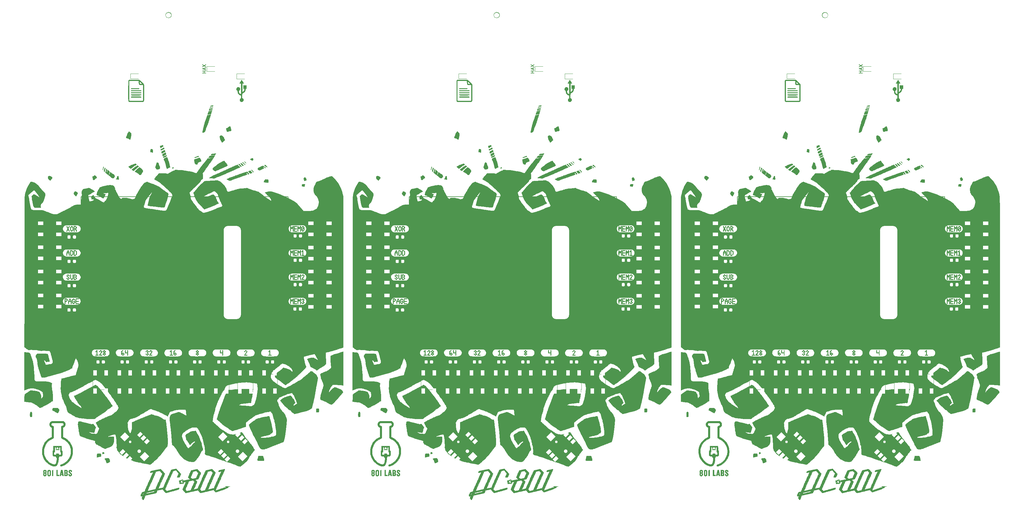
<source format=gto>
%MOIN*%
%OFA0B0*%
%FSLAX46Y46*%
%IPPOS*%
%LPD*%
%ADD10C,0.005905511811023622*%
%ADD11C,0.0047244094488188976*%
%ADD12C,0.00039370078740157485*%
%ADD13C,0.066929133858267723*%
%ADD14O,0.066929133858267723X0.066929133858267723*%
%ADD15C,0.060000000000000005*%
%ADD16C,0.07874015748031496*%
%ADD17C,0.035433070866141732*%
%ADD18R,0.0610236220472441X0.03937007874015748*%
%ADD19C,0.0039370078740157488*%
%ADD20C,0.041338582677165357*%
%ADD21C,0.029527559055118113*%
%ADD22R,0.03937007874015748X0.0610236220472441*%
%ADD23C,0.0388*%
%ADD24C,0.038900000000000004*%
%ADD25R,0.03937007874015748X0.03937007874015748*%
%ADD26O,0.03937007874015748X0.03937007874015748*%
%ADD27O,0.10236220472440946X0.051181102362204731*%
%ADD28O,0.086614173228346469X0.043307086614173235*%
%ADD29R,0.066929133858267723X0.066929133858267723*%
%ADD40C,0.005905511811023622*%
%ADD41C,0.0047244094488188976*%
%ADD42C,0.00039370078740157485*%
%ADD43C,0.066929133858267723*%
%ADD44O,0.066929133858267723X0.066929133858267723*%
%ADD45C,0.060000000000000005*%
%ADD46C,0.07874015748031496*%
%ADD47C,0.035433070866141732*%
%ADD48R,0.0610236220472441X0.03937007874015748*%
%ADD49C,0.0039370078740157488*%
%ADD50C,0.041338582677165357*%
%ADD51C,0.029527559055118113*%
%ADD52R,0.03937007874015748X0.0610236220472441*%
%ADD53C,0.0388*%
%ADD54C,0.038900000000000004*%
%ADD55R,0.03937007874015748X0.03937007874015748*%
%ADD56O,0.03937007874015748X0.03937007874015748*%
%ADD57O,0.10236220472440946X0.051181102362204731*%
%ADD58O,0.086614173228346469X0.043307086614173235*%
%ADD59R,0.066929133858267723X0.066929133858267723*%
%ADD60C,0.005905511811023622*%
%ADD61C,0.0047244094488188976*%
%ADD62C,0.00039370078740157485*%
%ADD63C,0.066929133858267723*%
%ADD64O,0.066929133858267723X0.066929133858267723*%
%ADD65C,0.060000000000000005*%
%ADD66C,0.07874015748031496*%
%ADD67C,0.035433070866141732*%
%ADD68R,0.0610236220472441X0.03937007874015748*%
%ADD69C,0.0039370078740157488*%
%ADD70C,0.041338582677165357*%
%ADD71C,0.029527559055118113*%
%ADD72R,0.03937007874015748X0.0610236220472441*%
%ADD73C,0.0388*%
%ADD74C,0.038900000000000004*%
%ADD75R,0.03937007874015748X0.03937007874015748*%
%ADD76O,0.03937007874015748X0.03937007874015748*%
%ADD77O,0.10236220472440946X0.051181102362204731*%
%ADD78O,0.086614173228346469X0.043307086614173235*%
%ADD79R,0.066929133858267723X0.066929133858267723*%
G01*
D10*
X0002463479Y0005584626D02*
X0002424109Y0005584626D01*
X0002442857Y0005584626D02*
X0002442857Y0005607124D01*
X0002463479Y0005607124D02*
X0002424109Y0005607124D01*
X0002452230Y0005623997D02*
X0002452230Y0005642744D01*
X0002463479Y0005620247D02*
X0002424109Y0005633370D01*
X0002463479Y0005646494D01*
X0002424109Y0005655868D02*
X0002463479Y0005682114D01*
X0002424109Y0005682114D02*
X0002463479Y0005655868D01*
X0002068157Y0006246000D02*
G75*
G03*
X0002068157Y0006246000I-0000031496D01*
G01*
X0002063071Y0006246000D02*
G75*
G03*
X0002063071Y0006246000I-0000026410D01*
G01*
X0002057862Y0006246000D02*
G75*
G03*
X0002057862Y0006246000I-0000021201D01*
G01*
X0002052894Y0006246000D02*
G75*
G03*
X0002052894Y0006246000I-0000016232D01*
G01*
X0002048472Y0006246000D02*
G75*
G03*
X0002048472Y0006246000I-0000011811D01*
G01*
X0002044535Y0006246000D02*
G75*
G03*
X0002044535Y0006246000I-0000007874D01*
G01*
X0002040598Y0006246000D02*
G75*
G03*
X0002040598Y0006246000I-0000003937D01*
G01*
X0001038598Y0004175842D02*
X0003400803Y0004175842D01*
X0003400803Y0002443559D02*
X0001038598Y0002443559D01*
X0001038598Y0004175842D02*
X0001038598Y0002443559D01*
X0003400803Y0002443559D02*
X0003400803Y0004175842D01*
D11*
X0000875236Y0003408430D02*
X0000965196Y0003408430D01*
X0000875236Y0003466304D02*
X0000875236Y0003408430D01*
X0000965196Y0003466304D02*
X0000875236Y0003466304D01*
X0000875236Y0003131097D02*
X0000965196Y0003131097D01*
X0000875236Y0003188971D02*
X0000875236Y0003131097D01*
X0000965196Y0003188971D02*
X0000875236Y0003188971D01*
X0003568165Y0003200637D02*
X0003478204Y0003200637D01*
X0003568165Y0003142763D02*
X0003568165Y0003200637D01*
X0003478204Y0003142763D02*
X0003568165Y0003142763D01*
X0001872308Y0002318637D02*
X0001782347Y0002318637D01*
X0001872308Y0002260763D02*
X0001872308Y0002318637D01*
X0001782347Y0002260763D02*
X0001872308Y0002260763D01*
X0001601771Y0005521062D02*
X0001691732Y0005521062D01*
X0001601771Y0005578937D02*
X0001601771Y0005521062D01*
X0001691732Y0005578937D02*
X0001601771Y0005578937D01*
X0000874236Y0002853763D02*
X0000964196Y0002853763D01*
X0000874236Y0002911637D02*
X0000874236Y0002853763D01*
X0000964196Y0002911637D02*
X0000874236Y0002911637D01*
X0002813976Y0005518700D02*
X0002903936Y0005518700D01*
X0002813976Y0005576574D02*
X0002813976Y0005518700D01*
X0002903936Y0005576574D02*
X0002813976Y0005576574D01*
X0000875236Y0003685763D02*
X0000965196Y0003685763D01*
X0000875236Y0003743637D02*
X0000875236Y0003685763D01*
X0000965196Y0003743637D02*
X0000875236Y0003743637D01*
X0001596736Y0002318637D02*
X0001506776Y0002318637D01*
X0001596736Y0002260763D02*
X0001596736Y0002318637D01*
X0001506776Y0002260763D02*
X0001596736Y0002260763D01*
X0002974593Y0002318637D02*
X0002884633Y0002318637D01*
X0002974593Y0002260763D02*
X0002974593Y0002318637D01*
X0002884633Y0002260763D02*
X0002974593Y0002260763D01*
X0002423451Y0002318637D02*
X0002333490Y0002318637D01*
X0002423451Y0002260763D02*
X0002423451Y0002318637D01*
X0002333490Y0002260763D02*
X0002423451Y0002260763D01*
X0001321165Y0002318637D02*
X0001231204Y0002318637D01*
X0001321165Y0002260763D02*
X0001321165Y0002318637D01*
X0001231204Y0002260763D02*
X0001321165Y0002260763D01*
X0003568165Y0003478637D02*
X0003478204Y0003478637D01*
X0003568165Y0003420763D02*
X0003568165Y0003478637D01*
X0003478204Y0003420763D02*
X0003568165Y0003420763D01*
X0002699022Y0002318637D02*
X0002609061Y0002318637D01*
X0002699022Y0002260763D02*
X0002699022Y0002318637D01*
X0002609061Y0002260763D02*
X0002699022Y0002260763D01*
X0003568165Y0003756637D02*
X0003478204Y0003756637D01*
X0003568165Y0003698763D02*
X0003568165Y0003756637D01*
X0003478204Y0003698763D02*
X0003568165Y0003698763D01*
X0002472236Y0005604763D02*
X0002562196Y0005604763D01*
X0002472236Y0005662637D02*
X0002472236Y0005604763D01*
X0002562196Y0005662637D02*
X0002472236Y0005662637D01*
D12*
G36*
X0001664229Y0005412866D02*
G01*
X0001672654Y0005412855D01*
X0001679670Y0005412825D01*
X0001685406Y0005412764D01*
X0001689991Y0005412663D01*
X0001693554Y0005412511D01*
X0001696224Y0005412297D01*
X0001698129Y0005412012D01*
X0001699398Y0005411644D01*
X0001700162Y0005411184D01*
X0001700547Y0005410620D01*
X0001700684Y0005409943D01*
X0001700700Y0005409142D01*
X0001700700Y0005409117D01*
X0001700685Y0005408312D01*
X0001700554Y0005407631D01*
X0001700177Y0005407065D01*
X0001699426Y0005406601D01*
X0001698172Y0005406231D01*
X0001696286Y0005405943D01*
X0001693639Y0005405728D01*
X0001690102Y0005405574D01*
X0001685545Y0005405472D01*
X0001679841Y0005405410D01*
X0001672860Y0005405379D01*
X0001664473Y0005405368D01*
X0001654551Y0005405367D01*
X0001609926Y0005405367D01*
X0001608977Y0005407139D01*
X0001608464Y0005409305D01*
X0001608930Y0005410889D01*
X0001609831Y0005412867D01*
X0001654266Y0005412867D01*
X0001664229Y0005412866D01*
G37*
X0001664229Y0005412866D02*
X0001672654Y0005412855D01*
X0001679670Y0005412825D01*
X0001685406Y0005412764D01*
X0001689991Y0005412663D01*
X0001693554Y0005412511D01*
X0001696224Y0005412297D01*
X0001698129Y0005412012D01*
X0001699398Y0005411644D01*
X0001700162Y0005411184D01*
X0001700547Y0005410620D01*
X0001700684Y0005409943D01*
X0001700700Y0005409142D01*
X0001700700Y0005409117D01*
X0001700685Y0005408312D01*
X0001700554Y0005407631D01*
X0001700177Y0005407065D01*
X0001699426Y0005406601D01*
X0001698172Y0005406231D01*
X0001696286Y0005405943D01*
X0001693639Y0005405728D01*
X0001690102Y0005405574D01*
X0001685545Y0005405472D01*
X0001679841Y0005405410D01*
X0001672860Y0005405379D01*
X0001664473Y0005405368D01*
X0001654551Y0005405367D01*
X0001609926Y0005405367D01*
X0001608977Y0005407139D01*
X0001608464Y0005409305D01*
X0001608930Y0005410889D01*
X0001609831Y0005412867D01*
X0001654266Y0005412867D01*
X0001664229Y0005412866D01*
G36*
X0001677277Y0005389527D02*
G01*
X0001687036Y0005389508D01*
X0001695337Y0005389472D01*
X0001702288Y0005389419D01*
X0001707992Y0005389345D01*
X0001712555Y0005389250D01*
X0001716083Y0005389132D01*
X0001718679Y0005388987D01*
X0001720450Y0005388814D01*
X0001721500Y0005388612D01*
X0001721857Y0005388455D01*
X0001722946Y0005386853D01*
X0001723058Y0005384497D01*
X0001722784Y0005381617D01*
X0001666358Y0005381403D01*
X0001655289Y0005381362D01*
X0001645768Y0005381332D01*
X0001637676Y0005381314D01*
X0001630895Y0005381313D01*
X0001625305Y0005381332D01*
X0001620789Y0005381372D01*
X0001617227Y0005381437D01*
X0001614501Y0005381530D01*
X0001612493Y0005381654D01*
X0001611082Y0005381811D01*
X0001610151Y0005382005D01*
X0001609582Y0005382238D01*
X0001609254Y0005382514D01*
X0001609066Y0005382806D01*
X0001608283Y0005384895D01*
X0001608741Y0005386556D01*
X0001609867Y0005387867D01*
X0001610237Y0005388199D01*
X0001610714Y0005388485D01*
X0001611421Y0005388726D01*
X0001612481Y0005388927D01*
X0001614017Y0005389092D01*
X0001616150Y0005389223D01*
X0001619005Y0005389326D01*
X0001622703Y0005389403D01*
X0001627367Y0005389458D01*
X0001633121Y0005389495D01*
X0001640087Y0005389518D01*
X0001648388Y0005389529D01*
X0001658146Y0005389533D01*
X0001665958Y0005389534D01*
X0001677277Y0005389527D01*
G37*
X0001677277Y0005389527D02*
X0001687036Y0005389508D01*
X0001695337Y0005389472D01*
X0001702288Y0005389419D01*
X0001707992Y0005389345D01*
X0001712555Y0005389250D01*
X0001716083Y0005389132D01*
X0001718679Y0005388987D01*
X0001720450Y0005388814D01*
X0001721500Y0005388612D01*
X0001721857Y0005388455D01*
X0001722946Y0005386853D01*
X0001723058Y0005384497D01*
X0001722784Y0005381617D01*
X0001666358Y0005381403D01*
X0001655289Y0005381362D01*
X0001645768Y0005381332D01*
X0001637676Y0005381314D01*
X0001630895Y0005381313D01*
X0001625305Y0005381332D01*
X0001620789Y0005381372D01*
X0001617227Y0005381437D01*
X0001614501Y0005381530D01*
X0001612493Y0005381654D01*
X0001611082Y0005381811D01*
X0001610151Y0005382005D01*
X0001609582Y0005382238D01*
X0001609254Y0005382514D01*
X0001609066Y0005382806D01*
X0001608283Y0005384895D01*
X0001608741Y0005386556D01*
X0001609867Y0005387867D01*
X0001610237Y0005388199D01*
X0001610714Y0005388485D01*
X0001611421Y0005388726D01*
X0001612481Y0005388927D01*
X0001614017Y0005389092D01*
X0001616150Y0005389223D01*
X0001619005Y0005389326D01*
X0001622703Y0005389403D01*
X0001627367Y0005389458D01*
X0001633121Y0005389495D01*
X0001640087Y0005389518D01*
X0001648388Y0005389529D01*
X0001658146Y0005389533D01*
X0001665958Y0005389534D01*
X0001677277Y0005389527D01*
G36*
X0001677606Y0005365360D02*
G01*
X0001687666Y0005365336D01*
X0001696240Y0005365295D01*
X0001703416Y0005365235D01*
X0001709286Y0005365155D01*
X0001713939Y0005365052D01*
X0001717465Y0005364925D01*
X0001719954Y0005364772D01*
X0001721495Y0005364593D01*
X0001722180Y0005364385D01*
X0001722200Y0005364367D01*
X0001722970Y0005362809D01*
X0001723200Y0005361200D01*
X0001722836Y0005359168D01*
X0001722200Y0005358034D01*
X0001721580Y0005357823D01*
X0001720111Y0005357641D01*
X0001717702Y0005357487D01*
X0001714265Y0005357359D01*
X0001709708Y0005357255D01*
X0001703941Y0005357174D01*
X0001696874Y0005357114D01*
X0001688417Y0005357074D01*
X0001678480Y0005357052D01*
X0001666973Y0005357046D01*
X0001666159Y0005357046D01*
X0001656719Y0005357058D01*
X0001647764Y0005357086D01*
X0001639435Y0005357129D01*
X0001631871Y0005357187D01*
X0001625212Y0005357256D01*
X0001619599Y0005357337D01*
X0001615173Y0005357426D01*
X0001612072Y0005357523D01*
X0001610439Y0005357626D01*
X0001610223Y0005357671D01*
X0001608872Y0005359494D01*
X0001608786Y0005361863D01*
X0001609451Y0005363401D01*
X0001610739Y0005365367D01*
X0001665969Y0005365367D01*
X0001677606Y0005365360D01*
G37*
X0001677606Y0005365360D02*
X0001687666Y0005365336D01*
X0001696240Y0005365295D01*
X0001703416Y0005365235D01*
X0001709286Y0005365155D01*
X0001713939Y0005365052D01*
X0001717465Y0005364925D01*
X0001719954Y0005364772D01*
X0001721495Y0005364593D01*
X0001722180Y0005364385D01*
X0001722200Y0005364367D01*
X0001722970Y0005362809D01*
X0001723200Y0005361200D01*
X0001722836Y0005359168D01*
X0001722200Y0005358034D01*
X0001721580Y0005357823D01*
X0001720111Y0005357641D01*
X0001717702Y0005357487D01*
X0001714265Y0005357359D01*
X0001709708Y0005357255D01*
X0001703941Y0005357174D01*
X0001696874Y0005357114D01*
X0001688417Y0005357074D01*
X0001678480Y0005357052D01*
X0001666973Y0005357046D01*
X0001666159Y0005357046D01*
X0001656719Y0005357058D01*
X0001647764Y0005357086D01*
X0001639435Y0005357129D01*
X0001631871Y0005357187D01*
X0001625212Y0005357256D01*
X0001619599Y0005357337D01*
X0001615173Y0005357426D01*
X0001612072Y0005357523D01*
X0001610439Y0005357626D01*
X0001610223Y0005357671D01*
X0001608872Y0005359494D01*
X0001608786Y0005361863D01*
X0001609451Y0005363401D01*
X0001610739Y0005365367D01*
X0001665969Y0005365367D01*
X0001677606Y0005365360D01*
G36*
X0001667548Y0005341222D02*
G01*
X0001675927Y0005341193D01*
X0001684107Y0005341146D01*
X0001691921Y0005341080D01*
X0001699199Y0005340997D01*
X0001705773Y0005340897D01*
X0001711474Y0005340779D01*
X0001716135Y0005340645D01*
X0001719585Y0005340495D01*
X0001721658Y0005340328D01*
X0001722200Y0005340200D01*
X0001722970Y0005338642D01*
X0001723200Y0005337034D01*
X0001722836Y0005335001D01*
X0001722200Y0005333867D01*
X0001721210Y0005333689D01*
X0001718721Y0005333528D01*
X0001714903Y0005333382D01*
X0001709924Y0005333252D01*
X0001703953Y0005333140D01*
X0001697158Y0005333044D01*
X0001689707Y0005332966D01*
X0001681770Y0005332906D01*
X0001673515Y0005332864D01*
X0001665111Y0005332840D01*
X0001656725Y0005332835D01*
X0001648527Y0005332850D01*
X0001640685Y0005332883D01*
X0001633368Y0005332937D01*
X0001626744Y0005333011D01*
X0001620982Y0005333105D01*
X0001616250Y0005333220D01*
X0001612717Y0005333356D01*
X0001610551Y0005333514D01*
X0001609936Y0005333640D01*
X0001609106Y0005334936D01*
X0001608756Y0005337011D01*
X0001608756Y0005337034D01*
X0001609099Y0005339113D01*
X0001609927Y0005340421D01*
X0001609936Y0005340428D01*
X0001611027Y0005340601D01*
X0001613606Y0005340752D01*
X0001617503Y0005340883D01*
X0001622550Y0005340992D01*
X0001628579Y0005341080D01*
X0001635421Y0005341148D01*
X0001642907Y0005341196D01*
X0001650870Y0005341224D01*
X0001659139Y0005341232D01*
X0001667548Y0005341222D01*
G37*
X0001667548Y0005341222D02*
X0001675927Y0005341193D01*
X0001684107Y0005341146D01*
X0001691921Y0005341080D01*
X0001699199Y0005340997D01*
X0001705773Y0005340897D01*
X0001711474Y0005340779D01*
X0001716135Y0005340645D01*
X0001719585Y0005340495D01*
X0001721658Y0005340328D01*
X0001722200Y0005340200D01*
X0001722970Y0005338642D01*
X0001723200Y0005337034D01*
X0001722836Y0005335001D01*
X0001722200Y0005333867D01*
X0001721210Y0005333689D01*
X0001718721Y0005333528D01*
X0001714903Y0005333382D01*
X0001709924Y0005333252D01*
X0001703953Y0005333140D01*
X0001697158Y0005333044D01*
X0001689707Y0005332966D01*
X0001681770Y0005332906D01*
X0001673515Y0005332864D01*
X0001665111Y0005332840D01*
X0001656725Y0005332835D01*
X0001648527Y0005332850D01*
X0001640685Y0005332883D01*
X0001633368Y0005332937D01*
X0001626744Y0005333011D01*
X0001620982Y0005333105D01*
X0001616250Y0005333220D01*
X0001612717Y0005333356D01*
X0001610551Y0005333514D01*
X0001609936Y0005333640D01*
X0001609106Y0005334936D01*
X0001608756Y0005337011D01*
X0001608756Y0005337034D01*
X0001609099Y0005339113D01*
X0001609927Y0005340421D01*
X0001609936Y0005340428D01*
X0001611027Y0005340601D01*
X0001613606Y0005340752D01*
X0001617503Y0005340883D01*
X0001622550Y0005340992D01*
X0001628579Y0005341080D01*
X0001635421Y0005341148D01*
X0001642907Y0005341196D01*
X0001650870Y0005341224D01*
X0001659139Y0005341232D01*
X0001667548Y0005341222D01*
G36*
X0001677642Y0005317026D02*
G01*
X0001687698Y0005317003D01*
X0001696267Y0005316962D01*
X0001703439Y0005316902D01*
X0001709305Y0005316821D01*
X0001713954Y0005316718D01*
X0001717476Y0005316591D01*
X0001719961Y0005316439D01*
X0001721500Y0005316259D01*
X0001722181Y0005316051D01*
X0001722200Y0005316034D01*
X0001722970Y0005314475D01*
X0001723200Y0005312867D01*
X0001722836Y0005310835D01*
X0001722200Y0005309700D01*
X0001721580Y0005309490D01*
X0001720109Y0005309308D01*
X0001717698Y0005309153D01*
X0001714258Y0005309025D01*
X0001709697Y0005308920D01*
X0001703926Y0005308837D01*
X0001696856Y0005308776D01*
X0001688396Y0005308734D01*
X0001678456Y0005308709D01*
X0001666946Y0005308700D01*
X0001665998Y0005308700D01*
X0001610795Y0005308700D01*
X0001609498Y0005310552D01*
X0001608351Y0005312767D01*
X0001608568Y0005314524D01*
X0001609510Y0005315724D01*
X0001609910Y0005315986D01*
X0001610628Y0005316211D01*
X0001611782Y0005316402D01*
X0001613489Y0005316561D01*
X0001615868Y0005316692D01*
X0001619038Y0005316797D01*
X0001623116Y0005316878D01*
X0001628221Y0005316939D01*
X0001634470Y0005316983D01*
X0001641984Y0005317011D01*
X0001650878Y0005317027D01*
X0001661273Y0005317033D01*
X0001666010Y0005317034D01*
X0001677642Y0005317026D01*
G37*
X0001677642Y0005317026D02*
X0001687698Y0005317003D01*
X0001696267Y0005316962D01*
X0001703439Y0005316902D01*
X0001709305Y0005316821D01*
X0001713954Y0005316718D01*
X0001717476Y0005316591D01*
X0001719961Y0005316439D01*
X0001721500Y0005316259D01*
X0001722181Y0005316051D01*
X0001722200Y0005316034D01*
X0001722970Y0005314475D01*
X0001723200Y0005312867D01*
X0001722836Y0005310835D01*
X0001722200Y0005309700D01*
X0001721580Y0005309490D01*
X0001720109Y0005309308D01*
X0001717698Y0005309153D01*
X0001714258Y0005309025D01*
X0001709697Y0005308920D01*
X0001703926Y0005308837D01*
X0001696856Y0005308776D01*
X0001688396Y0005308734D01*
X0001678456Y0005308709D01*
X0001666946Y0005308700D01*
X0001665998Y0005308700D01*
X0001610795Y0005308700D01*
X0001609498Y0005310552D01*
X0001608351Y0005312767D01*
X0001608568Y0005314524D01*
X0001609510Y0005315724D01*
X0001609910Y0005315986D01*
X0001610628Y0005316211D01*
X0001611782Y0005316402D01*
X0001613489Y0005316561D01*
X0001615868Y0005316692D01*
X0001619038Y0005316797D01*
X0001623116Y0005316878D01*
X0001628221Y0005316939D01*
X0001634470Y0005316983D01*
X0001641984Y0005317011D01*
X0001650878Y0005317027D01*
X0001661273Y0005317033D01*
X0001666010Y0005317034D01*
X0001677642Y0005317026D01*
G36*
X0000770608Y0001294342D02*
G01*
X0000787784Y0001294117D01*
X0000787784Y0001288284D01*
X0000752407Y0001287834D01*
X0000751877Y0001289945D01*
X0000751595Y0001291407D01*
X0000751700Y0001292523D01*
X0000752375Y0001293335D01*
X0000753802Y0001293886D01*
X0000756166Y0001294219D01*
X0000759649Y0001294377D01*
X0000764434Y0001294403D01*
X0000770608Y0001294342D01*
G37*
X0000770608Y0001294342D02*
X0000787784Y0001294117D01*
X0000787784Y0001288284D01*
X0000752407Y0001287834D01*
X0000751877Y0001289945D01*
X0000751595Y0001291407D01*
X0000751700Y0001292523D01*
X0000752375Y0001293335D01*
X0000753802Y0001293886D01*
X0000756166Y0001294219D01*
X0000759649Y0001294377D01*
X0000764434Y0001294403D01*
X0000770608Y0001294342D01*
G36*
X0003567413Y0003840628D02*
G01*
X0003569481Y0003839051D01*
X0003572178Y0003836683D01*
X0003575249Y0003833736D01*
X0003575508Y0003833476D01*
X0003583200Y0003825752D01*
X0003583200Y0003794084D01*
X0003575476Y0003786392D01*
X0003572467Y0003783509D01*
X0003569755Y0003781118D01*
X0003567611Y0003779445D01*
X0003566307Y0003778715D01*
X0003566197Y0003778700D01*
X0003565045Y0003779260D01*
X0003563001Y0003780790D01*
X0003560341Y0003783067D01*
X0003557335Y0003785869D01*
X0003556838Y0003786354D01*
X0003549034Y0003794007D01*
X0003549034Y0003795823D01*
X0003557380Y0003795823D01*
X0003561723Y0003791425D01*
X0003566066Y0003787028D01*
X0003571300Y0003792215D01*
X0003576534Y0003797402D01*
X0003576534Y0003814923D01*
X0003557380Y0003795823D01*
X0003549034Y0003795823D01*
X0003549034Y0003821665D01*
X0003555700Y0003821665D01*
X0003555700Y0003813516D01*
X0003555761Y0003810060D01*
X0003555924Y0003807331D01*
X0003556163Y0003805686D01*
X0003556339Y0003805367D01*
X0003557118Y0003805928D01*
X0003558848Y0003807476D01*
X0003561313Y0003809807D01*
X0003564296Y0003812720D01*
X0003566119Y0003814536D01*
X0003575259Y0003823705D01*
X0003570904Y0003828060D01*
X0003566548Y0003832416D01*
X0003561124Y0003827041D01*
X0003555700Y0003821665D01*
X0003549034Y0003821665D01*
X0003549034Y0003825893D01*
X0003556838Y0003833547D01*
X0003559903Y0003836438D01*
X0003562653Y0003838822D01*
X0003564818Y0003840479D01*
X0003566130Y0003841189D01*
X0003566229Y0003841200D01*
X0003567413Y0003840628D01*
G37*
X0003567413Y0003840628D02*
X0003569481Y0003839051D01*
X0003572178Y0003836683D01*
X0003575249Y0003833736D01*
X0003575508Y0003833476D01*
X0003583200Y0003825752D01*
X0003583200Y0003794084D01*
X0003575476Y0003786392D01*
X0003572467Y0003783509D01*
X0003569755Y0003781118D01*
X0003567611Y0003779445D01*
X0003566307Y0003778715D01*
X0003566197Y0003778700D01*
X0003565045Y0003779260D01*
X0003563001Y0003780790D01*
X0003560341Y0003783067D01*
X0003557335Y0003785869D01*
X0003556838Y0003786354D01*
X0003549034Y0003794007D01*
X0003549034Y0003795823D01*
X0003557380Y0003795823D01*
X0003561723Y0003791425D01*
X0003566066Y0003787028D01*
X0003571300Y0003792215D01*
X0003576534Y0003797402D01*
X0003576534Y0003814923D01*
X0003557380Y0003795823D01*
X0003549034Y0003795823D01*
X0003549034Y0003821665D01*
X0003555700Y0003821665D01*
X0003555700Y0003813516D01*
X0003555761Y0003810060D01*
X0003555924Y0003807331D01*
X0003556163Y0003805686D01*
X0003556339Y0003805367D01*
X0003557118Y0003805928D01*
X0003558848Y0003807476D01*
X0003561313Y0003809807D01*
X0003564296Y0003812720D01*
X0003566119Y0003814536D01*
X0003575259Y0003823705D01*
X0003570904Y0003828060D01*
X0003566548Y0003832416D01*
X0003561124Y0003827041D01*
X0003555700Y0003821665D01*
X0003549034Y0003821665D01*
X0003549034Y0003825893D01*
X0003556838Y0003833547D01*
X0003559903Y0003836438D01*
X0003562653Y0003838822D01*
X0003564818Y0003840479D01*
X0003566130Y0003841189D01*
X0003566229Y0003841200D01*
X0003567413Y0003840628D01*
G36*
X0003511048Y0003841021D02*
G01*
X0003512372Y0003840019D01*
X0003513943Y0003837921D01*
X0003515903Y0003834579D01*
X0003518200Y0003830222D01*
X0003520183Y0003826393D01*
X0003521924Y0003823100D01*
X0003523270Y0003820628D01*
X0003524069Y0003819258D01*
X0003524192Y0003819091D01*
X0003524744Y0003819590D01*
X0003525878Y0003821342D01*
X0003527450Y0003824104D01*
X0003529317Y0003827628D01*
X0003530206Y0003829379D01*
X0003532200Y0003833276D01*
X0003533995Y0003836632D01*
X0003535434Y0003839166D01*
X0003536362Y0003840597D01*
X0003536554Y0003840796D01*
X0003538000Y0003841041D01*
X0003539508Y0003840844D01*
X0003541554Y0003840330D01*
X0003541336Y0003809724D01*
X0003541117Y0003779117D01*
X0003539080Y0003778830D01*
X0003537855Y0003778753D01*
X0003536892Y0003779023D01*
X0003536160Y0003779816D01*
X0003535626Y0003781303D01*
X0003535258Y0003783659D01*
X0003535025Y0003787057D01*
X0003534894Y0003791671D01*
X0003534834Y0003797675D01*
X0003534818Y0003801985D01*
X0003534769Y0003822450D01*
X0003530891Y0003814763D01*
X0003529165Y0003811510D01*
X0003527595Y0003808848D01*
X0003526390Y0003807117D01*
X0003525879Y0003806641D01*
X0003524237Y0003806590D01*
X0003522494Y0003807767D01*
X0003520533Y0003810293D01*
X0003518238Y0003814288D01*
X0003517985Y0003814775D01*
X0003514450Y0003821617D01*
X0003514227Y0003801267D01*
X0003514107Y0003793882D01*
X0003513927Y0003787998D01*
X0003513690Y0003783658D01*
X0003513397Y0003780904D01*
X0003513083Y0003779809D01*
X0003511304Y0003778793D01*
X0003509245Y0003779076D01*
X0003508367Y0003779700D01*
X0003508080Y0003780465D01*
X0003507848Y0003782207D01*
X0003507666Y0003785040D01*
X0003507531Y0003789077D01*
X0003507438Y0003794433D01*
X0003507385Y0003801221D01*
X0003507367Y0003809556D01*
X0003507367Y0003810015D01*
X0003507376Y0003817965D01*
X0003507408Y0003824406D01*
X0003507469Y0003829494D01*
X0003507565Y0003833389D01*
X0003507703Y0003836246D01*
X0003507888Y0003838224D01*
X0003508128Y0003839480D01*
X0003508427Y0003840171D01*
X0003508577Y0003840334D01*
X0003509830Y0003841077D01*
X0003511048Y0003841021D01*
G37*
X0003511048Y0003841021D02*
X0003512372Y0003840019D01*
X0003513943Y0003837921D01*
X0003515903Y0003834579D01*
X0003518200Y0003830222D01*
X0003520183Y0003826393D01*
X0003521924Y0003823100D01*
X0003523270Y0003820628D01*
X0003524069Y0003819258D01*
X0003524192Y0003819091D01*
X0003524744Y0003819590D01*
X0003525878Y0003821342D01*
X0003527450Y0003824104D01*
X0003529317Y0003827628D01*
X0003530206Y0003829379D01*
X0003532200Y0003833276D01*
X0003533995Y0003836632D01*
X0003535434Y0003839166D01*
X0003536362Y0003840597D01*
X0003536554Y0003840796D01*
X0003538000Y0003841041D01*
X0003539508Y0003840844D01*
X0003541554Y0003840330D01*
X0003541336Y0003809724D01*
X0003541117Y0003779117D01*
X0003539080Y0003778830D01*
X0003537855Y0003778753D01*
X0003536892Y0003779023D01*
X0003536160Y0003779816D01*
X0003535626Y0003781303D01*
X0003535258Y0003783659D01*
X0003535025Y0003787057D01*
X0003534894Y0003791671D01*
X0003534834Y0003797675D01*
X0003534818Y0003801985D01*
X0003534769Y0003822450D01*
X0003530891Y0003814763D01*
X0003529165Y0003811510D01*
X0003527595Y0003808848D01*
X0003526390Y0003807117D01*
X0003525879Y0003806641D01*
X0003524237Y0003806590D01*
X0003522494Y0003807767D01*
X0003520533Y0003810293D01*
X0003518238Y0003814288D01*
X0003517985Y0003814775D01*
X0003514450Y0003821617D01*
X0003514227Y0003801267D01*
X0003514107Y0003793882D01*
X0003513927Y0003787998D01*
X0003513690Y0003783658D01*
X0003513397Y0003780904D01*
X0003513083Y0003779809D01*
X0003511304Y0003778793D01*
X0003509245Y0003779076D01*
X0003508367Y0003779700D01*
X0003508080Y0003780465D01*
X0003507848Y0003782207D01*
X0003507666Y0003785040D01*
X0003507531Y0003789077D01*
X0003507438Y0003794433D01*
X0003507385Y0003801221D01*
X0003507367Y0003809556D01*
X0003507367Y0003810015D01*
X0003507376Y0003817965D01*
X0003507408Y0003824406D01*
X0003507469Y0003829494D01*
X0003507565Y0003833389D01*
X0003507703Y0003836246D01*
X0003507888Y0003838224D01*
X0003508128Y0003839480D01*
X0003508427Y0003840171D01*
X0003508577Y0003840334D01*
X0003509830Y0003841077D01*
X0003511048Y0003841021D01*
G36*
X0003491227Y0003841145D02*
G01*
X0003494838Y0003841005D01*
X0003497493Y0003840787D01*
X0003498864Y0003840489D01*
X0003498892Y0003840472D01*
X0003499630Y0003839173D01*
X0003499725Y0003837360D01*
X0003499450Y0003834950D01*
X0003472784Y0003834117D01*
X0003472784Y0003813284D01*
X0003486117Y0003812867D01*
X0003499450Y0003812450D01*
X0003499703Y0003809851D01*
X0003499735Y0003808591D01*
X0003499406Y0003807662D01*
X0003498503Y0003807013D01*
X0003496812Y0003806594D01*
X0003494119Y0003806354D01*
X0003490210Y0003806244D01*
X0003484871Y0003806212D01*
X0003484216Y0003806212D01*
X0003472316Y0003806200D01*
X0003472550Y0003795992D01*
X0003472784Y0003785784D01*
X0003486117Y0003785367D01*
X0003499450Y0003784950D01*
X0003499450Y0003779117D01*
X0003483593Y0003778891D01*
X0003477518Y0003778839D01*
X0003472952Y0003778881D01*
X0003469740Y0003779026D01*
X0003467725Y0003779280D01*
X0003466751Y0003779652D01*
X0003466718Y0003779683D01*
X0003466433Y0003780783D01*
X0003466191Y0003783314D01*
X0003465992Y0003787043D01*
X0003465836Y0003791735D01*
X0003465722Y0003797156D01*
X0003465651Y0003803072D01*
X0003465623Y0003809248D01*
X0003465638Y0003815450D01*
X0003465696Y0003821444D01*
X0003465797Y0003826996D01*
X0003465941Y0003831871D01*
X0003466128Y0003835834D01*
X0003466359Y0003838653D01*
X0003466633Y0003840091D01*
X0003466700Y0003840200D01*
X0003467829Y0003840523D01*
X0003470296Y0003840787D01*
X0003473773Y0003840991D01*
X0003477932Y0003841132D01*
X0003482446Y0003841206D01*
X0003486987Y0003841212D01*
X0003491227Y0003841145D01*
G37*
X0003491227Y0003841145D02*
X0003494838Y0003841005D01*
X0003497493Y0003840787D01*
X0003498864Y0003840489D01*
X0003498892Y0003840472D01*
X0003499630Y0003839173D01*
X0003499725Y0003837360D01*
X0003499450Y0003834950D01*
X0003472784Y0003834117D01*
X0003472784Y0003813284D01*
X0003486117Y0003812867D01*
X0003499450Y0003812450D01*
X0003499703Y0003809851D01*
X0003499735Y0003808591D01*
X0003499406Y0003807662D01*
X0003498503Y0003807013D01*
X0003496812Y0003806594D01*
X0003494119Y0003806354D01*
X0003490210Y0003806244D01*
X0003484871Y0003806212D01*
X0003484216Y0003806212D01*
X0003472316Y0003806200D01*
X0003472550Y0003795992D01*
X0003472784Y0003785784D01*
X0003486117Y0003785367D01*
X0003499450Y0003784950D01*
X0003499450Y0003779117D01*
X0003483593Y0003778891D01*
X0003477518Y0003778839D01*
X0003472952Y0003778881D01*
X0003469740Y0003779026D01*
X0003467725Y0003779280D01*
X0003466751Y0003779652D01*
X0003466718Y0003779683D01*
X0003466433Y0003780783D01*
X0003466191Y0003783314D01*
X0003465992Y0003787043D01*
X0003465836Y0003791735D01*
X0003465722Y0003797156D01*
X0003465651Y0003803072D01*
X0003465623Y0003809248D01*
X0003465638Y0003815450D01*
X0003465696Y0003821444D01*
X0003465797Y0003826996D01*
X0003465941Y0003831871D01*
X0003466128Y0003835834D01*
X0003466359Y0003838653D01*
X0003466633Y0003840091D01*
X0003466700Y0003840200D01*
X0003467829Y0003840523D01*
X0003470296Y0003840787D01*
X0003473773Y0003840991D01*
X0003477932Y0003841132D01*
X0003482446Y0003841206D01*
X0003486987Y0003841212D01*
X0003491227Y0003841145D01*
G36*
X0003427714Y0003841021D02*
G01*
X0003429038Y0003840019D01*
X0003430610Y0003837921D01*
X0003432570Y0003834579D01*
X0003434867Y0003830222D01*
X0003436850Y0003826393D01*
X0003438590Y0003823100D01*
X0003439936Y0003820628D01*
X0003440735Y0003819258D01*
X0003440858Y0003819091D01*
X0003441410Y0003819590D01*
X0003442545Y0003821342D01*
X0003444117Y0003824104D01*
X0003445984Y0003827628D01*
X0003446873Y0003829379D01*
X0003448867Y0003833276D01*
X0003450661Y0003836632D01*
X0003452101Y0003839166D01*
X0003453029Y0003840597D01*
X0003453221Y0003840796D01*
X0003454667Y0003841041D01*
X0003456175Y0003840844D01*
X0003458221Y0003840330D01*
X0003458002Y0003809724D01*
X0003457784Y0003779117D01*
X0003455747Y0003778830D01*
X0003454522Y0003778753D01*
X0003453559Y0003779023D01*
X0003452827Y0003779816D01*
X0003452293Y0003781303D01*
X0003451925Y0003783659D01*
X0003451692Y0003787057D01*
X0003451561Y0003791671D01*
X0003451500Y0003797675D01*
X0003451485Y0003801985D01*
X0003451436Y0003822450D01*
X0003447558Y0003814763D01*
X0003445832Y0003811510D01*
X0003444262Y0003808848D01*
X0003443057Y0003807117D01*
X0003442546Y0003806641D01*
X0003440904Y0003806590D01*
X0003439160Y0003807767D01*
X0003437200Y0003810293D01*
X0003434905Y0003814288D01*
X0003434651Y0003814775D01*
X0003431117Y0003821617D01*
X0003430893Y0003801267D01*
X0003430774Y0003793882D01*
X0003430594Y0003787998D01*
X0003430357Y0003783658D01*
X0003430064Y0003780904D01*
X0003429750Y0003779809D01*
X0003427970Y0003778793D01*
X0003425911Y0003779076D01*
X0003425034Y0003779700D01*
X0003424747Y0003780465D01*
X0003424515Y0003782207D01*
X0003424333Y0003785040D01*
X0003424197Y0003789077D01*
X0003424105Y0003794433D01*
X0003424052Y0003801221D01*
X0003424034Y0003809556D01*
X0003424034Y0003810015D01*
X0003424043Y0003817965D01*
X0003424075Y0003824406D01*
X0003424136Y0003829494D01*
X0003424232Y0003833389D01*
X0003424369Y0003836246D01*
X0003424555Y0003838224D01*
X0003424794Y0003839480D01*
X0003425094Y0003840171D01*
X0003425244Y0003840334D01*
X0003426496Y0003841077D01*
X0003427714Y0003841021D01*
G37*
X0003427714Y0003841021D02*
X0003429038Y0003840019D01*
X0003430610Y0003837921D01*
X0003432570Y0003834579D01*
X0003434867Y0003830222D01*
X0003436850Y0003826393D01*
X0003438590Y0003823100D01*
X0003439936Y0003820628D01*
X0003440735Y0003819258D01*
X0003440858Y0003819091D01*
X0003441410Y0003819590D01*
X0003442545Y0003821342D01*
X0003444117Y0003824104D01*
X0003445984Y0003827628D01*
X0003446873Y0003829379D01*
X0003448867Y0003833276D01*
X0003450661Y0003836632D01*
X0003452101Y0003839166D01*
X0003453029Y0003840597D01*
X0003453221Y0003840796D01*
X0003454667Y0003841041D01*
X0003456175Y0003840844D01*
X0003458221Y0003840330D01*
X0003458002Y0003809724D01*
X0003457784Y0003779117D01*
X0003455747Y0003778830D01*
X0003454522Y0003778753D01*
X0003453559Y0003779023D01*
X0003452827Y0003779816D01*
X0003452293Y0003781303D01*
X0003451925Y0003783659D01*
X0003451692Y0003787057D01*
X0003451561Y0003791671D01*
X0003451500Y0003797675D01*
X0003451485Y0003801985D01*
X0003451436Y0003822450D01*
X0003447558Y0003814763D01*
X0003445832Y0003811510D01*
X0003444262Y0003808848D01*
X0003443057Y0003807117D01*
X0003442546Y0003806641D01*
X0003440904Y0003806590D01*
X0003439160Y0003807767D01*
X0003437200Y0003810293D01*
X0003434905Y0003814288D01*
X0003434651Y0003814775D01*
X0003431117Y0003821617D01*
X0003430893Y0003801267D01*
X0003430774Y0003793882D01*
X0003430594Y0003787998D01*
X0003430357Y0003783658D01*
X0003430064Y0003780904D01*
X0003429750Y0003779809D01*
X0003427970Y0003778793D01*
X0003425911Y0003779076D01*
X0003425034Y0003779700D01*
X0003424747Y0003780465D01*
X0003424515Y0003782207D01*
X0003424333Y0003785040D01*
X0003424197Y0003789077D01*
X0003424105Y0003794433D01*
X0003424052Y0003801221D01*
X0003424034Y0003809556D01*
X0003424034Y0003810015D01*
X0003424043Y0003817965D01*
X0003424075Y0003824406D01*
X0003424136Y0003829494D01*
X0003424232Y0003833389D01*
X0003424369Y0003836246D01*
X0003424555Y0003838224D01*
X0003424794Y0003839480D01*
X0003425094Y0003840171D01*
X0003425244Y0003840334D01*
X0003426496Y0003841077D01*
X0003427714Y0003841021D01*
G36*
X0000983008Y0003833476D02*
G01*
X0000986569Y0003829785D01*
X0000988961Y0003827015D01*
X0000990300Y0003825022D01*
X0000990700Y0003823703D01*
X0000990194Y0003822133D01*
X0000988606Y0003819873D01*
X0000985837Y0003816788D01*
X0000984384Y0003815300D01*
X0000978067Y0003808946D01*
X0000984384Y0003796334D01*
X0000987042Y0003790917D01*
X0000988925Y0003786774D01*
X0000990075Y0003783728D01*
X0000990537Y0003781601D01*
X0000990354Y0003780215D01*
X0000989571Y0003779394D01*
X0000988664Y0003779054D01*
X0000986759Y0003778866D01*
X0000985719Y0003779105D01*
X0000985067Y0003780002D01*
X0000983819Y0003782144D01*
X0000982112Y0003785279D01*
X0000980084Y0003789157D01*
X0000978167Y0003792934D01*
X0000971524Y0003806200D01*
X0000963200Y0003806200D01*
X0000963200Y0003793450D01*
X0000963163Y0003788121D01*
X0000963018Y0003784237D01*
X0000962716Y0003781575D01*
X0000962205Y0003779916D01*
X0000961437Y0003779038D01*
X0000960362Y0003778720D01*
X0000959867Y0003778700D01*
X0000958117Y0003779256D01*
X0000957534Y0003779700D01*
X0000957247Y0003780466D01*
X0000957014Y0003782209D01*
X0000956832Y0003785044D01*
X0000956697Y0003789083D01*
X0000956605Y0003794443D01*
X0000956551Y0003801236D01*
X0000956534Y0003809576D01*
X0000956534Y0003809950D01*
X0000956550Y0003818356D01*
X0000956602Y0003825210D01*
X0000956692Y0003830625D01*
X0000956820Y0003834534D01*
X0000963200Y0003834534D01*
X0000963200Y0003812867D01*
X0000967599Y0003812867D01*
X0000969726Y0003812918D01*
X0000971321Y0003813224D01*
X0000972797Y0003814012D01*
X0000974566Y0003815513D01*
X0000977041Y0003817955D01*
X0000977367Y0003818284D01*
X0000982735Y0003823700D01*
X0000977367Y0003829117D01*
X0000974792Y0003831674D01*
X0000972966Y0003833265D01*
X0000971479Y0003834119D01*
X0000969916Y0003834466D01*
X0000967867Y0003834533D01*
X0000967599Y0003834534D01*
X0000963200Y0003834534D01*
X0000956820Y0003834534D01*
X0000956826Y0003834717D01*
X0000957006Y0003837598D01*
X0000957236Y0003839383D01*
X0000957521Y0003840187D01*
X0000957534Y0003840200D01*
X0000958963Y0003840729D01*
X0000961931Y0003841066D01*
X0000966318Y0003841199D01*
X0000966925Y0003841200D01*
X0000975317Y0003841200D01*
X0000983008Y0003833476D01*
G37*
X0000983008Y0003833476D02*
X0000986569Y0003829785D01*
X0000988961Y0003827015D01*
X0000990300Y0003825022D01*
X0000990700Y0003823703D01*
X0000990194Y0003822133D01*
X0000988606Y0003819873D01*
X0000985837Y0003816788D01*
X0000984384Y0003815300D01*
X0000978067Y0003808946D01*
X0000984384Y0003796334D01*
X0000987042Y0003790917D01*
X0000988925Y0003786774D01*
X0000990075Y0003783728D01*
X0000990537Y0003781601D01*
X0000990354Y0003780215D01*
X0000989571Y0003779394D01*
X0000988664Y0003779054D01*
X0000986759Y0003778866D01*
X0000985719Y0003779105D01*
X0000985067Y0003780002D01*
X0000983819Y0003782144D01*
X0000982112Y0003785279D01*
X0000980084Y0003789157D01*
X0000978167Y0003792934D01*
X0000971524Y0003806200D01*
X0000963200Y0003806200D01*
X0000963200Y0003793450D01*
X0000963163Y0003788121D01*
X0000963018Y0003784237D01*
X0000962716Y0003781575D01*
X0000962205Y0003779916D01*
X0000961437Y0003779038D01*
X0000960362Y0003778720D01*
X0000959867Y0003778700D01*
X0000958117Y0003779256D01*
X0000957534Y0003779700D01*
X0000957247Y0003780466D01*
X0000957014Y0003782209D01*
X0000956832Y0003785044D01*
X0000956697Y0003789083D01*
X0000956605Y0003794443D01*
X0000956551Y0003801236D01*
X0000956534Y0003809576D01*
X0000956534Y0003809950D01*
X0000956550Y0003818356D01*
X0000956602Y0003825210D01*
X0000956692Y0003830625D01*
X0000956820Y0003834534D01*
X0000963200Y0003834534D01*
X0000963200Y0003812867D01*
X0000967599Y0003812867D01*
X0000969726Y0003812918D01*
X0000971321Y0003813224D01*
X0000972797Y0003814012D01*
X0000974566Y0003815513D01*
X0000977041Y0003817955D01*
X0000977367Y0003818284D01*
X0000982735Y0003823700D01*
X0000977367Y0003829117D01*
X0000974792Y0003831674D01*
X0000972966Y0003833265D01*
X0000971479Y0003834119D01*
X0000969916Y0003834466D01*
X0000967867Y0003834533D01*
X0000967599Y0003834534D01*
X0000963200Y0003834534D01*
X0000956820Y0003834534D01*
X0000956826Y0003834717D01*
X0000957006Y0003837598D01*
X0000957236Y0003839383D01*
X0000957521Y0003840187D01*
X0000957534Y0003840200D01*
X0000958963Y0003840729D01*
X0000961931Y0003841066D01*
X0000966318Y0003841199D01*
X0000966925Y0003841200D01*
X0000975317Y0003841200D01*
X0000983008Y0003833476D01*
G36*
X0000933246Y0003840628D02*
G01*
X0000935314Y0003839051D01*
X0000938011Y0003836683D01*
X0000941082Y0003833736D01*
X0000941342Y0003833476D01*
X0000949034Y0003825752D01*
X0000949034Y0003794084D01*
X0000941310Y0003786392D01*
X0000937967Y0003783191D01*
X0000935136Y0003780728D01*
X0000933025Y0003779177D01*
X0000931918Y0003778700D01*
X0000930628Y0003779294D01*
X0000928430Y0003780964D01*
X0000925528Y0003783542D01*
X0000922559Y0003786424D01*
X0000914867Y0003794148D01*
X0000914867Y0003821665D01*
X0000921534Y0003821665D01*
X0000921534Y0003797495D01*
X0000931904Y0003787032D01*
X0000937135Y0003792217D01*
X0000942367Y0003797402D01*
X0000942367Y0003822502D01*
X0000932365Y0003832400D01*
X0000926949Y0003827033D01*
X0000921534Y0003821665D01*
X0000914867Y0003821665D01*
X0000914867Y0003825893D01*
X0000922671Y0003833547D01*
X0000925736Y0003836438D01*
X0000928486Y0003838822D01*
X0000930652Y0003840479D01*
X0000931963Y0003841189D01*
X0000932063Y0003841200D01*
X0000933246Y0003840628D01*
G37*
X0000933246Y0003840628D02*
X0000935314Y0003839051D01*
X0000938011Y0003836683D01*
X0000941082Y0003833736D01*
X0000941342Y0003833476D01*
X0000949034Y0003825752D01*
X0000949034Y0003794084D01*
X0000941310Y0003786392D01*
X0000937967Y0003783191D01*
X0000935136Y0003780728D01*
X0000933025Y0003779177D01*
X0000931918Y0003778700D01*
X0000930628Y0003779294D01*
X0000928430Y0003780964D01*
X0000925528Y0003783542D01*
X0000922559Y0003786424D01*
X0000914867Y0003794148D01*
X0000914867Y0003821665D01*
X0000921534Y0003821665D01*
X0000921534Y0003797495D01*
X0000931904Y0003787032D01*
X0000937135Y0003792217D01*
X0000942367Y0003797402D01*
X0000942367Y0003822502D01*
X0000932365Y0003832400D01*
X0000926949Y0003827033D01*
X0000921534Y0003821665D01*
X0000914867Y0003821665D01*
X0000914867Y0003825893D01*
X0000922671Y0003833547D01*
X0000925736Y0003836438D01*
X0000928486Y0003838822D01*
X0000930652Y0003840479D01*
X0000931963Y0003841189D01*
X0000932063Y0003841200D01*
X0000933246Y0003840628D01*
G36*
X0000877647Y0003840951D02*
G01*
X0000878482Y0003840054D01*
X0000879868Y0003837934D01*
X0000881639Y0003834875D01*
X0000883625Y0003831157D01*
X0000884433Y0003829569D01*
X0000886382Y0003825731D01*
X0000888079Y0003822488D01*
X0000889383Y0003820102D01*
X0000890152Y0003818835D01*
X0000890284Y0003818700D01*
X0000890780Y0003819404D01*
X0000891870Y0003821339D01*
X0000893414Y0003824241D01*
X0000895268Y0003827848D01*
X0000896084Y0003829468D01*
X0000898070Y0003833348D01*
X0000899857Y0003836687D01*
X0000901288Y0003839202D01*
X0000902206Y0003840610D01*
X0000902387Y0003840796D01*
X0000903835Y0003841042D01*
X0000905331Y0003840846D01*
X0000906525Y0003840296D01*
X0000907132Y0003839271D01*
X0000907110Y0003837603D01*
X0000906415Y0003835122D01*
X0000905005Y0003831660D01*
X0000902836Y0003827046D01*
X0000900755Y0003822868D01*
X0000894232Y0003809952D01*
X0000900799Y0003796836D01*
X0000903505Y0003791332D01*
X0000905439Y0003787107D01*
X0000906649Y0003783984D01*
X0000907178Y0003781788D01*
X0000907071Y0003780344D01*
X0000906372Y0003779475D01*
X0000905331Y0003779054D01*
X0000903426Y0003778865D01*
X0000902387Y0003779104D01*
X0000901707Y0003780017D01*
X0000900453Y0003782145D01*
X0000898781Y0003785208D01*
X0000896847Y0003788923D01*
X0000896040Y0003790521D01*
X0000894088Y0003794306D01*
X0000892366Y0003797438D01*
X0000891019Y0003799670D01*
X0000890190Y0003800758D01*
X0000890025Y0003800809D01*
X0000889456Y0003799898D01*
X0000888286Y0003797783D01*
X0000886667Y0003794748D01*
X0000884753Y0003791076D01*
X0000884034Y0003789679D01*
X0000881534Y0003784968D01*
X0000879544Y0003781662D01*
X0000877935Y0003779628D01*
X0000876576Y0003778732D01*
X0000875336Y0003778841D01*
X0000874232Y0003779668D01*
X0000873594Y0003780567D01*
X0000873376Y0003781749D01*
X0000873644Y0003783425D01*
X0000874466Y0003785803D01*
X0000875910Y0003789092D01*
X0000878041Y0003793500D01*
X0000879812Y0003797033D01*
X0000886335Y0003809949D01*
X0000879721Y0003823159D01*
X0000877585Y0003827545D01*
X0000875766Y0003831513D01*
X0000874381Y0003834787D01*
X0000873548Y0003837091D01*
X0000873362Y0003838074D01*
X0000874307Y0003840012D01*
X0000876063Y0003841049D01*
X0000877647Y0003840951D01*
G37*
X0000877647Y0003840951D02*
X0000878482Y0003840054D01*
X0000879868Y0003837934D01*
X0000881639Y0003834875D01*
X0000883625Y0003831157D01*
X0000884433Y0003829569D01*
X0000886382Y0003825731D01*
X0000888079Y0003822488D01*
X0000889383Y0003820102D01*
X0000890152Y0003818835D01*
X0000890284Y0003818700D01*
X0000890780Y0003819404D01*
X0000891870Y0003821339D01*
X0000893414Y0003824241D01*
X0000895268Y0003827848D01*
X0000896084Y0003829468D01*
X0000898070Y0003833348D01*
X0000899857Y0003836687D01*
X0000901288Y0003839202D01*
X0000902206Y0003840610D01*
X0000902387Y0003840796D01*
X0000903835Y0003841042D01*
X0000905331Y0003840846D01*
X0000906525Y0003840296D01*
X0000907132Y0003839271D01*
X0000907110Y0003837603D01*
X0000906415Y0003835122D01*
X0000905005Y0003831660D01*
X0000902836Y0003827046D01*
X0000900755Y0003822868D01*
X0000894232Y0003809952D01*
X0000900799Y0003796836D01*
X0000903505Y0003791332D01*
X0000905439Y0003787107D01*
X0000906649Y0003783984D01*
X0000907178Y0003781788D01*
X0000907071Y0003780344D01*
X0000906372Y0003779475D01*
X0000905331Y0003779054D01*
X0000903426Y0003778865D01*
X0000902387Y0003779104D01*
X0000901707Y0003780017D01*
X0000900453Y0003782145D01*
X0000898781Y0003785208D01*
X0000896847Y0003788923D01*
X0000896040Y0003790521D01*
X0000894088Y0003794306D01*
X0000892366Y0003797438D01*
X0000891019Y0003799670D01*
X0000890190Y0003800758D01*
X0000890025Y0003800809D01*
X0000889456Y0003799898D01*
X0000888286Y0003797783D01*
X0000886667Y0003794748D01*
X0000884753Y0003791076D01*
X0000884034Y0003789679D01*
X0000881534Y0003784968D01*
X0000879544Y0003781662D01*
X0000877935Y0003779628D01*
X0000876576Y0003778732D01*
X0000875336Y0003778841D01*
X0000874232Y0003779668D01*
X0000873594Y0003780567D01*
X0000873376Y0003781749D01*
X0000873644Y0003783425D01*
X0000874466Y0003785803D01*
X0000875910Y0003789092D01*
X0000878041Y0003793500D01*
X0000879812Y0003797033D01*
X0000886335Y0003809949D01*
X0000879721Y0003823159D01*
X0000877585Y0003827545D01*
X0000875766Y0003831513D01*
X0000874381Y0003834787D01*
X0000873548Y0003837091D01*
X0000873362Y0003838074D01*
X0000874307Y0003840012D01*
X0000876063Y0003841049D01*
X0000877647Y0003840951D01*
G36*
X0003568341Y0003564820D02*
G01*
X0003568867Y0003564367D01*
X0003569166Y0003563575D01*
X0003569406Y0003561781D01*
X0003569591Y0003558869D01*
X0003569725Y0003554722D01*
X0003569813Y0003549223D01*
X0003569858Y0003542255D01*
X0003569867Y0003536485D01*
X0003569867Y0003509604D01*
X0003576325Y0003509360D01*
X0003579570Y0003509216D01*
X0003581509Y0003508990D01*
X0003582502Y0003508541D01*
X0003582910Y0003507728D01*
X0003583059Y0003506707D01*
X0003582907Y0003504684D01*
X0003582225Y0003503595D01*
X0003580869Y0003503271D01*
X0003578199Y0003503039D01*
X0003574555Y0003502895D01*
X0003570277Y0003502836D01*
X0003565703Y0003502858D01*
X0003561173Y0003502957D01*
X0003557028Y0003503128D01*
X0003553605Y0003503369D01*
X0003551246Y0003503675D01*
X0003550364Y0003503955D01*
X0003549220Y0003505734D01*
X0003549163Y0003507080D01*
X0003549414Y0003508100D01*
X0003550050Y0003508740D01*
X0003551425Y0003509127D01*
X0003553893Y0003509385D01*
X0003556117Y0003509534D01*
X0003562784Y0003509950D01*
X0003563006Y0003531409D01*
X0003563041Y0003537192D01*
X0003563024Y0003542384D01*
X0003562959Y0003546767D01*
X0003562853Y0003550120D01*
X0003562708Y0003552224D01*
X0003562550Y0003552867D01*
X0003561643Y0003552313D01*
X0003560011Y0003550883D01*
X0003558578Y0003549468D01*
X0003555874Y0003546838D01*
X0003553885Y0003545371D01*
X0003552308Y0003544909D01*
X0003550841Y0003545294D01*
X0003550700Y0003545367D01*
X0003549406Y0003546405D01*
X0003549054Y0003547762D01*
X0003549725Y0003549594D01*
X0003551494Y0003552061D01*
X0003554439Y0003555320D01*
X0003556758Y0003557675D01*
X0003560452Y0003561235D01*
X0003563267Y0003563624D01*
X0003565392Y0003564948D01*
X0003567020Y0003565311D01*
X0003568341Y0003564820D01*
G37*
X0003568341Y0003564820D02*
X0003568867Y0003564367D01*
X0003569166Y0003563575D01*
X0003569406Y0003561781D01*
X0003569591Y0003558869D01*
X0003569725Y0003554722D01*
X0003569813Y0003549223D01*
X0003569858Y0003542255D01*
X0003569867Y0003536485D01*
X0003569867Y0003509604D01*
X0003576325Y0003509360D01*
X0003579570Y0003509216D01*
X0003581509Y0003508990D01*
X0003582502Y0003508541D01*
X0003582910Y0003507728D01*
X0003583059Y0003506707D01*
X0003582907Y0003504684D01*
X0003582225Y0003503595D01*
X0003580869Y0003503271D01*
X0003578199Y0003503039D01*
X0003574555Y0003502895D01*
X0003570277Y0003502836D01*
X0003565703Y0003502858D01*
X0003561173Y0003502957D01*
X0003557028Y0003503128D01*
X0003553605Y0003503369D01*
X0003551246Y0003503675D01*
X0003550364Y0003503955D01*
X0003549220Y0003505734D01*
X0003549163Y0003507080D01*
X0003549414Y0003508100D01*
X0003550050Y0003508740D01*
X0003551425Y0003509127D01*
X0003553893Y0003509385D01*
X0003556117Y0003509534D01*
X0003562784Y0003509950D01*
X0003563006Y0003531409D01*
X0003563041Y0003537192D01*
X0003563024Y0003542384D01*
X0003562959Y0003546767D01*
X0003562853Y0003550120D01*
X0003562708Y0003552224D01*
X0003562550Y0003552867D01*
X0003561643Y0003552313D01*
X0003560011Y0003550883D01*
X0003558578Y0003549468D01*
X0003555874Y0003546838D01*
X0003553885Y0003545371D01*
X0003552308Y0003544909D01*
X0003550841Y0003545294D01*
X0003550700Y0003545367D01*
X0003549406Y0003546405D01*
X0003549054Y0003547762D01*
X0003549725Y0003549594D01*
X0003551494Y0003552061D01*
X0003554439Y0003555320D01*
X0003556758Y0003557675D01*
X0003560452Y0003561235D01*
X0003563267Y0003563624D01*
X0003565392Y0003564948D01*
X0003567020Y0003565311D01*
X0003568341Y0003564820D01*
G36*
X0003511748Y0003565277D02*
G01*
X0003512606Y0003564861D01*
X0003513515Y0003563899D01*
X0003514632Y0003562171D01*
X0003516112Y0003559456D01*
X0003518113Y0003555535D01*
X0003518914Y0003553940D01*
X0003524639Y0003542513D01*
X0003530378Y0003553731D01*
X0003532600Y0003558040D01*
X0003534240Y0003561078D01*
X0003535462Y0003563067D01*
X0003536426Y0003564226D01*
X0003537296Y0003564778D01*
X0003538234Y0003564943D01*
X0003538617Y0003564950D01*
X0003541117Y0003564950D01*
X0003541336Y0003534589D01*
X0003541390Y0003526497D01*
X0003541415Y0003519915D01*
X0003541396Y0003514688D01*
X0003541320Y0003510658D01*
X0003541173Y0003507670D01*
X0003540939Y0003505568D01*
X0003540606Y0003504195D01*
X0003540158Y0003503396D01*
X0003539583Y0003503013D01*
X0003538865Y0003502891D01*
X0003538468Y0003502880D01*
X0003537135Y0003503409D01*
X0003536176Y0003504177D01*
X0003535761Y0003504798D01*
X0003535440Y0003505863D01*
X0003535201Y0003507567D01*
X0003535033Y0003510111D01*
X0003534921Y0003513691D01*
X0003534855Y0003518505D01*
X0003534822Y0003524753D01*
X0003534818Y0003526052D01*
X0003534769Y0003546617D01*
X0003530880Y0003538909D01*
X0003529075Y0003535413D01*
X0003527760Y0003533162D01*
X0003526720Y0003531887D01*
X0003525742Y0003531322D01*
X0003524688Y0003531200D01*
X0003523570Y0003531343D01*
X0003522586Y0003531949D01*
X0003521518Y0003533282D01*
X0003520152Y0003535608D01*
X0003518417Y0003538909D01*
X0003514450Y0003546617D01*
X0003514235Y0003525784D01*
X0003514157Y0003519275D01*
X0003514064Y0003514235D01*
X0003513943Y0003510466D01*
X0003513777Y0003507770D01*
X0003513553Y0003505950D01*
X0003513256Y0003504806D01*
X0003512872Y0003504142D01*
X0003512617Y0003503909D01*
X0003511193Y0003503032D01*
X0003510001Y0003503142D01*
X0003508825Y0003503767D01*
X0003508436Y0003504098D01*
X0003508122Y0003504700D01*
X0003507877Y0003505741D01*
X0003507690Y0003507386D01*
X0003507555Y0003509801D01*
X0003507464Y0003513154D01*
X0003507407Y0003517610D01*
X0003507378Y0003523336D01*
X0003507368Y0003530499D01*
X0003507367Y0003533674D01*
X0003507381Y0003540515D01*
X0003507421Y0003546858D01*
X0003507484Y0003552502D01*
X0003507566Y0003557246D01*
X0003507664Y0003560891D01*
X0003507774Y0003563235D01*
X0003507873Y0003564049D01*
X0003509062Y0003565067D01*
X0003510784Y0003565367D01*
X0003511748Y0003565277D01*
G37*
X0003511748Y0003565277D02*
X0003512606Y0003564861D01*
X0003513515Y0003563899D01*
X0003514632Y0003562171D01*
X0003516112Y0003559456D01*
X0003518113Y0003555535D01*
X0003518914Y0003553940D01*
X0003524639Y0003542513D01*
X0003530378Y0003553731D01*
X0003532600Y0003558040D01*
X0003534240Y0003561078D01*
X0003535462Y0003563067D01*
X0003536426Y0003564226D01*
X0003537296Y0003564778D01*
X0003538234Y0003564943D01*
X0003538617Y0003564950D01*
X0003541117Y0003564950D01*
X0003541336Y0003534589D01*
X0003541390Y0003526497D01*
X0003541415Y0003519915D01*
X0003541396Y0003514688D01*
X0003541320Y0003510658D01*
X0003541173Y0003507670D01*
X0003540939Y0003505568D01*
X0003540606Y0003504195D01*
X0003540158Y0003503396D01*
X0003539583Y0003503013D01*
X0003538865Y0003502891D01*
X0003538468Y0003502880D01*
X0003537135Y0003503409D01*
X0003536176Y0003504177D01*
X0003535761Y0003504798D01*
X0003535440Y0003505863D01*
X0003535201Y0003507567D01*
X0003535033Y0003510111D01*
X0003534921Y0003513691D01*
X0003534855Y0003518505D01*
X0003534822Y0003524753D01*
X0003534818Y0003526052D01*
X0003534769Y0003546617D01*
X0003530880Y0003538909D01*
X0003529075Y0003535413D01*
X0003527760Y0003533162D01*
X0003526720Y0003531887D01*
X0003525742Y0003531322D01*
X0003524688Y0003531200D01*
X0003523570Y0003531343D01*
X0003522586Y0003531949D01*
X0003521518Y0003533282D01*
X0003520152Y0003535608D01*
X0003518417Y0003538909D01*
X0003514450Y0003546617D01*
X0003514235Y0003525784D01*
X0003514157Y0003519275D01*
X0003514064Y0003514235D01*
X0003513943Y0003510466D01*
X0003513777Y0003507770D01*
X0003513553Y0003505950D01*
X0003513256Y0003504806D01*
X0003512872Y0003504142D01*
X0003512617Y0003503909D01*
X0003511193Y0003503032D01*
X0003510001Y0003503142D01*
X0003508825Y0003503767D01*
X0003508436Y0003504098D01*
X0003508122Y0003504700D01*
X0003507877Y0003505741D01*
X0003507690Y0003507386D01*
X0003507555Y0003509801D01*
X0003507464Y0003513154D01*
X0003507407Y0003517610D01*
X0003507378Y0003523336D01*
X0003507368Y0003530499D01*
X0003507367Y0003533674D01*
X0003507381Y0003540515D01*
X0003507421Y0003546858D01*
X0003507484Y0003552502D01*
X0003507566Y0003557246D01*
X0003507664Y0003560891D01*
X0003507774Y0003563235D01*
X0003507873Y0003564049D01*
X0003509062Y0003565067D01*
X0003510784Y0003565367D01*
X0003511748Y0003565277D01*
G36*
X0003480002Y0003565216D02*
G01*
X0003483261Y0003565177D01*
X0003499450Y0003564950D01*
X0003499450Y0003559117D01*
X0003485909Y0003558888D01*
X0003472367Y0003558659D01*
X0003472367Y0003537867D01*
X0003485075Y0003537854D01*
X0003489574Y0003537805D01*
X0003493523Y0003537680D01*
X0003496604Y0003537494D01*
X0003498495Y0003537263D01*
X0003498892Y0003537139D01*
X0003499630Y0003535839D01*
X0003499725Y0003534027D01*
X0003499450Y0003531617D01*
X0003486117Y0003531200D01*
X0003472784Y0003530784D01*
X0003472784Y0003509950D01*
X0003499450Y0003509117D01*
X0003499725Y0003506707D01*
X0003499574Y0003504684D01*
X0003498892Y0003503595D01*
X0003497630Y0003503323D01*
X0003495040Y0003503121D01*
X0003491461Y0003502988D01*
X0003487231Y0003502921D01*
X0003482687Y0003502920D01*
X0003478167Y0003502981D01*
X0003474010Y0003503104D01*
X0003470553Y0003503287D01*
X0003468133Y0003503527D01*
X0003467159Y0003503767D01*
X0003466771Y0003504096D01*
X0003466459Y0003504695D01*
X0003466214Y0003505730D01*
X0003466028Y0003507365D01*
X0003465894Y0003509768D01*
X0003465803Y0003513102D01*
X0003465748Y0003517535D01*
X0003465720Y0003523231D01*
X0003465712Y0003530355D01*
X0003465713Y0003533950D01*
X0003465735Y0003540810D01*
X0003465790Y0003547161D01*
X0003465875Y0003552804D01*
X0003465985Y0003557543D01*
X0003466115Y0003561181D01*
X0003466262Y0003563520D01*
X0003466399Y0003564344D01*
X0003467048Y0003564726D01*
X0003468554Y0003564995D01*
X0003471095Y0003565161D01*
X0003474852Y0003565232D01*
X0003480002Y0003565216D01*
G37*
X0003480002Y0003565216D02*
X0003483261Y0003565177D01*
X0003499450Y0003564950D01*
X0003499450Y0003559117D01*
X0003485909Y0003558888D01*
X0003472367Y0003558659D01*
X0003472367Y0003537867D01*
X0003485075Y0003537854D01*
X0003489574Y0003537805D01*
X0003493523Y0003537680D01*
X0003496604Y0003537494D01*
X0003498495Y0003537263D01*
X0003498892Y0003537139D01*
X0003499630Y0003535839D01*
X0003499725Y0003534027D01*
X0003499450Y0003531617D01*
X0003486117Y0003531200D01*
X0003472784Y0003530784D01*
X0003472784Y0003509950D01*
X0003499450Y0003509117D01*
X0003499725Y0003506707D01*
X0003499574Y0003504684D01*
X0003498892Y0003503595D01*
X0003497630Y0003503323D01*
X0003495040Y0003503121D01*
X0003491461Y0003502988D01*
X0003487231Y0003502921D01*
X0003482687Y0003502920D01*
X0003478167Y0003502981D01*
X0003474010Y0003503104D01*
X0003470553Y0003503287D01*
X0003468133Y0003503527D01*
X0003467159Y0003503767D01*
X0003466771Y0003504096D01*
X0003466459Y0003504695D01*
X0003466214Y0003505730D01*
X0003466028Y0003507365D01*
X0003465894Y0003509768D01*
X0003465803Y0003513102D01*
X0003465748Y0003517535D01*
X0003465720Y0003523231D01*
X0003465712Y0003530355D01*
X0003465713Y0003533950D01*
X0003465735Y0003540810D01*
X0003465790Y0003547161D01*
X0003465875Y0003552804D01*
X0003465985Y0003557543D01*
X0003466115Y0003561181D01*
X0003466262Y0003563520D01*
X0003466399Y0003564344D01*
X0003467048Y0003564726D01*
X0003468554Y0003564995D01*
X0003471095Y0003565161D01*
X0003474852Y0003565232D01*
X0003480002Y0003565216D01*
G36*
X0003428414Y0003565277D02*
G01*
X0003429273Y0003564861D01*
X0003430182Y0003563899D01*
X0003431298Y0003562171D01*
X0003432779Y0003559456D01*
X0003434780Y0003555535D01*
X0003435581Y0003553940D01*
X0003441306Y0003542513D01*
X0003447045Y0003553731D01*
X0003449267Y0003558040D01*
X0003450907Y0003561078D01*
X0003452128Y0003563067D01*
X0003453093Y0003564226D01*
X0003453963Y0003564778D01*
X0003454900Y0003564943D01*
X0003455284Y0003564950D01*
X0003457784Y0003564950D01*
X0003458002Y0003534589D01*
X0003458057Y0003526497D01*
X0003458082Y0003519915D01*
X0003458063Y0003514688D01*
X0003457987Y0003510658D01*
X0003457839Y0003507670D01*
X0003457606Y0003505568D01*
X0003457272Y0003504195D01*
X0003456825Y0003503396D01*
X0003456249Y0003503013D01*
X0003455531Y0003502891D01*
X0003455135Y0003502880D01*
X0003453802Y0003503409D01*
X0003452843Y0003504177D01*
X0003452428Y0003504798D01*
X0003452107Y0003505863D01*
X0003451868Y0003507567D01*
X0003451699Y0003510111D01*
X0003451588Y0003513691D01*
X0003451522Y0003518505D01*
X0003451488Y0003524753D01*
X0003451485Y0003526052D01*
X0003451436Y0003546617D01*
X0003447547Y0003538909D01*
X0003445742Y0003535413D01*
X0003444427Y0003533162D01*
X0003443387Y0003531887D01*
X0003442409Y0003531322D01*
X0003441354Y0003531200D01*
X0003440237Y0003531343D01*
X0003439252Y0003531949D01*
X0003438185Y0003533282D01*
X0003436819Y0003535608D01*
X0003435084Y0003538909D01*
X0003431117Y0003546617D01*
X0003430901Y0003525784D01*
X0003430823Y0003519275D01*
X0003430731Y0003514235D01*
X0003430609Y0003510466D01*
X0003430444Y0003507770D01*
X0003430220Y0003505950D01*
X0003429923Y0003504806D01*
X0003429539Y0003504142D01*
X0003429284Y0003503909D01*
X0003427859Y0003503032D01*
X0003426667Y0003503142D01*
X0003425492Y0003503767D01*
X0003425103Y0003504098D01*
X0003424789Y0003504700D01*
X0003424543Y0003505741D01*
X0003424357Y0003507386D01*
X0003424222Y0003509801D01*
X0003424130Y0003513154D01*
X0003424074Y0003517610D01*
X0003424045Y0003523336D01*
X0003424034Y0003530499D01*
X0003424034Y0003533674D01*
X0003424048Y0003540515D01*
X0003424088Y0003546858D01*
X0003424150Y0003552502D01*
X0003424232Y0003557246D01*
X0003424330Y0003560891D01*
X0003424441Y0003563235D01*
X0003424539Y0003564049D01*
X0003425729Y0003565067D01*
X0003427450Y0003565367D01*
X0003428414Y0003565277D01*
G37*
X0003428414Y0003565277D02*
X0003429273Y0003564861D01*
X0003430182Y0003563899D01*
X0003431298Y0003562171D01*
X0003432779Y0003559456D01*
X0003434780Y0003555535D01*
X0003435581Y0003553940D01*
X0003441306Y0003542513D01*
X0003447045Y0003553731D01*
X0003449267Y0003558040D01*
X0003450907Y0003561078D01*
X0003452128Y0003563067D01*
X0003453093Y0003564226D01*
X0003453963Y0003564778D01*
X0003454900Y0003564943D01*
X0003455284Y0003564950D01*
X0003457784Y0003564950D01*
X0003458002Y0003534589D01*
X0003458057Y0003526497D01*
X0003458082Y0003519915D01*
X0003458063Y0003514688D01*
X0003457987Y0003510658D01*
X0003457839Y0003507670D01*
X0003457606Y0003505568D01*
X0003457272Y0003504195D01*
X0003456825Y0003503396D01*
X0003456249Y0003503013D01*
X0003455531Y0003502891D01*
X0003455135Y0003502880D01*
X0003453802Y0003503409D01*
X0003452843Y0003504177D01*
X0003452428Y0003504798D01*
X0003452107Y0003505863D01*
X0003451868Y0003507567D01*
X0003451699Y0003510111D01*
X0003451588Y0003513691D01*
X0003451522Y0003518505D01*
X0003451488Y0003524753D01*
X0003451485Y0003526052D01*
X0003451436Y0003546617D01*
X0003447547Y0003538909D01*
X0003445742Y0003535413D01*
X0003444427Y0003533162D01*
X0003443387Y0003531887D01*
X0003442409Y0003531322D01*
X0003441354Y0003531200D01*
X0003440237Y0003531343D01*
X0003439252Y0003531949D01*
X0003438185Y0003533282D01*
X0003436819Y0003535608D01*
X0003435084Y0003538909D01*
X0003431117Y0003546617D01*
X0003430901Y0003525784D01*
X0003430823Y0003519275D01*
X0003430731Y0003514235D01*
X0003430609Y0003510466D01*
X0003430444Y0003507770D01*
X0003430220Y0003505950D01*
X0003429923Y0003504806D01*
X0003429539Y0003504142D01*
X0003429284Y0003503909D01*
X0003427859Y0003503032D01*
X0003426667Y0003503142D01*
X0003425492Y0003503767D01*
X0003425103Y0003504098D01*
X0003424789Y0003504700D01*
X0003424543Y0003505741D01*
X0003424357Y0003507386D01*
X0003424222Y0003509801D01*
X0003424130Y0003513154D01*
X0003424074Y0003517610D01*
X0003424045Y0003523336D01*
X0003424034Y0003530499D01*
X0003424034Y0003533674D01*
X0003424048Y0003540515D01*
X0003424088Y0003546858D01*
X0003424150Y0003552502D01*
X0003424232Y0003557246D01*
X0003424330Y0003560891D01*
X0003424441Y0003563235D01*
X0003424539Y0003564049D01*
X0003425729Y0003565067D01*
X0003427450Y0003565367D01*
X0003428414Y0003565277D01*
G36*
X0000982946Y0003557705D02*
G01*
X0000990700Y0003549983D01*
X0000990700Y0003518174D01*
X0000982896Y0003510520D01*
X0000975091Y0003502867D01*
X0000967222Y0003502867D01*
X0000962817Y0003502989D01*
X0000959656Y0003503341D01*
X0000957944Y0003503899D01*
X0000957931Y0003503909D01*
X0000957557Y0003504295D01*
X0000957258Y0003504957D01*
X0000957026Y0003506060D01*
X0000956856Y0003507769D01*
X0000956741Y0003510247D01*
X0000956674Y0003513659D01*
X0000956650Y0003518170D01*
X0000956662Y0003523943D01*
X0000956703Y0003531143D01*
X0000956730Y0003534950D01*
X0000956904Y0003558700D01*
X0000963200Y0003558700D01*
X0000963200Y0003509534D01*
X0000967556Y0003509534D01*
X0000969562Y0003509578D01*
X0000971102Y0003509855D01*
X0000972544Y0003510576D01*
X0000974258Y0003511956D01*
X0000976613Y0003514208D01*
X0000977972Y0003515554D01*
X0000984034Y0003521575D01*
X0000984034Y0003546659D01*
X0000977972Y0003552680D01*
X0000975210Y0003555391D01*
X0000973255Y0003557135D01*
X0000971737Y0003558124D01*
X0000970286Y0003558573D01*
X0000968535Y0003558695D01*
X0000967556Y0003558700D01*
X0000963200Y0003558700D01*
X0000956904Y0003558700D01*
X0000956950Y0003564950D01*
X0000975192Y0003565427D01*
X0000982946Y0003557705D01*
G37*
X0000982946Y0003557705D02*
X0000990700Y0003549983D01*
X0000990700Y0003518174D01*
X0000982896Y0003510520D01*
X0000975091Y0003502867D01*
X0000967222Y0003502867D01*
X0000962817Y0003502989D01*
X0000959656Y0003503341D01*
X0000957944Y0003503899D01*
X0000957931Y0003503909D01*
X0000957557Y0003504295D01*
X0000957258Y0003504957D01*
X0000957026Y0003506060D01*
X0000956856Y0003507769D01*
X0000956741Y0003510247D01*
X0000956674Y0003513659D01*
X0000956650Y0003518170D01*
X0000956662Y0003523943D01*
X0000956703Y0003531143D01*
X0000956730Y0003534950D01*
X0000956904Y0003558700D01*
X0000963200Y0003558700D01*
X0000963200Y0003509534D01*
X0000967556Y0003509534D01*
X0000969562Y0003509578D01*
X0000971102Y0003509855D01*
X0000972544Y0003510576D01*
X0000974258Y0003511956D01*
X0000976613Y0003514208D01*
X0000977972Y0003515554D01*
X0000984034Y0003521575D01*
X0000984034Y0003546659D01*
X0000977972Y0003552680D01*
X0000975210Y0003555391D01*
X0000973255Y0003557135D01*
X0000971737Y0003558124D01*
X0000970286Y0003558573D01*
X0000968535Y0003558695D01*
X0000967556Y0003558700D01*
X0000963200Y0003558700D01*
X0000956904Y0003558700D01*
X0000956950Y0003564950D01*
X0000975192Y0003565427D01*
X0000982946Y0003557705D01*
G36*
X0000941280Y0003557705D02*
G01*
X0000949034Y0003549983D01*
X0000949034Y0003518174D01*
X0000933425Y0003502867D01*
X0000925555Y0003502867D01*
X0000921151Y0003502989D01*
X0000917990Y0003503341D01*
X0000916278Y0003503899D01*
X0000916264Y0003503909D01*
X0000915891Y0003504295D01*
X0000915591Y0003504957D01*
X0000915360Y0003506060D01*
X0000915189Y0003507769D01*
X0000915074Y0003510247D01*
X0000915008Y0003513659D01*
X0000914983Y0003518170D01*
X0000914995Y0003523943D01*
X0000915036Y0003531143D01*
X0000915063Y0003534950D01*
X0000915238Y0003558700D01*
X0000921534Y0003558700D01*
X0000921534Y0003509534D01*
X0000925889Y0003509534D01*
X0000927895Y0003509578D01*
X0000929435Y0003509855D01*
X0000930877Y0003510576D01*
X0000932591Y0003511956D01*
X0000934947Y0003514208D01*
X0000936306Y0003515554D01*
X0000942367Y0003521575D01*
X0000942367Y0003546659D01*
X0000936306Y0003552680D01*
X0000933544Y0003555391D01*
X0000931588Y0003557135D01*
X0000930070Y0003558124D01*
X0000928620Y0003558573D01*
X0000926868Y0003558695D01*
X0000925889Y0003558700D01*
X0000921534Y0003558700D01*
X0000915238Y0003558700D01*
X0000915284Y0003564950D01*
X0000924405Y0003565188D01*
X0000933526Y0003565427D01*
X0000941280Y0003557705D01*
G37*
X0000941280Y0003557705D02*
X0000949034Y0003549983D01*
X0000949034Y0003518174D01*
X0000933425Y0003502867D01*
X0000925555Y0003502867D01*
X0000921151Y0003502989D01*
X0000917990Y0003503341D01*
X0000916278Y0003503899D01*
X0000916264Y0003503909D01*
X0000915891Y0003504295D01*
X0000915591Y0003504957D01*
X0000915360Y0003506060D01*
X0000915189Y0003507769D01*
X0000915074Y0003510247D01*
X0000915008Y0003513659D01*
X0000914983Y0003518170D01*
X0000914995Y0003523943D01*
X0000915036Y0003531143D01*
X0000915063Y0003534950D01*
X0000915238Y0003558700D01*
X0000921534Y0003558700D01*
X0000921534Y0003509534D01*
X0000925889Y0003509534D01*
X0000927895Y0003509578D01*
X0000929435Y0003509855D01*
X0000930877Y0003510576D01*
X0000932591Y0003511956D01*
X0000934947Y0003514208D01*
X0000936306Y0003515554D01*
X0000942367Y0003521575D01*
X0000942367Y0003546659D01*
X0000936306Y0003552680D01*
X0000933544Y0003555391D01*
X0000931588Y0003557135D01*
X0000930070Y0003558124D01*
X0000928620Y0003558573D01*
X0000926868Y0003558695D01*
X0000925889Y0003558700D01*
X0000921534Y0003558700D01*
X0000915238Y0003558700D01*
X0000915284Y0003564950D01*
X0000924405Y0003565188D01*
X0000933526Y0003565427D01*
X0000941280Y0003557705D01*
G36*
X0000892801Y0003563778D02*
G01*
X0000894715Y0003560901D01*
X0000897066Y0003556575D01*
X0000900028Y0003550803D01*
X0000900038Y0003550784D01*
X0000907292Y0003536617D01*
X0000907330Y0003520742D01*
X0000907318Y0003514805D01*
X0000907228Y0003510333D01*
X0000907027Y0003507123D01*
X0000906681Y0003504973D01*
X0000906156Y0003503682D01*
X0000905418Y0003503047D01*
X0000904434Y0003502868D01*
X0000904343Y0003502867D01*
X0000902973Y0003503409D01*
X0000902010Y0003504177D01*
X0000901493Y0003504967D01*
X0000901128Y0003506307D01*
X0000900891Y0003508453D01*
X0000900757Y0003511657D01*
X0000900704Y0003516174D01*
X0000900700Y0003518343D01*
X0000900700Y0003531200D01*
X0000879867Y0003531200D01*
X0000879867Y0003517896D01*
X0000879853Y0003512884D01*
X0000879792Y0003509282D01*
X0000879655Y0003506836D01*
X0000879412Y0003505289D01*
X0000879035Y0003504385D01*
X0000878495Y0003503869D01*
X0000878255Y0003503730D01*
X0000876837Y0003503033D01*
X0000875899Y0003503087D01*
X0000874659Y0003503767D01*
X0000874141Y0003504217D01*
X0000873761Y0003505030D01*
X0000873498Y0003506438D01*
X0000873332Y0003508676D01*
X0000873241Y0003511976D01*
X0000873205Y0003516571D01*
X0000873200Y0003520000D01*
X0000873200Y0003535385D01*
X0000874443Y0003537867D01*
X0000882350Y0003537867D01*
X0000890275Y0003537867D01*
X0000893679Y0003537909D01*
X0000896351Y0003538023D01*
X0000897929Y0003538188D01*
X0000898200Y0003538300D01*
X0000897854Y0003539248D01*
X0000896942Y0003541211D01*
X0000895656Y0003543819D01*
X0000894188Y0003546699D01*
X0000892730Y0003549479D01*
X0000891472Y0003551789D01*
X0000890606Y0003553256D01*
X0000890328Y0003553579D01*
X0000889866Y0003552756D01*
X0000888832Y0003550767D01*
X0000887393Y0003547940D01*
X0000886205Y0003545575D01*
X0000882350Y0003537867D01*
X0000874443Y0003537867D01*
X0000880731Y0003550428D01*
X0000883683Y0003556313D01*
X0000886026Y0003560730D01*
X0000887936Y0003563682D01*
X0000889585Y0003565172D01*
X0000891149Y0003565202D01*
X0000892801Y0003563778D01*
G37*
X0000892801Y0003563778D02*
X0000894715Y0003560901D01*
X0000897066Y0003556575D01*
X0000900028Y0003550803D01*
X0000900038Y0003550784D01*
X0000907292Y0003536617D01*
X0000907330Y0003520742D01*
X0000907318Y0003514805D01*
X0000907228Y0003510333D01*
X0000907027Y0003507123D01*
X0000906681Y0003504973D01*
X0000906156Y0003503682D01*
X0000905418Y0003503047D01*
X0000904434Y0003502868D01*
X0000904343Y0003502867D01*
X0000902973Y0003503409D01*
X0000902010Y0003504177D01*
X0000901493Y0003504967D01*
X0000901128Y0003506307D01*
X0000900891Y0003508453D01*
X0000900757Y0003511657D01*
X0000900704Y0003516174D01*
X0000900700Y0003518343D01*
X0000900700Y0003531200D01*
X0000879867Y0003531200D01*
X0000879867Y0003517896D01*
X0000879853Y0003512884D01*
X0000879792Y0003509282D01*
X0000879655Y0003506836D01*
X0000879412Y0003505289D01*
X0000879035Y0003504385D01*
X0000878495Y0003503869D01*
X0000878255Y0003503730D01*
X0000876837Y0003503033D01*
X0000875899Y0003503087D01*
X0000874659Y0003503767D01*
X0000874141Y0003504217D01*
X0000873761Y0003505030D01*
X0000873498Y0003506438D01*
X0000873332Y0003508676D01*
X0000873241Y0003511976D01*
X0000873205Y0003516571D01*
X0000873200Y0003520000D01*
X0000873200Y0003535385D01*
X0000874443Y0003537867D01*
X0000882350Y0003537867D01*
X0000890275Y0003537867D01*
X0000893679Y0003537909D01*
X0000896351Y0003538023D01*
X0000897929Y0003538188D01*
X0000898200Y0003538300D01*
X0000897854Y0003539248D01*
X0000896942Y0003541211D01*
X0000895656Y0003543819D01*
X0000894188Y0003546699D01*
X0000892730Y0003549479D01*
X0000891472Y0003551789D01*
X0000890606Y0003553256D01*
X0000890328Y0003553579D01*
X0000889866Y0003552756D01*
X0000888832Y0003550767D01*
X0000887393Y0003547940D01*
X0000886205Y0003545575D01*
X0000882350Y0003537867D01*
X0000874443Y0003537867D01*
X0000880731Y0003550428D01*
X0000883683Y0003556313D01*
X0000886026Y0003560730D01*
X0000887936Y0003563682D01*
X0000889585Y0003565172D01*
X0000891149Y0003565202D01*
X0000892801Y0003563778D01*
G36*
X0003568121Y0003288927D02*
G01*
X0003570440Y0003287303D01*
X0003573196Y0003284958D01*
X0003576094Y0003282188D01*
X0003578838Y0003279287D01*
X0003581133Y0003276552D01*
X0003582684Y0003274278D01*
X0003583200Y0003272847D01*
X0003582727Y0003271475D01*
X0003581353Y0003268866D01*
X0003579150Y0003265140D01*
X0003576190Y0003260415D01*
X0003572542Y0003254811D01*
X0003571111Y0003252656D01*
X0003559022Y0003234534D01*
X0003570070Y0003234521D01*
X0003574265Y0003234465D01*
X0003577904Y0003234322D01*
X0003580638Y0003234112D01*
X0003582118Y0003233856D01*
X0003582225Y0003233805D01*
X0003582964Y0003232506D01*
X0003583059Y0003230693D01*
X0003582784Y0003228284D01*
X0003566306Y0003228058D01*
X0003560583Y0003227994D01*
X0003556312Y0003227992D01*
X0003553280Y0003228065D01*
X0003551273Y0003228225D01*
X0003550079Y0003228487D01*
X0003549483Y0003228863D01*
X0003549337Y0003229112D01*
X0003549109Y0003231021D01*
X0003549234Y0003231876D01*
X0003549786Y0003232941D01*
X0003551145Y0003235191D01*
X0003553186Y0003238432D01*
X0003555785Y0003242466D01*
X0003558817Y0003247100D01*
X0003562157Y0003252136D01*
X0003562245Y0003252267D01*
X0003565562Y0003257260D01*
X0003568554Y0003261808D01*
X0003571100Y0003265724D01*
X0003573080Y0003268823D01*
X0003574375Y0003270920D01*
X0003574866Y0003271829D01*
X0003574867Y0003271840D01*
X0003574314Y0003272709D01*
X0003572853Y0003274388D01*
X0003570785Y0003276537D01*
X0003570468Y0003276852D01*
X0003566068Y0003281196D01*
X0003560259Y0003275333D01*
X0003557450Y0003272576D01*
X0003555443Y0003270854D01*
X0003553932Y0003269959D01*
X0003552607Y0003269683D01*
X0003551950Y0003269710D01*
X0003550028Y0003270244D01*
X0003549228Y0003271599D01*
X0003549168Y0003271944D01*
X0003549631Y0003273424D01*
X0003551119Y0003275666D01*
X0003553356Y0003278390D01*
X0003556066Y0003281318D01*
X0003558974Y0003284169D01*
X0003561803Y0003286664D01*
X0003564279Y0003288525D01*
X0003566124Y0003289470D01*
X0003566535Y0003289534D01*
X0003568121Y0003288927D01*
G37*
X0003568121Y0003288927D02*
X0003570440Y0003287303D01*
X0003573196Y0003284958D01*
X0003576094Y0003282188D01*
X0003578838Y0003279287D01*
X0003581133Y0003276552D01*
X0003582684Y0003274278D01*
X0003583200Y0003272847D01*
X0003582727Y0003271475D01*
X0003581353Y0003268866D01*
X0003579150Y0003265140D01*
X0003576190Y0003260415D01*
X0003572542Y0003254811D01*
X0003571111Y0003252656D01*
X0003559022Y0003234534D01*
X0003570070Y0003234521D01*
X0003574265Y0003234465D01*
X0003577904Y0003234322D01*
X0003580638Y0003234112D01*
X0003582118Y0003233856D01*
X0003582225Y0003233805D01*
X0003582964Y0003232506D01*
X0003583059Y0003230693D01*
X0003582784Y0003228284D01*
X0003566306Y0003228058D01*
X0003560583Y0003227994D01*
X0003556312Y0003227992D01*
X0003553280Y0003228065D01*
X0003551273Y0003228225D01*
X0003550079Y0003228487D01*
X0003549483Y0003228863D01*
X0003549337Y0003229112D01*
X0003549109Y0003231021D01*
X0003549234Y0003231876D01*
X0003549786Y0003232941D01*
X0003551145Y0003235191D01*
X0003553186Y0003238432D01*
X0003555785Y0003242466D01*
X0003558817Y0003247100D01*
X0003562157Y0003252136D01*
X0003562245Y0003252267D01*
X0003565562Y0003257260D01*
X0003568554Y0003261808D01*
X0003571100Y0003265724D01*
X0003573080Y0003268823D01*
X0003574375Y0003270920D01*
X0003574866Y0003271829D01*
X0003574867Y0003271840D01*
X0003574314Y0003272709D01*
X0003572853Y0003274388D01*
X0003570785Y0003276537D01*
X0003570468Y0003276852D01*
X0003566068Y0003281196D01*
X0003560259Y0003275333D01*
X0003557450Y0003272576D01*
X0003555443Y0003270854D01*
X0003553932Y0003269959D01*
X0003552607Y0003269683D01*
X0003551950Y0003269710D01*
X0003550028Y0003270244D01*
X0003549228Y0003271599D01*
X0003549168Y0003271944D01*
X0003549631Y0003273424D01*
X0003551119Y0003275666D01*
X0003553356Y0003278390D01*
X0003556066Y0003281318D01*
X0003558974Y0003284169D01*
X0003561803Y0003286664D01*
X0003564279Y0003288525D01*
X0003566124Y0003289470D01*
X0003566535Y0003289534D01*
X0003568121Y0003288927D01*
G36*
X0003512350Y0003289235D02*
G01*
X0003513182Y0003288567D01*
X0003514153Y0003287216D01*
X0003515425Y0003284966D01*
X0003517157Y0003281604D01*
X0003518903Y0003278127D01*
X0003524669Y0003266620D01*
X0003530393Y0003278113D01*
X0003532580Y0003282479D01*
X0003534190Y0003285564D01*
X0003535378Y0003287585D01*
X0003536302Y0003288755D01*
X0003537120Y0003289290D01*
X0003537989Y0003289405D01*
X0003538617Y0003289361D01*
X0003541117Y0003289117D01*
X0003541117Y0003228284D01*
X0003538707Y0003228009D01*
X0003536684Y0003228160D01*
X0003535595Y0003228842D01*
X0003535398Y0003229955D01*
X0003535219Y0003232492D01*
X0003535066Y0003236213D01*
X0003534948Y0003240873D01*
X0003534872Y0003246233D01*
X0003534849Y0003250367D01*
X0003534806Y0003270784D01*
X0003530878Y0003263284D01*
X0003528984Y0003259782D01*
X0003527571Y0003257523D01*
X0003526421Y0003256234D01*
X0003525319Y0003255644D01*
X0003524693Y0003255523D01*
X0003523622Y0003255520D01*
X0003522701Y0003255961D01*
X0003521717Y0003257102D01*
X0003520457Y0003259199D01*
X0003518709Y0003262507D01*
X0003518443Y0003263023D01*
X0003514450Y0003270784D01*
X0003514034Y0003249534D01*
X0003513617Y0003228284D01*
X0003510903Y0003228022D01*
X0003508715Y0003228149D01*
X0003507767Y0003228860D01*
X0003507675Y0003229923D01*
X0003507602Y0003232457D01*
X0003507550Y0003236264D01*
X0003507519Y0003241147D01*
X0003507511Y0003246911D01*
X0003507528Y0003253358D01*
X0003507564Y0003259538D01*
X0003507784Y0003289117D01*
X0003510461Y0003289376D01*
X0003511496Y0003289433D01*
X0003512350Y0003289235D01*
G37*
X0003512350Y0003289235D02*
X0003513182Y0003288567D01*
X0003514153Y0003287216D01*
X0003515425Y0003284966D01*
X0003517157Y0003281604D01*
X0003518903Y0003278127D01*
X0003524669Y0003266620D01*
X0003530393Y0003278113D01*
X0003532580Y0003282479D01*
X0003534190Y0003285564D01*
X0003535378Y0003287585D01*
X0003536302Y0003288755D01*
X0003537120Y0003289290D01*
X0003537989Y0003289405D01*
X0003538617Y0003289361D01*
X0003541117Y0003289117D01*
X0003541117Y0003228284D01*
X0003538707Y0003228009D01*
X0003536684Y0003228160D01*
X0003535595Y0003228842D01*
X0003535398Y0003229955D01*
X0003535219Y0003232492D01*
X0003535066Y0003236213D01*
X0003534948Y0003240873D01*
X0003534872Y0003246233D01*
X0003534849Y0003250367D01*
X0003534806Y0003270784D01*
X0003530878Y0003263284D01*
X0003528984Y0003259782D01*
X0003527571Y0003257523D01*
X0003526421Y0003256234D01*
X0003525319Y0003255644D01*
X0003524693Y0003255523D01*
X0003523622Y0003255520D01*
X0003522701Y0003255961D01*
X0003521717Y0003257102D01*
X0003520457Y0003259199D01*
X0003518709Y0003262507D01*
X0003518443Y0003263023D01*
X0003514450Y0003270784D01*
X0003514034Y0003249534D01*
X0003513617Y0003228284D01*
X0003510903Y0003228022D01*
X0003508715Y0003228149D01*
X0003507767Y0003228860D01*
X0003507675Y0003229923D01*
X0003507602Y0003232457D01*
X0003507550Y0003236264D01*
X0003507519Y0003241147D01*
X0003507511Y0003246911D01*
X0003507528Y0003253358D01*
X0003507564Y0003259538D01*
X0003507784Y0003289117D01*
X0003510461Y0003289376D01*
X0003511496Y0003289433D01*
X0003512350Y0003289235D01*
G36*
X0003499725Y0003286707D02*
G01*
X0003499574Y0003284684D01*
X0003498892Y0003283595D01*
X0003497705Y0003283350D01*
X0003495172Y0003283140D01*
X0003491610Y0003282982D01*
X0003487341Y0003282893D01*
X0003485050Y0003282880D01*
X0003472316Y0003282867D01*
X0003472784Y0003262450D01*
X0003499450Y0003261617D01*
X0003499450Y0003255784D01*
X0003485909Y0003255555D01*
X0003472367Y0003255326D01*
X0003472367Y0003234534D01*
X0003485075Y0003234521D01*
X0003489574Y0003234472D01*
X0003493523Y0003234346D01*
X0003496604Y0003234160D01*
X0003498495Y0003233930D01*
X0003498892Y0003233805D01*
X0003499630Y0003232506D01*
X0003499725Y0003230693D01*
X0003499450Y0003228284D01*
X0003482973Y0003228058D01*
X0003477035Y0003228000D01*
X0003472584Y0003228020D01*
X0003469440Y0003228125D01*
X0003467425Y0003228324D01*
X0003466360Y0003228626D01*
X0003466087Y0003228895D01*
X0003465998Y0003229950D01*
X0003465928Y0003232476D01*
X0003465878Y0003236275D01*
X0003465850Y0003241152D01*
X0003465844Y0003246910D01*
X0003465861Y0003253353D01*
X0003465898Y0003259538D01*
X0003466117Y0003289117D01*
X0003499450Y0003289117D01*
X0003499725Y0003286707D01*
G37*
X0003499725Y0003286707D02*
X0003499574Y0003284684D01*
X0003498892Y0003283595D01*
X0003497705Y0003283350D01*
X0003495172Y0003283140D01*
X0003491610Y0003282982D01*
X0003487341Y0003282893D01*
X0003485050Y0003282880D01*
X0003472316Y0003282867D01*
X0003472784Y0003262450D01*
X0003499450Y0003261617D01*
X0003499450Y0003255784D01*
X0003485909Y0003255555D01*
X0003472367Y0003255326D01*
X0003472367Y0003234534D01*
X0003485075Y0003234521D01*
X0003489574Y0003234472D01*
X0003493523Y0003234346D01*
X0003496604Y0003234160D01*
X0003498495Y0003233930D01*
X0003498892Y0003233805D01*
X0003499630Y0003232506D01*
X0003499725Y0003230693D01*
X0003499450Y0003228284D01*
X0003482973Y0003228058D01*
X0003477035Y0003228000D01*
X0003472584Y0003228020D01*
X0003469440Y0003228125D01*
X0003467425Y0003228324D01*
X0003466360Y0003228626D01*
X0003466087Y0003228895D01*
X0003465998Y0003229950D01*
X0003465928Y0003232476D01*
X0003465878Y0003236275D01*
X0003465850Y0003241152D01*
X0003465844Y0003246910D01*
X0003465861Y0003253353D01*
X0003465898Y0003259538D01*
X0003466117Y0003289117D01*
X0003499450Y0003289117D01*
X0003499725Y0003286707D01*
G36*
X0003429017Y0003289235D02*
G01*
X0003429849Y0003288567D01*
X0003430820Y0003287216D01*
X0003432092Y0003284966D01*
X0003433824Y0003281604D01*
X0003435570Y0003278127D01*
X0003441335Y0003266620D01*
X0003447060Y0003278113D01*
X0003449247Y0003282479D01*
X0003450856Y0003285564D01*
X0003452044Y0003287585D01*
X0003452969Y0003288755D01*
X0003453787Y0003289290D01*
X0003454656Y0003289405D01*
X0003455284Y0003289361D01*
X0003457784Y0003289117D01*
X0003457784Y0003228284D01*
X0003455374Y0003228009D01*
X0003453350Y0003228160D01*
X0003452262Y0003228842D01*
X0003452065Y0003229955D01*
X0003451886Y0003232492D01*
X0003451733Y0003236213D01*
X0003451615Y0003240873D01*
X0003451539Y0003246233D01*
X0003451516Y0003250367D01*
X0003451473Y0003270784D01*
X0003447545Y0003263284D01*
X0003445651Y0003259782D01*
X0003444237Y0003257523D01*
X0003443088Y0003256234D01*
X0003441986Y0003255644D01*
X0003441360Y0003255523D01*
X0003440288Y0003255520D01*
X0003439367Y0003255961D01*
X0003438383Y0003257102D01*
X0003437124Y0003259199D01*
X0003435376Y0003262507D01*
X0003435110Y0003263023D01*
X0003431117Y0003270784D01*
X0003430700Y0003249534D01*
X0003430284Y0003228284D01*
X0003427570Y0003228022D01*
X0003425382Y0003228149D01*
X0003424434Y0003228860D01*
X0003424342Y0003229923D01*
X0003424269Y0003232457D01*
X0003424217Y0003236264D01*
X0003424186Y0003241147D01*
X0003424178Y0003246911D01*
X0003424195Y0003253358D01*
X0003424231Y0003259538D01*
X0003424450Y0003289117D01*
X0003427127Y0003289376D01*
X0003428163Y0003289433D01*
X0003429017Y0003289235D01*
G37*
X0003429017Y0003289235D02*
X0003429849Y0003288567D01*
X0003430820Y0003287216D01*
X0003432092Y0003284966D01*
X0003433824Y0003281604D01*
X0003435570Y0003278127D01*
X0003441335Y0003266620D01*
X0003447060Y0003278113D01*
X0003449247Y0003282479D01*
X0003450856Y0003285564D01*
X0003452044Y0003287585D01*
X0003452969Y0003288755D01*
X0003453787Y0003289290D01*
X0003454656Y0003289405D01*
X0003455284Y0003289361D01*
X0003457784Y0003289117D01*
X0003457784Y0003228284D01*
X0003455374Y0003228009D01*
X0003453350Y0003228160D01*
X0003452262Y0003228842D01*
X0003452065Y0003229955D01*
X0003451886Y0003232492D01*
X0003451733Y0003236213D01*
X0003451615Y0003240873D01*
X0003451539Y0003246233D01*
X0003451516Y0003250367D01*
X0003451473Y0003270784D01*
X0003447545Y0003263284D01*
X0003445651Y0003259782D01*
X0003444237Y0003257523D01*
X0003443088Y0003256234D01*
X0003441986Y0003255644D01*
X0003441360Y0003255523D01*
X0003440288Y0003255520D01*
X0003439367Y0003255961D01*
X0003438383Y0003257102D01*
X0003437124Y0003259199D01*
X0003435376Y0003262507D01*
X0003435110Y0003263023D01*
X0003431117Y0003270784D01*
X0003430700Y0003249534D01*
X0003430284Y0003228284D01*
X0003427570Y0003228022D01*
X0003425382Y0003228149D01*
X0003424434Y0003228860D01*
X0003424342Y0003229923D01*
X0003424269Y0003232457D01*
X0003424217Y0003236264D01*
X0003424186Y0003241147D01*
X0003424178Y0003246911D01*
X0003424195Y0003253358D01*
X0003424231Y0003259538D01*
X0003424450Y0003289117D01*
X0003427127Y0003289376D01*
X0003428163Y0003289433D01*
X0003429017Y0003289235D01*
G36*
X0000983363Y0003282288D02*
G01*
X0000986809Y0003278740D01*
X0000989095Y0003276088D01*
X0000990349Y0003274167D01*
X0000990700Y0003272904D01*
X0000990205Y0003271311D01*
X0000988646Y0003269067D01*
X0000985909Y0003266019D01*
X0000984679Y0003264762D01*
X0000978659Y0003258700D01*
X0000984679Y0003252639D01*
X0000987887Y0003249229D01*
X0000989851Y0003246688D01*
X0000990665Y0003244890D01*
X0000990700Y0003244531D01*
X0000990246Y0003243097D01*
X0000988811Y0003241009D01*
X0000986283Y0003238125D01*
X0000983426Y0003235175D01*
X0000976152Y0003227867D01*
X0000966733Y0003227867D01*
X0000962206Y0003227930D01*
X0000959170Y0003228132D01*
X0000957455Y0003228490D01*
X0000956913Y0003228913D01*
X0000956826Y0003229964D01*
X0000956758Y0003232485D01*
X0000956709Y0003236281D01*
X0000956682Y0003241154D01*
X0000956676Y0003246910D01*
X0000956694Y0003253351D01*
X0000956731Y0003259538D01*
X0000956904Y0003282867D01*
X0000963200Y0003282867D01*
X0000963200Y0003234534D01*
X0000967599Y0003234534D01*
X0000969760Y0003234588D01*
X0000971373Y0003234906D01*
X0000972865Y0003235722D01*
X0000974664Y0003237268D01*
X0000977183Y0003239764D01*
X0000982367Y0003244995D01*
X0000976534Y0003250784D01*
X0000973467Y0003253992D01*
X0000971590Y0003256384D01*
X0000970766Y0003258146D01*
X0000970700Y0003258700D01*
X0000971153Y0003260269D01*
X0000972605Y0003262394D01*
X0000975194Y0003265263D01*
X0000976534Y0003266617D01*
X0000982367Y0003272406D01*
X0000977183Y0003277636D01*
X0000974654Y0003280142D01*
X0000972857Y0003281684D01*
X0000971366Y0003282497D01*
X0000969752Y0003282813D01*
X0000967599Y0003282867D01*
X0000963200Y0003282867D01*
X0000956904Y0003282867D01*
X0000956950Y0003289117D01*
X0000966488Y0003289354D01*
X0000976026Y0003289591D01*
X0000983363Y0003282288D01*
G37*
X0000983363Y0003282288D02*
X0000986809Y0003278740D01*
X0000989095Y0003276088D01*
X0000990349Y0003274167D01*
X0000990700Y0003272904D01*
X0000990205Y0003271311D01*
X0000988646Y0003269067D01*
X0000985909Y0003266019D01*
X0000984679Y0003264762D01*
X0000978659Y0003258700D01*
X0000984679Y0003252639D01*
X0000987887Y0003249229D01*
X0000989851Y0003246688D01*
X0000990665Y0003244890D01*
X0000990700Y0003244531D01*
X0000990246Y0003243097D01*
X0000988811Y0003241009D01*
X0000986283Y0003238125D01*
X0000983426Y0003235175D01*
X0000976152Y0003227867D01*
X0000966733Y0003227867D01*
X0000962206Y0003227930D01*
X0000959170Y0003228132D01*
X0000957455Y0003228490D01*
X0000956913Y0003228913D01*
X0000956826Y0003229964D01*
X0000956758Y0003232485D01*
X0000956709Y0003236281D01*
X0000956682Y0003241154D01*
X0000956676Y0003246910D01*
X0000956694Y0003253351D01*
X0000956731Y0003259538D01*
X0000956904Y0003282867D01*
X0000963200Y0003282867D01*
X0000963200Y0003234534D01*
X0000967599Y0003234534D01*
X0000969760Y0003234588D01*
X0000971373Y0003234906D01*
X0000972865Y0003235722D01*
X0000974664Y0003237268D01*
X0000977183Y0003239764D01*
X0000982367Y0003244995D01*
X0000976534Y0003250784D01*
X0000973467Y0003253992D01*
X0000971590Y0003256384D01*
X0000970766Y0003258146D01*
X0000970700Y0003258700D01*
X0000971153Y0003260269D01*
X0000972605Y0003262394D01*
X0000975194Y0003265263D01*
X0000976534Y0003266617D01*
X0000982367Y0003272406D01*
X0000977183Y0003277636D01*
X0000974654Y0003280142D01*
X0000972857Y0003281684D01*
X0000971366Y0003282497D01*
X0000969752Y0003282813D01*
X0000967599Y0003282867D01*
X0000963200Y0003282867D01*
X0000956904Y0003282867D01*
X0000956950Y0003289117D01*
X0000966488Y0003289354D01*
X0000976026Y0003289591D01*
X0000983363Y0003282288D01*
G36*
X0000948617Y0003289117D02*
G01*
X0000948839Y0003265814D01*
X0000949061Y0003242510D01*
X0000941773Y0003235189D01*
X0000938268Y0003231780D01*
X0000935651Y0003229516D01*
X0000933745Y0003228257D01*
X0000932372Y0003227867D01*
X0000932368Y0003227867D01*
X0000931038Y0003228241D01*
X0000929184Y0003229453D01*
X0000926631Y0003231642D01*
X0000923206Y0003234944D01*
X0000922545Y0003235605D01*
X0000914840Y0003243342D01*
X0000915284Y0003289117D01*
X0000921117Y0003289117D01*
X0000921563Y0003246632D01*
X0000926733Y0003241415D01*
X0000931904Y0003236199D01*
X0000937135Y0003241384D01*
X0000942367Y0003246569D01*
X0000942380Y0003267010D01*
X0000942411Y0003272724D01*
X0000942492Y0003277914D01*
X0000942615Y0003282336D01*
X0000942771Y0003285749D01*
X0000942953Y0003287912D01*
X0000943095Y0003288559D01*
X0000944395Y0003289297D01*
X0000946207Y0003289392D01*
X0000948617Y0003289117D01*
G37*
X0000948617Y0003289117D02*
X0000948839Y0003265814D01*
X0000949061Y0003242510D01*
X0000941773Y0003235189D01*
X0000938268Y0003231780D01*
X0000935651Y0003229516D01*
X0000933745Y0003228257D01*
X0000932372Y0003227867D01*
X0000932368Y0003227867D01*
X0000931038Y0003228241D01*
X0000929184Y0003229453D01*
X0000926631Y0003231642D01*
X0000923206Y0003234944D01*
X0000922545Y0003235605D01*
X0000914840Y0003243342D01*
X0000915284Y0003289117D01*
X0000921117Y0003289117D01*
X0000921563Y0003246632D01*
X0000926733Y0003241415D01*
X0000931904Y0003236199D01*
X0000937135Y0003241384D01*
X0000942367Y0003246569D01*
X0000942380Y0003267010D01*
X0000942411Y0003272724D01*
X0000942492Y0003277914D01*
X0000942615Y0003282336D01*
X0000942771Y0003285749D01*
X0000942953Y0003287912D01*
X0000943095Y0003288559D01*
X0000944395Y0003289297D01*
X0000946207Y0003289392D01*
X0000948617Y0003289117D01*
G36*
X0000892117Y0003289124D02*
G01*
X0000894075Y0003287807D01*
X0000896774Y0003285456D01*
X0000900160Y0003282158D01*
X0000903280Y0003278968D01*
X0000905366Y0003276662D01*
X0000906599Y0003274986D01*
X0000907163Y0003273686D01*
X0000907240Y0003272509D01*
X0000907226Y0003272366D01*
X0000906686Y0003270544D01*
X0000905264Y0003269785D01*
X0000904537Y0003269675D01*
X0000903229Y0003269719D01*
X0000901843Y0003270300D01*
X0000900077Y0003271618D01*
X0000897633Y0003273877D01*
X0000896180Y0003275304D01*
X0000890235Y0003281209D01*
X0000881550Y0003272414D01*
X0000894458Y0003259526D01*
X0000899012Y0003254929D01*
X0000902453Y0003251331D01*
X0000904893Y0003248602D01*
X0000906446Y0003246610D01*
X0000907223Y0003245226D01*
X0000907367Y0003244560D01*
X0000906761Y0003242969D01*
X0000905139Y0003240645D01*
X0000902797Y0003237884D01*
X0000900030Y0003234981D01*
X0000897132Y0003232233D01*
X0000894400Y0003229935D01*
X0000892129Y0003228382D01*
X0000890701Y0003227867D01*
X0000889377Y0003228239D01*
X0000887530Y0003229446D01*
X0000884986Y0003231625D01*
X0000881571Y0003234913D01*
X0000880819Y0003235665D01*
X0000877497Y0003239073D01*
X0000875255Y0003241576D01*
X0000873931Y0003243383D01*
X0000873365Y0003244704D01*
X0000873335Y0003245456D01*
X0000874038Y0003247036D01*
X0000875840Y0003247702D01*
X0000876030Y0003247726D01*
X0000877338Y0003247681D01*
X0000878725Y0003247101D01*
X0000880490Y0003245782D01*
X0000882935Y0003243524D01*
X0000884387Y0003242096D01*
X0000890332Y0003236191D01*
X0000899018Y0003244986D01*
X0000886109Y0003257875D01*
X0000881437Y0003262619D01*
X0000877745Y0003266539D01*
X0000875101Y0003269556D01*
X0000873573Y0003271595D01*
X0000873200Y0003272457D01*
X0000873803Y0003273864D01*
X0000875421Y0003276035D01*
X0000877767Y0003278690D01*
X0000880556Y0003281551D01*
X0000883501Y0003284340D01*
X0000886317Y0003286777D01*
X0000888718Y0003288584D01*
X0000890416Y0003289483D01*
X0000890733Y0003289534D01*
X0000892117Y0003289124D01*
G37*
X0000892117Y0003289124D02*
X0000894075Y0003287807D01*
X0000896774Y0003285456D01*
X0000900160Y0003282158D01*
X0000903280Y0003278968D01*
X0000905366Y0003276662D01*
X0000906599Y0003274986D01*
X0000907163Y0003273686D01*
X0000907240Y0003272509D01*
X0000907226Y0003272366D01*
X0000906686Y0003270544D01*
X0000905264Y0003269785D01*
X0000904537Y0003269675D01*
X0000903229Y0003269719D01*
X0000901843Y0003270300D01*
X0000900077Y0003271618D01*
X0000897633Y0003273877D01*
X0000896180Y0003275304D01*
X0000890235Y0003281209D01*
X0000881550Y0003272414D01*
X0000894458Y0003259526D01*
X0000899012Y0003254929D01*
X0000902453Y0003251331D01*
X0000904893Y0003248602D01*
X0000906446Y0003246610D01*
X0000907223Y0003245226D01*
X0000907367Y0003244560D01*
X0000906761Y0003242969D01*
X0000905139Y0003240645D01*
X0000902797Y0003237884D01*
X0000900030Y0003234981D01*
X0000897132Y0003232233D01*
X0000894400Y0003229935D01*
X0000892129Y0003228382D01*
X0000890701Y0003227867D01*
X0000889377Y0003228239D01*
X0000887530Y0003229446D01*
X0000884986Y0003231625D01*
X0000881571Y0003234913D01*
X0000880819Y0003235665D01*
X0000877497Y0003239073D01*
X0000875255Y0003241576D01*
X0000873931Y0003243383D01*
X0000873365Y0003244704D01*
X0000873335Y0003245456D01*
X0000874038Y0003247036D01*
X0000875840Y0003247702D01*
X0000876030Y0003247726D01*
X0000877338Y0003247681D01*
X0000878725Y0003247101D01*
X0000880490Y0003245782D01*
X0000882935Y0003243524D01*
X0000884387Y0003242096D01*
X0000890332Y0003236191D01*
X0000899018Y0003244986D01*
X0000886109Y0003257875D01*
X0000881437Y0003262619D01*
X0000877745Y0003266539D01*
X0000875101Y0003269556D01*
X0000873573Y0003271595D01*
X0000873200Y0003272457D01*
X0000873803Y0003273864D01*
X0000875421Y0003276035D01*
X0000877767Y0003278690D01*
X0000880556Y0003281551D01*
X0000883501Y0003284340D01*
X0000886317Y0003286777D01*
X0000888718Y0003288584D01*
X0000890416Y0003289483D01*
X0000890733Y0003289534D01*
X0000892117Y0003289124D01*
G36*
X0003567242Y0003013975D02*
G01*
X0003569256Y0003012446D01*
X0003571896Y0003010171D01*
X0003574891Y0003007372D01*
X0003575396Y0003006880D01*
X0003579021Y0003003263D01*
X0003581472Y0003000496D01*
X0003582781Y0002998283D01*
X0003582981Y0002996326D01*
X0003582106Y0002994326D01*
X0003580187Y0002991987D01*
X0003577366Y0002989116D01*
X0003571531Y0002983326D01*
X0003577366Y0002977452D01*
X0003580492Y0002974122D01*
X0003582391Y0002971639D01*
X0003583168Y0002969856D01*
X0003583200Y0002969498D01*
X0003582612Y0002968066D01*
X0003581032Y0002965851D01*
X0003578740Y0002963138D01*
X0003576017Y0002960212D01*
X0003573142Y0002957359D01*
X0003570393Y0002954864D01*
X0003568052Y0002953011D01*
X0003566397Y0002952087D01*
X0003566085Y0002952034D01*
X0003564794Y0002952627D01*
X0003562597Y0002954297D01*
X0003559695Y0002956876D01*
X0003556725Y0002959758D01*
X0003553165Y0002963452D01*
X0003550776Y0002966267D01*
X0003549453Y0002968393D01*
X0003549090Y0002970020D01*
X0003549581Y0002971341D01*
X0003550034Y0002971867D01*
X0003551167Y0002972640D01*
X0003552475Y0002972638D01*
X0003554184Y0002971740D01*
X0003556520Y0002969826D01*
X0003559708Y0002966775D01*
X0003559872Y0002966612D01*
X0003566164Y0002960357D01*
X0003574863Y0002969165D01*
X0003569032Y0002974952D01*
X0003565922Y0002978214D01*
X0003564032Y0002980647D01*
X0003563241Y0002982412D01*
X0003563200Y0002982825D01*
X0003563690Y0002984412D01*
X0003565235Y0002986643D01*
X0003567950Y0002989672D01*
X0003569227Y0002990978D01*
X0003575253Y0002997045D01*
X0003570922Y0003001375D01*
X0003566592Y0003005705D01*
X0003560402Y0002999703D01*
X0003557602Y0002997138D01*
X0003555116Y0002995133D01*
X0003553262Y0002993933D01*
X0003552558Y0002993700D01*
X0003550482Y0002994403D01*
X0003549328Y0002996178D01*
X0003549328Y0002998094D01*
X0003550119Y0002999472D01*
X0003551847Y0003001598D01*
X0003554226Y0003004195D01*
X0003556973Y0003006984D01*
X0003559805Y0003009688D01*
X0003562438Y0003012030D01*
X0003564588Y0003013730D01*
X0003565971Y0003014512D01*
X0003566122Y0003014534D01*
X0003567242Y0003013975D01*
G37*
X0003567242Y0003013975D02*
X0003569256Y0003012446D01*
X0003571896Y0003010171D01*
X0003574891Y0003007372D01*
X0003575396Y0003006880D01*
X0003579021Y0003003263D01*
X0003581472Y0003000496D01*
X0003582781Y0002998283D01*
X0003582981Y0002996326D01*
X0003582106Y0002994326D01*
X0003580187Y0002991987D01*
X0003577366Y0002989116D01*
X0003571531Y0002983326D01*
X0003577366Y0002977452D01*
X0003580492Y0002974122D01*
X0003582391Y0002971639D01*
X0003583168Y0002969856D01*
X0003583200Y0002969498D01*
X0003582612Y0002968066D01*
X0003581032Y0002965851D01*
X0003578740Y0002963138D01*
X0003576017Y0002960212D01*
X0003573142Y0002957359D01*
X0003570393Y0002954864D01*
X0003568052Y0002953011D01*
X0003566397Y0002952087D01*
X0003566085Y0002952034D01*
X0003564794Y0002952627D01*
X0003562597Y0002954297D01*
X0003559695Y0002956876D01*
X0003556725Y0002959758D01*
X0003553165Y0002963452D01*
X0003550776Y0002966267D01*
X0003549453Y0002968393D01*
X0003549090Y0002970020D01*
X0003549581Y0002971341D01*
X0003550034Y0002971867D01*
X0003551167Y0002972640D01*
X0003552475Y0002972638D01*
X0003554184Y0002971740D01*
X0003556520Y0002969826D01*
X0003559708Y0002966775D01*
X0003559872Y0002966612D01*
X0003566164Y0002960357D01*
X0003574863Y0002969165D01*
X0003569032Y0002974952D01*
X0003565922Y0002978214D01*
X0003564032Y0002980647D01*
X0003563241Y0002982412D01*
X0003563200Y0002982825D01*
X0003563690Y0002984412D01*
X0003565235Y0002986643D01*
X0003567950Y0002989672D01*
X0003569227Y0002990978D01*
X0003575253Y0002997045D01*
X0003570922Y0003001375D01*
X0003566592Y0003005705D01*
X0003560402Y0002999703D01*
X0003557602Y0002997138D01*
X0003555116Y0002995133D01*
X0003553262Y0002993933D01*
X0003552558Y0002993700D01*
X0003550482Y0002994403D01*
X0003549328Y0002996178D01*
X0003549328Y0002998094D01*
X0003550119Y0002999472D01*
X0003551847Y0003001598D01*
X0003554226Y0003004195D01*
X0003556973Y0003006984D01*
X0003559805Y0003009688D01*
X0003562438Y0003012030D01*
X0003564588Y0003013730D01*
X0003565971Y0003014512D01*
X0003566122Y0003014534D01*
X0003567242Y0003013975D01*
G36*
X0003510943Y0003014388D02*
G01*
X0003512207Y0003013494D01*
X0003513706Y0003011565D01*
X0003515573Y0003008453D01*
X0003517944Y0003004009D01*
X0003518735Y0003002470D01*
X0003524686Y0002990822D01*
X0003530391Y0003002268D01*
X0003532815Y0003007021D01*
X0003534715Y0003010426D01*
X0003536239Y0003012659D01*
X0003537534Y0003013898D01*
X0003538748Y0003014318D01*
X0003540026Y0003014098D01*
X0003540176Y0003014043D01*
X0003540536Y0003013786D01*
X0003540824Y0003013212D01*
X0003541048Y0003012162D01*
X0003541213Y0003010478D01*
X0003541325Y0003007999D01*
X0003541390Y0003004566D01*
X0003541414Y0003000020D01*
X0003541403Y0002994201D01*
X0003541363Y0002986951D01*
X0003541335Y0002982982D01*
X0003541117Y0002952450D01*
X0003539196Y0002952178D01*
X0003537928Y0002952057D01*
X0003536935Y0002952214D01*
X0003536182Y0002952826D01*
X0003535637Y0002954069D01*
X0003535264Y0002956120D01*
X0003535030Y0002959156D01*
X0003534899Y0002963353D01*
X0003534839Y0002968889D01*
X0003534818Y0002974844D01*
X0003534769Y0002995784D01*
X0003530878Y0002988071D01*
X0003528549Y0002983726D01*
X0003526619Y0002980941D01*
X0003524915Y0002979711D01*
X0003523262Y0002980030D01*
X0003521489Y0002981893D01*
X0003519421Y0002985295D01*
X0003518167Y0002987681D01*
X0003514450Y0002994950D01*
X0003514227Y0002974601D01*
X0003514107Y0002967215D01*
X0003513927Y0002961331D01*
X0003513690Y0002956991D01*
X0003513397Y0002954237D01*
X0003513083Y0002953142D01*
X0003511304Y0002952126D01*
X0003509245Y0002952410D01*
X0003508367Y0002953034D01*
X0003508080Y0002953799D01*
X0003507848Y0002955541D01*
X0003507666Y0002958373D01*
X0003507531Y0002962410D01*
X0003507438Y0002967766D01*
X0003507385Y0002974554D01*
X0003507367Y0002982889D01*
X0003507367Y0002983348D01*
X0003507376Y0002991298D01*
X0003507408Y0002997739D01*
X0003507469Y0003002828D01*
X0003507565Y0003006722D01*
X0003507703Y0003009580D01*
X0003507888Y0003011558D01*
X0003508128Y0003012813D01*
X0003508427Y0003013504D01*
X0003508577Y0003013667D01*
X0003509778Y0003014396D01*
X0003510943Y0003014388D01*
G37*
X0003510943Y0003014388D02*
X0003512207Y0003013494D01*
X0003513706Y0003011565D01*
X0003515573Y0003008453D01*
X0003517944Y0003004009D01*
X0003518735Y0003002470D01*
X0003524686Y0002990822D01*
X0003530391Y0003002268D01*
X0003532815Y0003007021D01*
X0003534715Y0003010426D01*
X0003536239Y0003012659D01*
X0003537534Y0003013898D01*
X0003538748Y0003014318D01*
X0003540026Y0003014098D01*
X0003540176Y0003014043D01*
X0003540536Y0003013786D01*
X0003540824Y0003013212D01*
X0003541048Y0003012162D01*
X0003541213Y0003010478D01*
X0003541325Y0003007999D01*
X0003541390Y0003004566D01*
X0003541414Y0003000020D01*
X0003541403Y0002994201D01*
X0003541363Y0002986951D01*
X0003541335Y0002982982D01*
X0003541117Y0002952450D01*
X0003539196Y0002952178D01*
X0003537928Y0002952057D01*
X0003536935Y0002952214D01*
X0003536182Y0002952826D01*
X0003535637Y0002954069D01*
X0003535264Y0002956120D01*
X0003535030Y0002959156D01*
X0003534899Y0002963353D01*
X0003534839Y0002968889D01*
X0003534818Y0002974844D01*
X0003534769Y0002995784D01*
X0003530878Y0002988071D01*
X0003528549Y0002983726D01*
X0003526619Y0002980941D01*
X0003524915Y0002979711D01*
X0003523262Y0002980030D01*
X0003521489Y0002981893D01*
X0003519421Y0002985295D01*
X0003518167Y0002987681D01*
X0003514450Y0002994950D01*
X0003514227Y0002974601D01*
X0003514107Y0002967215D01*
X0003513927Y0002961331D01*
X0003513690Y0002956991D01*
X0003513397Y0002954237D01*
X0003513083Y0002953142D01*
X0003511304Y0002952126D01*
X0003509245Y0002952410D01*
X0003508367Y0002953034D01*
X0003508080Y0002953799D01*
X0003507848Y0002955541D01*
X0003507666Y0002958373D01*
X0003507531Y0002962410D01*
X0003507438Y0002967766D01*
X0003507385Y0002974554D01*
X0003507367Y0002982889D01*
X0003507367Y0002983348D01*
X0003507376Y0002991298D01*
X0003507408Y0002997739D01*
X0003507469Y0003002828D01*
X0003507565Y0003006722D01*
X0003507703Y0003009580D01*
X0003507888Y0003011558D01*
X0003508128Y0003012813D01*
X0003508427Y0003013504D01*
X0003508577Y0003013667D01*
X0003509778Y0003014396D01*
X0003510943Y0003014388D01*
G36*
X0003491227Y0003014479D02*
G01*
X0003494838Y0003014338D01*
X0003497493Y0003014120D01*
X0003498864Y0003013822D01*
X0003498892Y0003013805D01*
X0003499630Y0003012506D01*
X0003499725Y0003010693D01*
X0003499450Y0003008284D01*
X0003486117Y0003007867D01*
X0003472784Y0003007450D01*
X0003472784Y0002986617D01*
X0003486117Y0002986200D01*
X0003499450Y0002985784D01*
X0003499725Y0002983374D01*
X0003499574Y0002981350D01*
X0003498892Y0002980262D01*
X0003497705Y0002980016D01*
X0003495172Y0002979807D01*
X0003491610Y0002979649D01*
X0003487341Y0002979560D01*
X0003485050Y0002979546D01*
X0003472316Y0002979534D01*
X0003472550Y0002969325D01*
X0003472784Y0002959117D01*
X0003486117Y0002958700D01*
X0003499450Y0002958284D01*
X0003499450Y0002952450D01*
X0003483593Y0002952225D01*
X0003477518Y0002952172D01*
X0003472952Y0002952214D01*
X0003469740Y0002952359D01*
X0003467725Y0002952614D01*
X0003466751Y0002952985D01*
X0003466718Y0002953016D01*
X0003466433Y0002954116D01*
X0003466191Y0002956647D01*
X0003465992Y0002960376D01*
X0003465836Y0002965069D01*
X0003465722Y0002970490D01*
X0003465651Y0002976405D01*
X0003465623Y0002982582D01*
X0003465638Y0002988784D01*
X0003465696Y0002994778D01*
X0003465797Y0003000329D01*
X0003465941Y0003005204D01*
X0003466128Y0003009168D01*
X0003466359Y0003011986D01*
X0003466633Y0003013425D01*
X0003466700Y0003013534D01*
X0003467829Y0003013856D01*
X0003470296Y0003014121D01*
X0003473773Y0003014325D01*
X0003477932Y0003014465D01*
X0003482446Y0003014540D01*
X0003486987Y0003014545D01*
X0003491227Y0003014479D01*
G37*
X0003491227Y0003014479D02*
X0003494838Y0003014338D01*
X0003497493Y0003014120D01*
X0003498864Y0003013822D01*
X0003498892Y0003013805D01*
X0003499630Y0003012506D01*
X0003499725Y0003010693D01*
X0003499450Y0003008284D01*
X0003486117Y0003007867D01*
X0003472784Y0003007450D01*
X0003472784Y0002986617D01*
X0003486117Y0002986200D01*
X0003499450Y0002985784D01*
X0003499725Y0002983374D01*
X0003499574Y0002981350D01*
X0003498892Y0002980262D01*
X0003497705Y0002980016D01*
X0003495172Y0002979807D01*
X0003491610Y0002979649D01*
X0003487341Y0002979560D01*
X0003485050Y0002979546D01*
X0003472316Y0002979534D01*
X0003472550Y0002969325D01*
X0003472784Y0002959117D01*
X0003486117Y0002958700D01*
X0003499450Y0002958284D01*
X0003499450Y0002952450D01*
X0003483593Y0002952225D01*
X0003477518Y0002952172D01*
X0003472952Y0002952214D01*
X0003469740Y0002952359D01*
X0003467725Y0002952614D01*
X0003466751Y0002952985D01*
X0003466718Y0002953016D01*
X0003466433Y0002954116D01*
X0003466191Y0002956647D01*
X0003465992Y0002960376D01*
X0003465836Y0002965069D01*
X0003465722Y0002970490D01*
X0003465651Y0002976405D01*
X0003465623Y0002982582D01*
X0003465638Y0002988784D01*
X0003465696Y0002994778D01*
X0003465797Y0003000329D01*
X0003465941Y0003005204D01*
X0003466128Y0003009168D01*
X0003466359Y0003011986D01*
X0003466633Y0003013425D01*
X0003466700Y0003013534D01*
X0003467829Y0003013856D01*
X0003470296Y0003014121D01*
X0003473773Y0003014325D01*
X0003477932Y0003014465D01*
X0003482446Y0003014540D01*
X0003486987Y0003014545D01*
X0003491227Y0003014479D01*
G36*
X0003427610Y0003014388D02*
G01*
X0003428874Y0003013494D01*
X0003430372Y0003011565D01*
X0003432240Y0003008453D01*
X0003434611Y0003004009D01*
X0003435402Y0003002470D01*
X0003441353Y0002990822D01*
X0003447057Y0003002268D01*
X0003449481Y0003007021D01*
X0003451382Y0003010426D01*
X0003452906Y0003012659D01*
X0003454201Y0003013898D01*
X0003455414Y0003014318D01*
X0003456693Y0003014098D01*
X0003456843Y0003014043D01*
X0003457202Y0003013786D01*
X0003457491Y0003013212D01*
X0003457714Y0003012162D01*
X0003457879Y0003010478D01*
X0003457991Y0003007999D01*
X0003458056Y0003004566D01*
X0003458080Y0003000020D01*
X0003458070Y0002994201D01*
X0003458029Y0002986951D01*
X0003458002Y0002982982D01*
X0003457784Y0002952450D01*
X0003455863Y0002952178D01*
X0003454595Y0002952057D01*
X0003453601Y0002952214D01*
X0003452849Y0002952826D01*
X0003452304Y0002954069D01*
X0003451931Y0002956120D01*
X0003451696Y0002959156D01*
X0003451566Y0002963353D01*
X0003451506Y0002968889D01*
X0003451485Y0002974844D01*
X0003451436Y0002995784D01*
X0003447545Y0002988071D01*
X0003445216Y0002983726D01*
X0003443286Y0002980941D01*
X0003441581Y0002979711D01*
X0003439929Y0002980030D01*
X0003438156Y0002981893D01*
X0003436088Y0002985295D01*
X0003434833Y0002987681D01*
X0003431117Y0002994950D01*
X0003430893Y0002974601D01*
X0003430774Y0002967215D01*
X0003430594Y0002961331D01*
X0003430357Y0002956991D01*
X0003430064Y0002954237D01*
X0003429750Y0002953142D01*
X0003427970Y0002952126D01*
X0003425911Y0002952410D01*
X0003425034Y0002953034D01*
X0003424747Y0002953799D01*
X0003424515Y0002955541D01*
X0003424333Y0002958373D01*
X0003424197Y0002962410D01*
X0003424105Y0002967766D01*
X0003424052Y0002974554D01*
X0003424034Y0002982889D01*
X0003424034Y0002983348D01*
X0003424043Y0002991298D01*
X0003424075Y0002997739D01*
X0003424136Y0003002828D01*
X0003424232Y0003006722D01*
X0003424369Y0003009580D01*
X0003424555Y0003011558D01*
X0003424794Y0003012813D01*
X0003425094Y0003013504D01*
X0003425244Y0003013667D01*
X0003426444Y0003014396D01*
X0003427610Y0003014388D01*
G37*
X0003427610Y0003014388D02*
X0003428874Y0003013494D01*
X0003430372Y0003011565D01*
X0003432240Y0003008453D01*
X0003434611Y0003004009D01*
X0003435402Y0003002470D01*
X0003441353Y0002990822D01*
X0003447057Y0003002268D01*
X0003449481Y0003007021D01*
X0003451382Y0003010426D01*
X0003452906Y0003012659D01*
X0003454201Y0003013898D01*
X0003455414Y0003014318D01*
X0003456693Y0003014098D01*
X0003456843Y0003014043D01*
X0003457202Y0003013786D01*
X0003457491Y0003013212D01*
X0003457714Y0003012162D01*
X0003457879Y0003010478D01*
X0003457991Y0003007999D01*
X0003458056Y0003004566D01*
X0003458080Y0003000020D01*
X0003458070Y0002994201D01*
X0003458029Y0002986951D01*
X0003458002Y0002982982D01*
X0003457784Y0002952450D01*
X0003455863Y0002952178D01*
X0003454595Y0002952057D01*
X0003453601Y0002952214D01*
X0003452849Y0002952826D01*
X0003452304Y0002954069D01*
X0003451931Y0002956120D01*
X0003451696Y0002959156D01*
X0003451566Y0002963353D01*
X0003451506Y0002968889D01*
X0003451485Y0002974844D01*
X0003451436Y0002995784D01*
X0003447545Y0002988071D01*
X0003445216Y0002983726D01*
X0003443286Y0002980941D01*
X0003441581Y0002979711D01*
X0003439929Y0002980030D01*
X0003438156Y0002981893D01*
X0003436088Y0002985295D01*
X0003434833Y0002987681D01*
X0003431117Y0002994950D01*
X0003430893Y0002974601D01*
X0003430774Y0002967215D01*
X0003430594Y0002961331D01*
X0003430357Y0002956991D01*
X0003430064Y0002954237D01*
X0003429750Y0002953142D01*
X0003427970Y0002952126D01*
X0003425911Y0002952410D01*
X0003425034Y0002953034D01*
X0003424747Y0002953799D01*
X0003424515Y0002955541D01*
X0003424333Y0002958373D01*
X0003424197Y0002962410D01*
X0003424105Y0002967766D01*
X0003424052Y0002974554D01*
X0003424034Y0002982889D01*
X0003424034Y0002983348D01*
X0003424043Y0002991298D01*
X0003424075Y0002997739D01*
X0003424136Y0003002828D01*
X0003424232Y0003006722D01*
X0003424369Y0003009580D01*
X0003424555Y0003011558D01*
X0003424794Y0003012813D01*
X0003425094Y0003013504D01*
X0003425244Y0003013667D01*
X0003426444Y0003014396D01*
X0003427610Y0003014388D01*
G36*
X0001002893Y0003014479D02*
G01*
X0001006505Y0003014338D01*
X0001009160Y0003014120D01*
X0001010531Y0003013822D01*
X0001010559Y0003013805D01*
X0001011297Y0003012506D01*
X0001011392Y0003010693D01*
X0001011117Y0003008284D01*
X0000997575Y0003008055D01*
X0000984034Y0003007826D01*
X0000984034Y0002986242D01*
X0000997575Y0002986013D01*
X0001011117Y0002985784D01*
X0001011392Y0002983374D01*
X0001011241Y0002981350D01*
X0001010559Y0002980262D01*
X0001009372Y0002980016D01*
X0001006838Y0002979806D01*
X0001003277Y0002979649D01*
X0000999010Y0002979560D01*
X0000996742Y0002979546D01*
X0000984034Y0002979534D01*
X0000984034Y0002958742D01*
X0000997575Y0002958513D01*
X0001011117Y0002958284D01*
X0001011117Y0002952450D01*
X0000995259Y0002952225D01*
X0000989185Y0002952172D01*
X0000984619Y0002952214D01*
X0000981406Y0002952359D01*
X0000979391Y0002952614D01*
X0000978418Y0002952985D01*
X0000978384Y0002953016D01*
X0000978100Y0002954116D01*
X0000977858Y0002956647D01*
X0000977659Y0002960376D01*
X0000977502Y0002965069D01*
X0000977388Y0002970490D01*
X0000977318Y0002976405D01*
X0000977290Y0002982582D01*
X0000977304Y0002988784D01*
X0000977362Y0002994778D01*
X0000977463Y0003000329D01*
X0000977608Y0003005204D01*
X0000977795Y0003009168D01*
X0000978026Y0003011986D01*
X0000978300Y0003013425D01*
X0000978367Y0003013534D01*
X0000979496Y0003013856D01*
X0000981962Y0003014121D01*
X0000985439Y0003014325D01*
X0000989599Y0003014465D01*
X0000994112Y0003014540D01*
X0000998653Y0003014545D01*
X0001002893Y0003014479D01*
G37*
X0001002893Y0003014479D02*
X0001006505Y0003014338D01*
X0001009160Y0003014120D01*
X0001010531Y0003013822D01*
X0001010559Y0003013805D01*
X0001011297Y0003012506D01*
X0001011392Y0003010693D01*
X0001011117Y0003008284D01*
X0000997575Y0003008055D01*
X0000984034Y0003007826D01*
X0000984034Y0002986242D01*
X0000997575Y0002986013D01*
X0001011117Y0002985784D01*
X0001011392Y0002983374D01*
X0001011241Y0002981350D01*
X0001010559Y0002980262D01*
X0001009372Y0002980016D01*
X0001006838Y0002979806D01*
X0001003277Y0002979649D01*
X0000999010Y0002979560D01*
X0000996742Y0002979546D01*
X0000984034Y0002979534D01*
X0000984034Y0002958742D01*
X0000997575Y0002958513D01*
X0001011117Y0002958284D01*
X0001011117Y0002952450D01*
X0000995259Y0002952225D01*
X0000989185Y0002952172D01*
X0000984619Y0002952214D01*
X0000981406Y0002952359D01*
X0000979391Y0002952614D01*
X0000978418Y0002952985D01*
X0000978384Y0002953016D01*
X0000978100Y0002954116D01*
X0000977858Y0002956647D01*
X0000977659Y0002960376D01*
X0000977502Y0002965069D01*
X0000977388Y0002970490D01*
X0000977318Y0002976405D01*
X0000977290Y0002982582D01*
X0000977304Y0002988784D01*
X0000977362Y0002994778D01*
X0000977463Y0003000329D01*
X0000977608Y0003005204D01*
X0000977795Y0003009168D01*
X0000978026Y0003011986D01*
X0000978300Y0003013425D01*
X0000978367Y0003013534D01*
X0000979496Y0003013856D01*
X0000981962Y0003014121D01*
X0000985439Y0003014325D01*
X0000989599Y0003014465D01*
X0000994112Y0003014540D01*
X0000998653Y0003014545D01*
X0001002893Y0003014479D01*
G36*
X0000953875Y0003013974D02*
G01*
X0000955907Y0003012444D01*
X0000958561Y0003010166D01*
X0000961567Y0003007362D01*
X0000962101Y0003006842D01*
X0000965343Y0003003616D01*
X0000967544Y0003001275D01*
X0000968886Y0002999573D01*
X0000969552Y0002998263D01*
X0000969724Y0002997102D01*
X0000969697Y0002996634D01*
X0000969162Y0002994703D01*
X0000967819Y0002993899D01*
X0000967460Y0002993836D01*
X0000966215Y0002993986D01*
X0000964619Y0002994878D01*
X0000962429Y0002996685D01*
X0000959402Y0002999582D01*
X0000959337Y0002999646D01*
X0000953204Y0003005739D01*
X0000947785Y0003000369D01*
X0000942367Y0002994998D01*
X0000942367Y0002970735D01*
X0000947599Y0002965550D01*
X0000952830Y0002960365D01*
X0000958015Y0002965597D01*
X0000960502Y0002968155D01*
X0000962032Y0002969974D01*
X0000962837Y0002971483D01*
X0000963149Y0002973112D01*
X0000963200Y0002975181D01*
X0000963200Y0002979534D01*
X0000957575Y0002979546D01*
X0000953845Y0002979669D01*
X0000951508Y0002980105D01*
X0000950298Y0002980989D01*
X0000949950Y0002982455D01*
X0000950009Y0002983374D01*
X0000950284Y0002985784D01*
X0000969450Y0002985784D01*
X0000969688Y0002976663D01*
X0000969927Y0002967542D01*
X0000962205Y0002959788D01*
X0000958737Y0002956438D01*
X0000955870Y0002953937D01*
X0000953781Y0002952428D01*
X0000952784Y0002952034D01*
X0000951448Y0002952637D01*
X0000949193Y0002954350D01*
X0000946199Y0002957025D01*
X0000943392Y0002959758D01*
X0000935700Y0002967482D01*
X0000935700Y0002999021D01*
X0000943457Y0003006777D01*
X0000946465Y0003009675D01*
X0000949174Y0003012081D01*
X0000951314Y0003013770D01*
X0000952617Y0003014516D01*
X0000952736Y0003014534D01*
X0000953875Y0003013974D01*
G37*
X0000953875Y0003013974D02*
X0000955907Y0003012444D01*
X0000958561Y0003010166D01*
X0000961567Y0003007362D01*
X0000962101Y0003006842D01*
X0000965343Y0003003616D01*
X0000967544Y0003001275D01*
X0000968886Y0002999573D01*
X0000969552Y0002998263D01*
X0000969724Y0002997102D01*
X0000969697Y0002996634D01*
X0000969162Y0002994703D01*
X0000967819Y0002993899D01*
X0000967460Y0002993836D01*
X0000966215Y0002993986D01*
X0000964619Y0002994878D01*
X0000962429Y0002996685D01*
X0000959402Y0002999582D01*
X0000959337Y0002999646D01*
X0000953204Y0003005739D01*
X0000947785Y0003000369D01*
X0000942367Y0002994998D01*
X0000942367Y0002970735D01*
X0000947599Y0002965550D01*
X0000952830Y0002960365D01*
X0000958015Y0002965597D01*
X0000960502Y0002968155D01*
X0000962032Y0002969974D01*
X0000962837Y0002971483D01*
X0000963149Y0002973112D01*
X0000963200Y0002975181D01*
X0000963200Y0002979534D01*
X0000957575Y0002979546D01*
X0000953845Y0002979669D01*
X0000951508Y0002980105D01*
X0000950298Y0002980989D01*
X0000949950Y0002982455D01*
X0000950009Y0002983374D01*
X0000950284Y0002985784D01*
X0000969450Y0002985784D01*
X0000969688Y0002976663D01*
X0000969927Y0002967542D01*
X0000962205Y0002959788D01*
X0000958737Y0002956438D01*
X0000955870Y0002953937D01*
X0000953781Y0002952428D01*
X0000952784Y0002952034D01*
X0000951448Y0002952637D01*
X0000949193Y0002954350D01*
X0000946199Y0002957025D01*
X0000943392Y0002959758D01*
X0000935700Y0002967482D01*
X0000935700Y0002999021D01*
X0000943457Y0003006777D01*
X0000946465Y0003009675D01*
X0000949174Y0003012081D01*
X0000951314Y0003013770D01*
X0000952617Y0003014516D01*
X0000952736Y0003014534D01*
X0000953875Y0003013974D01*
G36*
X0000912486Y0003014116D02*
G01*
X0000913207Y0003013257D01*
X0000914517Y0003011133D01*
X0000916286Y0003007979D01*
X0000918381Y0003004031D01*
X0000920670Y0002999526D01*
X0000920986Y0002998888D01*
X0000928298Y0002984117D01*
X0000928041Y0002968284D01*
X0000927947Y0002962788D01*
X0000927850Y0002958735D01*
X0000927718Y0002955899D01*
X0000927522Y0002954056D01*
X0000927232Y0002952981D01*
X0000926817Y0002952450D01*
X0000926246Y0002952238D01*
X0000925863Y0002952178D01*
X0000924326Y0002952088D01*
X0000923201Y0002952459D01*
X0000922424Y0002953501D01*
X0000921931Y0002955427D01*
X0000921661Y0002958447D01*
X0000921550Y0002962773D01*
X0000921534Y0002966719D01*
X0000921534Y0002979534D01*
X0000900700Y0002979534D01*
X0000900700Y0002966784D01*
X0000900663Y0002961455D01*
X0000900518Y0002957570D01*
X0000900216Y0002954909D01*
X0000899705Y0002953250D01*
X0000898937Y0002952372D01*
X0000897862Y0002952054D01*
X0000897367Y0002952034D01*
X0000895617Y0002952590D01*
X0000895034Y0002953034D01*
X0000894633Y0002954081D01*
X0000894340Y0002956384D01*
X0000894148Y0002960056D01*
X0000894050Y0002965209D01*
X0000894034Y0002969277D01*
X0000894034Y0002984521D01*
X0000895183Y0002986825D01*
X0000903243Y0002986825D01*
X0000903996Y0002986557D01*
X0000906057Y0002986346D01*
X0000909066Y0002986222D01*
X0000911117Y0002986200D01*
X0000914950Y0002986286D01*
X0000917630Y0002986526D01*
X0000918940Y0002986898D01*
X0000919034Y0002987050D01*
X0000918679Y0002988112D01*
X0000917722Y0002990300D01*
X0000916323Y0002993258D01*
X0000915179Y0002995574D01*
X0000911325Y0003003248D01*
X0000907305Y0002995349D01*
X0000905650Y0002992049D01*
X0000904317Y0002989300D01*
X0000903467Y0002987439D01*
X0000903243Y0002986825D01*
X0000895183Y0002986825D01*
X0000901318Y0002999119D01*
X0000904038Y0003004491D01*
X0000906188Y0003008511D01*
X0000907889Y0003011341D01*
X0000909264Y0003013147D01*
X0000910434Y0003014091D01*
X0000911522Y0003014338D01*
X0000912486Y0003014116D01*
G37*
X0000912486Y0003014116D02*
X0000913207Y0003013257D01*
X0000914517Y0003011133D01*
X0000916286Y0003007979D01*
X0000918381Y0003004031D01*
X0000920670Y0002999526D01*
X0000920986Y0002998888D01*
X0000928298Y0002984117D01*
X0000928041Y0002968284D01*
X0000927947Y0002962788D01*
X0000927850Y0002958735D01*
X0000927718Y0002955899D01*
X0000927522Y0002954056D01*
X0000927232Y0002952981D01*
X0000926817Y0002952450D01*
X0000926246Y0002952238D01*
X0000925863Y0002952178D01*
X0000924326Y0002952088D01*
X0000923201Y0002952459D01*
X0000922424Y0002953501D01*
X0000921931Y0002955427D01*
X0000921661Y0002958447D01*
X0000921550Y0002962773D01*
X0000921534Y0002966719D01*
X0000921534Y0002979534D01*
X0000900700Y0002979534D01*
X0000900700Y0002966784D01*
X0000900663Y0002961455D01*
X0000900518Y0002957570D01*
X0000900216Y0002954909D01*
X0000899705Y0002953250D01*
X0000898937Y0002952372D01*
X0000897862Y0002952054D01*
X0000897367Y0002952034D01*
X0000895617Y0002952590D01*
X0000895034Y0002953034D01*
X0000894633Y0002954081D01*
X0000894340Y0002956384D01*
X0000894148Y0002960056D01*
X0000894050Y0002965209D01*
X0000894034Y0002969277D01*
X0000894034Y0002984521D01*
X0000895183Y0002986825D01*
X0000903243Y0002986825D01*
X0000903996Y0002986557D01*
X0000906057Y0002986346D01*
X0000909066Y0002986222D01*
X0000911117Y0002986200D01*
X0000914950Y0002986286D01*
X0000917630Y0002986526D01*
X0000918940Y0002986898D01*
X0000919034Y0002987050D01*
X0000918679Y0002988112D01*
X0000917722Y0002990300D01*
X0000916323Y0002993258D01*
X0000915179Y0002995574D01*
X0000911325Y0003003248D01*
X0000907305Y0002995349D01*
X0000905650Y0002992049D01*
X0000904317Y0002989300D01*
X0000903467Y0002987439D01*
X0000903243Y0002986825D01*
X0000895183Y0002986825D01*
X0000901318Y0002999119D01*
X0000904038Y0003004491D01*
X0000906188Y0003008511D01*
X0000907889Y0003011341D01*
X0000909264Y0003013147D01*
X0000910434Y0003014091D01*
X0000911522Y0003014338D01*
X0000912486Y0003014116D01*
G36*
X0000878729Y0003006880D02*
G01*
X0000882182Y0003003405D01*
X0000884522Y0003000812D01*
X0000885906Y0002998906D01*
X0000886489Y0002997489D01*
X0000886534Y0002997034D01*
X0000886216Y0002995752D01*
X0000885157Y0002994056D01*
X0000883203Y0002991750D01*
X0000880195Y0002988637D01*
X0000878729Y0002987187D01*
X0000870925Y0002979534D01*
X0000859034Y0002979534D01*
X0000859034Y0002966784D01*
X0000858996Y0002961455D01*
X0000858852Y0002957570D01*
X0000858549Y0002954909D01*
X0000858039Y0002953250D01*
X0000857271Y0002952372D01*
X0000856195Y0002952054D01*
X0000855700Y0002952034D01*
X0000853950Y0002952590D01*
X0000853367Y0002953034D01*
X0000853080Y0002953799D01*
X0000852848Y0002955543D01*
X0000852665Y0002958377D01*
X0000852530Y0002962417D01*
X0000852438Y0002967776D01*
X0000852385Y0002974569D01*
X0000852367Y0002982909D01*
X0000852367Y0002983284D01*
X0000852383Y0002991690D01*
X0000852435Y0002998543D01*
X0000852526Y0003003959D01*
X0000852653Y0003007867D01*
X0000859034Y0003007867D01*
X0000859034Y0002986200D01*
X0000863433Y0002986200D01*
X0000865560Y0002986251D01*
X0000867155Y0002986557D01*
X0000868630Y0002987346D01*
X0000870399Y0002988846D01*
X0000872874Y0002991288D01*
X0000873200Y0002991617D01*
X0000878569Y0002997034D01*
X0000873200Y0003002450D01*
X0000870625Y0003005007D01*
X0000868800Y0003006598D01*
X0000867312Y0003007453D01*
X0000865750Y0003007799D01*
X0000863700Y0003007867D01*
X0000863433Y0003007867D01*
X0000859034Y0003007867D01*
X0000852653Y0003007867D01*
X0000852659Y0003008050D01*
X0000852839Y0003010931D01*
X0000853070Y0003012717D01*
X0000853354Y0003013520D01*
X0000853367Y0003013534D01*
X0000854796Y0003014064D01*
X0000857753Y0003014401D01*
X0000862109Y0003014532D01*
X0000862646Y0003014534D01*
X0000870925Y0003014534D01*
X0000878729Y0003006880D01*
G37*
X0000878729Y0003006880D02*
X0000882182Y0003003405D01*
X0000884522Y0003000812D01*
X0000885906Y0002998906D01*
X0000886489Y0002997489D01*
X0000886534Y0002997034D01*
X0000886216Y0002995752D01*
X0000885157Y0002994056D01*
X0000883203Y0002991750D01*
X0000880195Y0002988637D01*
X0000878729Y0002987187D01*
X0000870925Y0002979534D01*
X0000859034Y0002979534D01*
X0000859034Y0002966784D01*
X0000858996Y0002961455D01*
X0000858852Y0002957570D01*
X0000858549Y0002954909D01*
X0000858039Y0002953250D01*
X0000857271Y0002952372D01*
X0000856195Y0002952054D01*
X0000855700Y0002952034D01*
X0000853950Y0002952590D01*
X0000853367Y0002953034D01*
X0000853080Y0002953799D01*
X0000852848Y0002955543D01*
X0000852665Y0002958377D01*
X0000852530Y0002962417D01*
X0000852438Y0002967776D01*
X0000852385Y0002974569D01*
X0000852367Y0002982909D01*
X0000852367Y0002983284D01*
X0000852383Y0002991690D01*
X0000852435Y0002998543D01*
X0000852526Y0003003959D01*
X0000852653Y0003007867D01*
X0000859034Y0003007867D01*
X0000859034Y0002986200D01*
X0000863433Y0002986200D01*
X0000865560Y0002986251D01*
X0000867155Y0002986557D01*
X0000868630Y0002987346D01*
X0000870399Y0002988846D01*
X0000872874Y0002991288D01*
X0000873200Y0002991617D01*
X0000878569Y0002997034D01*
X0000873200Y0003002450D01*
X0000870625Y0003005007D01*
X0000868800Y0003006598D01*
X0000867312Y0003007453D01*
X0000865750Y0003007799D01*
X0000863700Y0003007867D01*
X0000863433Y0003007867D01*
X0000859034Y0003007867D01*
X0000852653Y0003007867D01*
X0000852659Y0003008050D01*
X0000852839Y0003010931D01*
X0000853070Y0003012717D01*
X0000853354Y0003013520D01*
X0000853367Y0003013534D01*
X0000854796Y0003014064D01*
X0000857753Y0003014401D01*
X0000862109Y0003014532D01*
X0000862646Y0003014534D01*
X0000870925Y0003014534D01*
X0000878729Y0003006880D01*
G36*
X0003193617Y0002424950D02*
G01*
X0003194056Y0002370367D01*
X0003199819Y0002370367D01*
X0003204018Y0002370101D01*
X0003206713Y0002369266D01*
X0003207984Y0002367806D01*
X0003207913Y0002365668D01*
X0003207694Y0002365018D01*
X0003207330Y0002364562D01*
X0003206493Y0002364222D01*
X0003204969Y0002363983D01*
X0003202544Y0002363829D01*
X0003199003Y0002363741D01*
X0003194132Y0002363705D01*
X0003190700Y0002363700D01*
X0003184980Y0002363715D01*
X0003180712Y0002363772D01*
X0003177681Y0002363886D01*
X0003175673Y0002364076D01*
X0003174473Y0002364356D01*
X0003173867Y0002364744D01*
X0003173706Y0002365018D01*
X0003173310Y0002367335D01*
X0003174235Y0002368958D01*
X0003176562Y0002369945D01*
X0003180372Y0002370350D01*
X0003181593Y0002370367D01*
X0003187367Y0002370367D01*
X0003187367Y0002391617D01*
X0003187342Y0002397371D01*
X0003187273Y0002402533D01*
X0003187165Y0002406884D01*
X0003187026Y0002410201D01*
X0003186863Y0002412264D01*
X0003186707Y0002412867D01*
X0003185822Y0002412315D01*
X0003184171Y0002410876D01*
X0003182367Y0002409117D01*
X0003179495Y0002406670D01*
X0003176962Y0002405424D01*
X0003174972Y0002405428D01*
X0003173725Y0002406731D01*
X0003173627Y0002407002D01*
X0003173426Y0002408165D01*
X0003173692Y0002409389D01*
X0003174583Y0002410897D01*
X0003176256Y0002412913D01*
X0003178868Y0002415658D01*
X0003181770Y0002418559D01*
X0003184885Y0002421582D01*
X0003187129Y0002423572D01*
X0003188764Y0002424717D01*
X0003190057Y0002425203D01*
X0003191202Y0002425226D01*
X0003193617Y0002424950D01*
G37*
X0003193617Y0002424950D02*
X0003194056Y0002370367D01*
X0003199819Y0002370367D01*
X0003204018Y0002370101D01*
X0003206713Y0002369266D01*
X0003207984Y0002367806D01*
X0003207913Y0002365668D01*
X0003207694Y0002365018D01*
X0003207330Y0002364562D01*
X0003206493Y0002364222D01*
X0003204969Y0002363983D01*
X0003202544Y0002363829D01*
X0003199003Y0002363741D01*
X0003194132Y0002363705D01*
X0003190700Y0002363700D01*
X0003184980Y0002363715D01*
X0003180712Y0002363772D01*
X0003177681Y0002363886D01*
X0003175673Y0002364076D01*
X0003174473Y0002364356D01*
X0003173867Y0002364744D01*
X0003173706Y0002365018D01*
X0003173310Y0002367335D01*
X0003174235Y0002368958D01*
X0003176562Y0002369945D01*
X0003180372Y0002370350D01*
X0003181593Y0002370367D01*
X0003187367Y0002370367D01*
X0003187367Y0002391617D01*
X0003187342Y0002397371D01*
X0003187273Y0002402533D01*
X0003187165Y0002406884D01*
X0003187026Y0002410201D01*
X0003186863Y0002412264D01*
X0003186707Y0002412867D01*
X0003185822Y0002412315D01*
X0003184171Y0002410876D01*
X0003182367Y0002409117D01*
X0003179495Y0002406670D01*
X0003176962Y0002405424D01*
X0003174972Y0002405428D01*
X0003173725Y0002406731D01*
X0003173627Y0002407002D01*
X0003173426Y0002408165D01*
X0003173692Y0002409389D01*
X0003174583Y0002410897D01*
X0003176256Y0002412913D01*
X0003178868Y0002415658D01*
X0003181770Y0002418559D01*
X0003184885Y0002421582D01*
X0003187129Y0002423572D01*
X0003188764Y0002424717D01*
X0003190057Y0002425203D01*
X0003191202Y0002425226D01*
X0003193617Y0002424950D01*
G36*
X0002916197Y0002424993D02*
G01*
X0002918052Y0002423779D01*
X0002920607Y0002421588D01*
X0002924035Y0002418283D01*
X0002924675Y0002417643D01*
X0002927556Y0002414644D01*
X0002929946Y0002411954D01*
X0002931619Y0002409841D01*
X0002932352Y0002408573D01*
X0002932367Y0002408468D01*
X0002931919Y0002407406D01*
X0002930658Y0002405165D01*
X0002928708Y0002401946D01*
X0002926191Y0002397946D01*
X0002923231Y0002393368D01*
X0002920280Y0002388900D01*
X0002908193Y0002370784D01*
X0002919183Y0002370550D01*
X0002923932Y0002370378D01*
X0002927708Y0002370098D01*
X0002930269Y0002369734D01*
X0002931312Y0002369371D01*
X0002932092Y0002367885D01*
X0002932201Y0002366272D01*
X0002931950Y0002364117D01*
X0002915648Y0002363892D01*
X0002910595Y0002363850D01*
X0002906120Y0002363867D01*
X0002902488Y0002363938D01*
X0002899962Y0002364056D01*
X0002898807Y0002364217D01*
X0002898773Y0002364239D01*
X0002898308Y0002365063D01*
X0002898312Y0002366283D01*
X0002898858Y0002368039D01*
X0002900019Y0002370475D01*
X0002901868Y0002373731D01*
X0002904481Y0002377949D01*
X0002907929Y0002383271D01*
X0002911269Y0002388314D01*
X0002924338Y0002407923D01*
X0002915332Y0002417043D01*
X0002909387Y0002411138D01*
X0002906525Y0002408373D01*
X0002904481Y0002406642D01*
X0002902955Y0002405744D01*
X0002901648Y0002405475D01*
X0002901030Y0002405508D01*
X0002899209Y0002406049D01*
X0002898452Y0002407472D01*
X0002898341Y0002408200D01*
X0002898374Y0002409379D01*
X0002898870Y0002410651D01*
X0002900015Y0002412269D01*
X0002901990Y0002414488D01*
X0002904979Y0002417560D01*
X0002905407Y0002417991D01*
X0002908922Y0002421411D01*
X0002911548Y0002423689D01*
X0002913460Y0002424961D01*
X0002914837Y0002425367D01*
X0002914866Y0002425367D01*
X0002916197Y0002424993D01*
G37*
X0002916197Y0002424993D02*
X0002918052Y0002423779D01*
X0002920607Y0002421588D01*
X0002924035Y0002418283D01*
X0002924675Y0002417643D01*
X0002927556Y0002414644D01*
X0002929946Y0002411954D01*
X0002931619Y0002409841D01*
X0002932352Y0002408573D01*
X0002932367Y0002408468D01*
X0002931919Y0002407406D01*
X0002930658Y0002405165D01*
X0002928708Y0002401946D01*
X0002926191Y0002397946D01*
X0002923231Y0002393368D01*
X0002920280Y0002388900D01*
X0002908193Y0002370784D01*
X0002919183Y0002370550D01*
X0002923932Y0002370378D01*
X0002927708Y0002370098D01*
X0002930269Y0002369734D01*
X0002931312Y0002369371D01*
X0002932092Y0002367885D01*
X0002932201Y0002366272D01*
X0002931950Y0002364117D01*
X0002915648Y0002363892D01*
X0002910595Y0002363850D01*
X0002906120Y0002363867D01*
X0002902488Y0002363938D01*
X0002899962Y0002364056D01*
X0002898807Y0002364217D01*
X0002898773Y0002364239D01*
X0002898308Y0002365063D01*
X0002898312Y0002366283D01*
X0002898858Y0002368039D01*
X0002900019Y0002370475D01*
X0002901868Y0002373731D01*
X0002904481Y0002377949D01*
X0002907929Y0002383271D01*
X0002911269Y0002388314D01*
X0002924338Y0002407923D01*
X0002915332Y0002417043D01*
X0002909387Y0002411138D01*
X0002906525Y0002408373D01*
X0002904481Y0002406642D01*
X0002902955Y0002405744D01*
X0002901648Y0002405475D01*
X0002901030Y0002405508D01*
X0002899209Y0002406049D01*
X0002898452Y0002407472D01*
X0002898341Y0002408200D01*
X0002898374Y0002409379D01*
X0002898870Y0002410651D01*
X0002900015Y0002412269D01*
X0002901990Y0002414488D01*
X0002904979Y0002417560D01*
X0002905407Y0002417991D01*
X0002908922Y0002421411D01*
X0002911548Y0002423689D01*
X0002913460Y0002424961D01*
X0002914837Y0002425367D01*
X0002914866Y0002425367D01*
X0002916197Y0002424993D01*
G36*
X0002656117Y0002424950D02*
G01*
X0002656117Y0002364117D01*
X0002653515Y0002363864D01*
X0002651325Y0002364031D01*
X0002650390Y0002364974D01*
X0002650205Y0002366259D01*
X0002650049Y0002368878D01*
X0002649934Y0002372498D01*
X0002649873Y0002376786D01*
X0002649867Y0002378748D01*
X0002649867Y0002391159D01*
X0002636325Y0002391388D01*
X0002622784Y0002391617D01*
X0002622784Y0002424950D01*
X0002628617Y0002424950D01*
X0002629075Y0002397867D01*
X0002649867Y0002397867D01*
X0002649880Y0002410575D01*
X0002649928Y0002415074D01*
X0002650054Y0002419023D01*
X0002650240Y0002422104D01*
X0002650470Y0002423995D01*
X0002650595Y0002424392D01*
X0002651895Y0002425130D01*
X0002653707Y0002425225D01*
X0002656117Y0002424950D01*
G37*
X0002656117Y0002424950D02*
X0002656117Y0002364117D01*
X0002653515Y0002363864D01*
X0002651325Y0002364031D01*
X0002650390Y0002364974D01*
X0002650205Y0002366259D01*
X0002650049Y0002368878D01*
X0002649934Y0002372498D01*
X0002649873Y0002376786D01*
X0002649867Y0002378748D01*
X0002649867Y0002391159D01*
X0002636325Y0002391388D01*
X0002622784Y0002391617D01*
X0002622784Y0002424950D01*
X0002628617Y0002424950D01*
X0002629075Y0002397867D01*
X0002649867Y0002397867D01*
X0002649880Y0002410575D01*
X0002649928Y0002415074D01*
X0002650054Y0002419023D01*
X0002650240Y0002422104D01*
X0002650470Y0002423995D01*
X0002650595Y0002424392D01*
X0002651895Y0002425130D01*
X0002653707Y0002425225D01*
X0002656117Y0002424950D01*
G36*
X0002365404Y0002425009D02*
G01*
X0002367193Y0002423841D01*
X0002369651Y0002421718D01*
X0002372956Y0002418499D01*
X0002373949Y0002417492D01*
X0002377351Y0002413985D01*
X0002379620Y0002411351D01*
X0002380774Y0002409264D01*
X0002380836Y0002407393D01*
X0002379824Y0002405412D01*
X0002377758Y0002402990D01*
X0002375012Y0002400159D01*
X0002369495Y0002394534D01*
X0002375012Y0002388909D01*
X0002378009Y0002385809D01*
X0002379971Y0002383446D01*
X0002380878Y0002381490D01*
X0002380709Y0002379612D01*
X0002379446Y0002377485D01*
X0002377066Y0002374781D01*
X0002373949Y0002371575D01*
X0002370430Y0002368080D01*
X0002367799Y0002365708D01*
X0002365870Y0002364309D01*
X0002364455Y0002363735D01*
X0002364072Y0002363700D01*
X0002362757Y0002364050D01*
X0002360963Y0002365195D01*
X0002358504Y0002367282D01*
X0002355195Y0002370456D01*
X0002354225Y0002371424D01*
X0002351343Y0002374431D01*
X0002348952Y0002377138D01*
X0002347279Y0002379275D01*
X0002346651Y0002380389D01*
X0002355325Y0002380389D01*
X0002359440Y0002376211D01*
X0002361538Y0002374145D01*
X0002363175Y0002372651D01*
X0002364015Y0002372036D01*
X0002364034Y0002372034D01*
X0002364813Y0002372584D01*
X0002366410Y0002374032D01*
X0002368489Y0002376071D01*
X0002368628Y0002376211D01*
X0002372742Y0002380389D01*
X0002364034Y0002389097D01*
X0002355325Y0002380389D01*
X0002346651Y0002380389D01*
X0002346548Y0002380571D01*
X0002346534Y0002380680D01*
X0002347088Y0002381895D01*
X0002348584Y0002383947D01*
X0002350769Y0002386512D01*
X0002352508Y0002388372D01*
X0002358482Y0002394534D01*
X0002352508Y0002400695D01*
X0002350000Y0002403426D01*
X0002348011Y0002405869D01*
X0002346793Y0002407698D01*
X0002346534Y0002408420D01*
X0002346682Y0002408722D01*
X0002355325Y0002408722D01*
X0002359440Y0002404544D01*
X0002361538Y0002402478D01*
X0002363175Y0002400985D01*
X0002364015Y0002400369D01*
X0002364034Y0002400367D01*
X0002364813Y0002400917D01*
X0002366410Y0002402365D01*
X0002368489Y0002404404D01*
X0002368628Y0002404544D01*
X0002372742Y0002408722D01*
X0002368388Y0002413076D01*
X0002364034Y0002417430D01*
X0002359679Y0002413076D01*
X0002355325Y0002408722D01*
X0002346682Y0002408722D01*
X0002347101Y0002409574D01*
X0002348654Y0002411607D01*
X0002350968Y0002414251D01*
X0002353821Y0002417237D01*
X0002354258Y0002417675D01*
X0002357862Y0002421161D01*
X0002360561Y0002423514D01*
X0002362527Y0002424868D01*
X0002363934Y0002425359D01*
X0002364104Y0002425367D01*
X0002365404Y0002425009D01*
G37*
X0002365404Y0002425009D02*
X0002367193Y0002423841D01*
X0002369651Y0002421718D01*
X0002372956Y0002418499D01*
X0002373949Y0002417492D01*
X0002377351Y0002413985D01*
X0002379620Y0002411351D01*
X0002380774Y0002409264D01*
X0002380836Y0002407393D01*
X0002379824Y0002405412D01*
X0002377758Y0002402990D01*
X0002375012Y0002400159D01*
X0002369495Y0002394534D01*
X0002375012Y0002388909D01*
X0002378009Y0002385809D01*
X0002379971Y0002383446D01*
X0002380878Y0002381490D01*
X0002380709Y0002379612D01*
X0002379446Y0002377485D01*
X0002377066Y0002374781D01*
X0002373949Y0002371575D01*
X0002370430Y0002368080D01*
X0002367799Y0002365708D01*
X0002365870Y0002364309D01*
X0002364455Y0002363735D01*
X0002364072Y0002363700D01*
X0002362757Y0002364050D01*
X0002360963Y0002365195D01*
X0002358504Y0002367282D01*
X0002355195Y0002370456D01*
X0002354225Y0002371424D01*
X0002351343Y0002374431D01*
X0002348952Y0002377138D01*
X0002347279Y0002379275D01*
X0002346651Y0002380389D01*
X0002355325Y0002380389D01*
X0002359440Y0002376211D01*
X0002361538Y0002374145D01*
X0002363175Y0002372651D01*
X0002364015Y0002372036D01*
X0002364034Y0002372034D01*
X0002364813Y0002372584D01*
X0002366410Y0002374032D01*
X0002368489Y0002376071D01*
X0002368628Y0002376211D01*
X0002372742Y0002380389D01*
X0002364034Y0002389097D01*
X0002355325Y0002380389D01*
X0002346651Y0002380389D01*
X0002346548Y0002380571D01*
X0002346534Y0002380680D01*
X0002347088Y0002381895D01*
X0002348584Y0002383947D01*
X0002350769Y0002386512D01*
X0002352508Y0002388372D01*
X0002358482Y0002394534D01*
X0002352508Y0002400695D01*
X0002350000Y0002403426D01*
X0002348011Y0002405869D01*
X0002346793Y0002407698D01*
X0002346534Y0002408420D01*
X0002346682Y0002408722D01*
X0002355325Y0002408722D01*
X0002359440Y0002404544D01*
X0002361538Y0002402478D01*
X0002363175Y0002400985D01*
X0002364015Y0002400369D01*
X0002364034Y0002400367D01*
X0002364813Y0002400917D01*
X0002366410Y0002402365D01*
X0002368489Y0002404404D01*
X0002368628Y0002404544D01*
X0002372742Y0002408722D01*
X0002368388Y0002413076D01*
X0002364034Y0002417430D01*
X0002359679Y0002413076D01*
X0002355325Y0002408722D01*
X0002346682Y0002408722D01*
X0002347101Y0002409574D01*
X0002348654Y0002411607D01*
X0002350968Y0002414251D01*
X0002353821Y0002417237D01*
X0002354258Y0002417675D01*
X0002357862Y0002421161D01*
X0002360561Y0002423514D01*
X0002362527Y0002424868D01*
X0002363934Y0002425359D01*
X0002364104Y0002425367D01*
X0002365404Y0002425009D01*
G36*
X0002109450Y0002425189D02*
G01*
X0002111307Y0002424712D01*
X0002112087Y0002423424D01*
X0002112218Y0002422612D01*
X0002112163Y0002421427D01*
X0002111603Y0002420098D01*
X0002110356Y0002418370D01*
X0002108243Y0002415991D01*
X0002105343Y0002412975D01*
X0002098200Y0002405675D01*
X0002098200Y0002397604D01*
X0002098263Y0002394167D01*
X0002098432Y0002391458D01*
X0002098679Y0002389836D01*
X0002098857Y0002389534D01*
X0002099727Y0002390086D01*
X0002101393Y0002391540D01*
X0002103503Y0002393585D01*
X0002103617Y0002393700D01*
X0002106029Y0002395899D01*
X0002108151Y0002397383D01*
X0002109474Y0002397867D01*
X0002110758Y0002397277D01*
X0002112839Y0002395694D01*
X0002115437Y0002393398D01*
X0002118274Y0002390671D01*
X0002121071Y0002387794D01*
X0002123550Y0002385047D01*
X0002125432Y0002382711D01*
X0002126439Y0002381067D01*
X0002126534Y0002380671D01*
X0002125931Y0002379303D01*
X0002124315Y0002377168D01*
X0002121972Y0002374543D01*
X0002119186Y0002371706D01*
X0002116244Y0002368932D01*
X0002113432Y0002366499D01*
X0002111037Y0002364683D01*
X0002109343Y0002363761D01*
X0002109001Y0002363700D01*
X0002107632Y0002364105D01*
X0002105692Y0002365405D01*
X0002103017Y0002367730D01*
X0002099442Y0002371208D01*
X0002099433Y0002371218D01*
X0002091950Y0002378735D01*
X0002091950Y0002380389D01*
X0002100325Y0002380389D01*
X0002104440Y0002376211D01*
X0002106538Y0002374145D01*
X0002108175Y0002372651D01*
X0002109015Y0002372036D01*
X0002109034Y0002372034D01*
X0002109813Y0002372584D01*
X0002111410Y0002374032D01*
X0002113489Y0002376071D01*
X0002113628Y0002376211D01*
X0002117742Y0002380389D01*
X0002109034Y0002389097D01*
X0002100325Y0002380389D01*
X0002091950Y0002380389D01*
X0002091950Y0002410332D01*
X0002099450Y0002417880D01*
X0002102653Y0002421052D01*
X0002104973Y0002423186D01*
X0002106662Y0002424468D01*
X0002107973Y0002425081D01*
X0002109158Y0002425210D01*
X0002109450Y0002425189D01*
G37*
X0002109450Y0002425189D02*
X0002111307Y0002424712D01*
X0002112087Y0002423424D01*
X0002112218Y0002422612D01*
X0002112163Y0002421427D01*
X0002111603Y0002420098D01*
X0002110356Y0002418370D01*
X0002108243Y0002415991D01*
X0002105343Y0002412975D01*
X0002098200Y0002405675D01*
X0002098200Y0002397604D01*
X0002098263Y0002394167D01*
X0002098432Y0002391458D01*
X0002098679Y0002389836D01*
X0002098857Y0002389534D01*
X0002099727Y0002390086D01*
X0002101393Y0002391540D01*
X0002103503Y0002393585D01*
X0002103617Y0002393700D01*
X0002106029Y0002395899D01*
X0002108151Y0002397383D01*
X0002109474Y0002397867D01*
X0002110758Y0002397277D01*
X0002112839Y0002395694D01*
X0002115437Y0002393398D01*
X0002118274Y0002390671D01*
X0002121071Y0002387794D01*
X0002123550Y0002385047D01*
X0002125432Y0002382711D01*
X0002126439Y0002381067D01*
X0002126534Y0002380671D01*
X0002125931Y0002379303D01*
X0002124315Y0002377168D01*
X0002121972Y0002374543D01*
X0002119186Y0002371706D01*
X0002116244Y0002368932D01*
X0002113432Y0002366499D01*
X0002111037Y0002364683D01*
X0002109343Y0002363761D01*
X0002109001Y0002363700D01*
X0002107632Y0002364105D01*
X0002105692Y0002365405D01*
X0002103017Y0002367730D01*
X0002099442Y0002371208D01*
X0002099433Y0002371218D01*
X0002091950Y0002378735D01*
X0002091950Y0002380389D01*
X0002100325Y0002380389D01*
X0002104440Y0002376211D01*
X0002106538Y0002374145D01*
X0002108175Y0002372651D01*
X0002109015Y0002372036D01*
X0002109034Y0002372034D01*
X0002109813Y0002372584D01*
X0002111410Y0002374032D01*
X0002113489Y0002376071D01*
X0002113628Y0002376211D01*
X0002117742Y0002380389D01*
X0002109034Y0002389097D01*
X0002100325Y0002380389D01*
X0002091950Y0002380389D01*
X0002091950Y0002410332D01*
X0002099450Y0002417880D01*
X0002102653Y0002421052D01*
X0002104973Y0002423186D01*
X0002106662Y0002424468D01*
X0002107973Y0002425081D01*
X0002109158Y0002425210D01*
X0002109450Y0002425189D01*
G36*
X0002070284Y0002424950D02*
G01*
X0002070723Y0002370367D01*
X0002076386Y0002370367D01*
X0002080528Y0002370146D01*
X0002083193Y0002369433D01*
X0002084515Y0002368156D01*
X0002084630Y0002366239D01*
X0002084557Y0002365913D01*
X0002084002Y0002363700D01*
X0002067797Y0002363700D01*
X0002062200Y0002363710D01*
X0002058040Y0002363754D01*
X0002055088Y0002363853D01*
X0002053114Y0002364029D01*
X0002051890Y0002364304D01*
X0002051185Y0002364700D01*
X0002050770Y0002365238D01*
X0002050730Y0002365312D01*
X0002049991Y0002366921D01*
X0002050184Y0002367957D01*
X0002051176Y0002369057D01*
X0002052646Y0002369857D01*
X0002055232Y0002370273D01*
X0002058260Y0002370367D01*
X0002064034Y0002370367D01*
X0002064034Y0002413095D01*
X0002059903Y0002409231D01*
X0002056658Y0002406650D01*
X0002053965Y0002405450D01*
X0002051920Y0002405657D01*
X0002050828Y0002406825D01*
X0002050437Y0002408107D01*
X0002050695Y0002409541D01*
X0002051737Y0002411338D01*
X0002053703Y0002413712D01*
X0002056729Y0002416874D01*
X0002058421Y0002418559D01*
X0002061542Y0002421581D01*
X0002063790Y0002423571D01*
X0002065429Y0002424716D01*
X0002066723Y0002425203D01*
X0002067869Y0002425226D01*
X0002070284Y0002424950D01*
G37*
X0002070284Y0002424950D02*
X0002070723Y0002370367D01*
X0002076386Y0002370367D01*
X0002080528Y0002370146D01*
X0002083193Y0002369433D01*
X0002084515Y0002368156D01*
X0002084630Y0002366239D01*
X0002084557Y0002365913D01*
X0002084002Y0002363700D01*
X0002067797Y0002363700D01*
X0002062200Y0002363710D01*
X0002058040Y0002363754D01*
X0002055088Y0002363853D01*
X0002053114Y0002364029D01*
X0002051890Y0002364304D01*
X0002051185Y0002364700D01*
X0002050770Y0002365238D01*
X0002050730Y0002365312D01*
X0002049991Y0002366921D01*
X0002050184Y0002367957D01*
X0002051176Y0002369057D01*
X0002052646Y0002369857D01*
X0002055232Y0002370273D01*
X0002058260Y0002370367D01*
X0002064034Y0002370367D01*
X0002064034Y0002413095D01*
X0002059903Y0002409231D01*
X0002056658Y0002406650D01*
X0002053965Y0002405450D01*
X0002051920Y0002405657D01*
X0002050828Y0002406825D01*
X0002050437Y0002408107D01*
X0002050695Y0002409541D01*
X0002051737Y0002411338D01*
X0002053703Y0002413712D01*
X0002056729Y0002416874D01*
X0002058421Y0002418559D01*
X0002061542Y0002421581D01*
X0002063790Y0002423571D01*
X0002065429Y0002424716D01*
X0002066723Y0002425203D01*
X0002067869Y0002425226D01*
X0002070284Y0002424950D01*
G36*
X0001834638Y0002424940D02*
G01*
X0001836628Y0002423580D01*
X0001839386Y0002421169D01*
X0001843008Y0002417643D01*
X0001845890Y0002414644D01*
X0001848279Y0002411954D01*
X0001849953Y0002409841D01*
X0001850685Y0002408573D01*
X0001850700Y0002408468D01*
X0001850253Y0002407406D01*
X0001848992Y0002405165D01*
X0001847041Y0002401946D01*
X0001844524Y0002397946D01*
X0001841565Y0002393368D01*
X0001838613Y0002388900D01*
X0001826526Y0002370784D01*
X0001837517Y0002370550D01*
X0001842265Y0002370378D01*
X0001846041Y0002370098D01*
X0001848602Y0002369734D01*
X0001849646Y0002369371D01*
X0001850426Y0002367885D01*
X0001850534Y0002366272D01*
X0001850284Y0002364117D01*
X0001833806Y0002363891D01*
X0001828083Y0002363828D01*
X0001823812Y0002363826D01*
X0001820780Y0002363898D01*
X0001818773Y0002364059D01*
X0001817579Y0002364320D01*
X0001816983Y0002364696D01*
X0001816837Y0002364945D01*
X0001816609Y0002366854D01*
X0001816734Y0002367710D01*
X0001817286Y0002368774D01*
X0001818645Y0002371025D01*
X0001820686Y0002374265D01*
X0001823285Y0002378300D01*
X0001826317Y0002382933D01*
X0001829657Y0002387969D01*
X0001829745Y0002388100D01*
X0001833062Y0002393094D01*
X0001836054Y0002397641D01*
X0001838600Y0002401557D01*
X0001840580Y0002404656D01*
X0001841875Y0002406753D01*
X0001842366Y0002407662D01*
X0001842367Y0002407674D01*
X0001841814Y0002408543D01*
X0001840353Y0002410222D01*
X0001838285Y0002412370D01*
X0001837968Y0002412685D01*
X0001833568Y0002417030D01*
X0001827759Y0002411166D01*
X0001824950Y0002408409D01*
X0001822943Y0002406687D01*
X0001821432Y0002405792D01*
X0001820107Y0002405517D01*
X0001819450Y0002405543D01*
X0001817598Y0002406018D01*
X0001816817Y0002407308D01*
X0001816678Y0002408169D01*
X0001816716Y0002409337D01*
X0001817228Y0002410612D01*
X0001818396Y0002412243D01*
X0001820401Y0002414480D01*
X0001823426Y0002417575D01*
X0001823812Y0002417960D01*
X0001827432Y0002421458D01*
X0001830143Y0002423780D01*
X0001832091Y0002425042D01*
X0001833267Y0002425367D01*
X0001834638Y0002424940D01*
G37*
X0001834638Y0002424940D02*
X0001836628Y0002423580D01*
X0001839386Y0002421169D01*
X0001843008Y0002417643D01*
X0001845890Y0002414644D01*
X0001848279Y0002411954D01*
X0001849953Y0002409841D01*
X0001850685Y0002408573D01*
X0001850700Y0002408468D01*
X0001850253Y0002407406D01*
X0001848992Y0002405165D01*
X0001847041Y0002401946D01*
X0001844524Y0002397946D01*
X0001841565Y0002393368D01*
X0001838613Y0002388900D01*
X0001826526Y0002370784D01*
X0001837517Y0002370550D01*
X0001842265Y0002370378D01*
X0001846041Y0002370098D01*
X0001848602Y0002369734D01*
X0001849646Y0002369371D01*
X0001850426Y0002367885D01*
X0001850534Y0002366272D01*
X0001850284Y0002364117D01*
X0001833806Y0002363891D01*
X0001828083Y0002363828D01*
X0001823812Y0002363826D01*
X0001820780Y0002363898D01*
X0001818773Y0002364059D01*
X0001817579Y0002364320D01*
X0001816983Y0002364696D01*
X0001816837Y0002364945D01*
X0001816609Y0002366854D01*
X0001816734Y0002367710D01*
X0001817286Y0002368774D01*
X0001818645Y0002371025D01*
X0001820686Y0002374265D01*
X0001823285Y0002378300D01*
X0001826317Y0002382933D01*
X0001829657Y0002387969D01*
X0001829745Y0002388100D01*
X0001833062Y0002393094D01*
X0001836054Y0002397641D01*
X0001838600Y0002401557D01*
X0001840580Y0002404656D01*
X0001841875Y0002406753D01*
X0001842366Y0002407662D01*
X0001842367Y0002407674D01*
X0001841814Y0002408543D01*
X0001840353Y0002410222D01*
X0001838285Y0002412370D01*
X0001837968Y0002412685D01*
X0001833568Y0002417030D01*
X0001827759Y0002411166D01*
X0001824950Y0002408409D01*
X0001822943Y0002406687D01*
X0001821432Y0002405792D01*
X0001820107Y0002405517D01*
X0001819450Y0002405543D01*
X0001817598Y0002406018D01*
X0001816817Y0002407308D01*
X0001816678Y0002408169D01*
X0001816716Y0002409337D01*
X0001817228Y0002410612D01*
X0001818396Y0002412243D01*
X0001820401Y0002414480D01*
X0001823426Y0002417575D01*
X0001823812Y0002417960D01*
X0001827432Y0002421458D01*
X0001830143Y0002423780D01*
X0001832091Y0002425042D01*
X0001833267Y0002425367D01*
X0001834638Y0002424940D01*
G36*
X0001792806Y0002425019D02*
G01*
X0001794596Y0002423878D01*
X0001797048Y0002421798D01*
X0001800349Y0002418634D01*
X0001801342Y0002417643D01*
X0001804430Y0002414419D01*
X0001806870Y0002411627D01*
X0001808469Y0002409502D01*
X0001809034Y0002408288D01*
X0001808467Y0002407018D01*
X0001806931Y0002404926D01*
X0001804675Y0002402330D01*
X0001803013Y0002400595D01*
X0001796992Y0002394534D01*
X0001803013Y0002388472D01*
X0001805675Y0002385633D01*
X0001807699Y0002383161D01*
X0001808853Y0002381352D01*
X0001809034Y0002380748D01*
X0001808431Y0002379351D01*
X0001806814Y0002377190D01*
X0001804468Y0002374544D01*
X0001801680Y0002371689D01*
X0001798736Y0002368905D01*
X0001795921Y0002366469D01*
X0001793522Y0002364659D01*
X0001791825Y0002363754D01*
X0001791501Y0002363700D01*
X0001790117Y0002364110D01*
X0001788158Y0002365427D01*
X0001785460Y0002367778D01*
X0001782074Y0002371076D01*
X0001778953Y0002374266D01*
X0001776868Y0002376572D01*
X0001775635Y0002378248D01*
X0001775071Y0002379548D01*
X0001774994Y0002380725D01*
X0001775008Y0002380868D01*
X0001775517Y0002382652D01*
X0001776858Y0002383394D01*
X0001777784Y0002383524D01*
X0001779127Y0002383471D01*
X0001780511Y0002382899D01*
X0001782242Y0002381598D01*
X0001784630Y0002379362D01*
X0001786093Y0002377901D01*
X0001791902Y0002372037D01*
X0001796285Y0002376367D01*
X0001800669Y0002380696D01*
X0001794435Y0002387102D01*
X0001791879Y0002389819D01*
X0001789830Y0002392169D01*
X0001788533Y0002393862D01*
X0001788200Y0002394534D01*
X0001788751Y0002395520D01*
X0001790242Y0002397389D01*
X0001792429Y0002399849D01*
X0001794435Y0002401965D01*
X0001800669Y0002408371D01*
X0001796285Y0002412701D01*
X0001791902Y0002417030D01*
X0001786093Y0002411166D01*
X0001783284Y0002408409D01*
X0001781277Y0002406687D01*
X0001779765Y0002405792D01*
X0001778441Y0002405517D01*
X0001777784Y0002405543D01*
X0001775927Y0002406022D01*
X0001775147Y0002407312D01*
X0001775015Y0002408122D01*
X0001775070Y0002409295D01*
X0001775623Y0002410614D01*
X0001776854Y0002412328D01*
X0001778942Y0002414687D01*
X0001782041Y0002417913D01*
X0001785469Y0002421314D01*
X0001788024Y0002423586D01*
X0001789899Y0002424883D01*
X0001791288Y0002425357D01*
X0001791493Y0002425367D01*
X0001792806Y0002425019D01*
G37*
X0001792806Y0002425019D02*
X0001794596Y0002423878D01*
X0001797048Y0002421798D01*
X0001800349Y0002418634D01*
X0001801342Y0002417643D01*
X0001804430Y0002414419D01*
X0001806870Y0002411627D01*
X0001808469Y0002409502D01*
X0001809034Y0002408288D01*
X0001808467Y0002407018D01*
X0001806931Y0002404926D01*
X0001804675Y0002402330D01*
X0001803013Y0002400595D01*
X0001796992Y0002394534D01*
X0001803013Y0002388472D01*
X0001805675Y0002385633D01*
X0001807699Y0002383161D01*
X0001808853Y0002381352D01*
X0001809034Y0002380748D01*
X0001808431Y0002379351D01*
X0001806814Y0002377190D01*
X0001804468Y0002374544D01*
X0001801680Y0002371689D01*
X0001798736Y0002368905D01*
X0001795921Y0002366469D01*
X0001793522Y0002364659D01*
X0001791825Y0002363754D01*
X0001791501Y0002363700D01*
X0001790117Y0002364110D01*
X0001788158Y0002365427D01*
X0001785460Y0002367778D01*
X0001782074Y0002371076D01*
X0001778953Y0002374266D01*
X0001776868Y0002376572D01*
X0001775635Y0002378248D01*
X0001775071Y0002379548D01*
X0001774994Y0002380725D01*
X0001775008Y0002380868D01*
X0001775517Y0002382652D01*
X0001776858Y0002383394D01*
X0001777784Y0002383524D01*
X0001779127Y0002383471D01*
X0001780511Y0002382899D01*
X0001782242Y0002381598D01*
X0001784630Y0002379362D01*
X0001786093Y0002377901D01*
X0001791902Y0002372037D01*
X0001796285Y0002376367D01*
X0001800669Y0002380696D01*
X0001794435Y0002387102D01*
X0001791879Y0002389819D01*
X0001789830Y0002392169D01*
X0001788533Y0002393862D01*
X0001788200Y0002394534D01*
X0001788751Y0002395520D01*
X0001790242Y0002397389D01*
X0001792429Y0002399849D01*
X0001794435Y0002401965D01*
X0001800669Y0002408371D01*
X0001796285Y0002412701D01*
X0001791902Y0002417030D01*
X0001786093Y0002411166D01*
X0001783284Y0002408409D01*
X0001781277Y0002406687D01*
X0001779765Y0002405792D01*
X0001778441Y0002405517D01*
X0001777784Y0002405543D01*
X0001775927Y0002406022D01*
X0001775147Y0002407312D01*
X0001775015Y0002408122D01*
X0001775070Y0002409295D01*
X0001775623Y0002410614D01*
X0001776854Y0002412328D01*
X0001778942Y0002414687D01*
X0001782041Y0002417913D01*
X0001785469Y0002421314D01*
X0001788024Y0002423586D01*
X0001789899Y0002424883D01*
X0001791288Y0002425357D01*
X0001791493Y0002425367D01*
X0001792806Y0002425019D01*
G36*
X0001572784Y0002424950D02*
G01*
X0001572784Y0002364117D01*
X0001570182Y0002363864D01*
X0001567991Y0002364031D01*
X0001567057Y0002364974D01*
X0001566872Y0002366259D01*
X0001566716Y0002368878D01*
X0001566601Y0002372498D01*
X0001566540Y0002376786D01*
X0001566534Y0002378748D01*
X0001566534Y0002391159D01*
X0001539450Y0002391617D01*
X0001539450Y0002424950D01*
X0001541860Y0002425225D01*
X0001543884Y0002425074D01*
X0001544972Y0002424392D01*
X0001545218Y0002423205D01*
X0001545428Y0002420671D01*
X0001545585Y0002417111D01*
X0001545674Y0002412843D01*
X0001545687Y0002410575D01*
X0001545700Y0002397867D01*
X0001566534Y0002397867D01*
X0001566546Y0002410575D01*
X0001566595Y0002415074D01*
X0001566721Y0002419023D01*
X0001566907Y0002422104D01*
X0001567137Y0002423995D01*
X0001567262Y0002424392D01*
X0001568561Y0002425130D01*
X0001570374Y0002425225D01*
X0001572784Y0002424950D01*
G37*
X0001572784Y0002424950D02*
X0001572784Y0002364117D01*
X0001570182Y0002363864D01*
X0001567991Y0002364031D01*
X0001567057Y0002364974D01*
X0001566872Y0002366259D01*
X0001566716Y0002368878D01*
X0001566601Y0002372498D01*
X0001566540Y0002376786D01*
X0001566534Y0002378748D01*
X0001566534Y0002391159D01*
X0001539450Y0002391617D01*
X0001539450Y0002424950D01*
X0001541860Y0002425225D01*
X0001543884Y0002425074D01*
X0001544972Y0002424392D01*
X0001545218Y0002423205D01*
X0001545428Y0002420671D01*
X0001545585Y0002417111D01*
X0001545674Y0002412843D01*
X0001545687Y0002410575D01*
X0001545700Y0002397867D01*
X0001566534Y0002397867D01*
X0001566546Y0002410575D01*
X0001566595Y0002415074D01*
X0001566721Y0002419023D01*
X0001566907Y0002422104D01*
X0001567137Y0002423995D01*
X0001567262Y0002424392D01*
X0001568561Y0002425130D01*
X0001570374Y0002425225D01*
X0001572784Y0002424950D01*
G36*
X0001516790Y0002424564D02*
G01*
X0001517367Y0002423700D01*
X0001517796Y0002422580D01*
X0001517716Y0002421427D01*
X0001516977Y0002420011D01*
X0001515428Y0002418098D01*
X0001512918Y0002415458D01*
X0001510342Y0002412888D01*
X0001504034Y0002406659D01*
X0001504034Y0002389174D01*
X0001508435Y0002393520D01*
X0001510802Y0002395648D01*
X0001512933Y0002397197D01*
X0001514400Y0002397861D01*
X0001514493Y0002397867D01*
X0001515856Y0002397268D01*
X0001517993Y0002395662D01*
X0001520625Y0002393332D01*
X0001523475Y0002390563D01*
X0001526262Y0002387641D01*
X0001528710Y0002384849D01*
X0001530538Y0002382472D01*
X0001531470Y0002380795D01*
X0001531534Y0002380452D01*
X0001530931Y0002378881D01*
X0001529319Y0002376571D01*
X0001526991Y0002373815D01*
X0001524239Y0002370910D01*
X0001521356Y0002368151D01*
X0001518636Y0002365834D01*
X0001516372Y0002364252D01*
X0001514908Y0002363700D01*
X0001513595Y0002364048D01*
X0001511805Y0002365189D01*
X0001509352Y0002367269D01*
X0001506051Y0002370434D01*
X0001505059Y0002371424D01*
X0001497367Y0002379148D01*
X0001497367Y0002380838D01*
X0001505698Y0002380838D01*
X0001510047Y0002376435D01*
X0001514396Y0002372031D01*
X0001518799Y0002376380D01*
X0001523203Y0002380729D01*
X0001518854Y0002385132D01*
X0001514505Y0002389536D01*
X0001510101Y0002385187D01*
X0001505698Y0002380838D01*
X0001497367Y0002380838D01*
X0001497367Y0002409983D01*
X0001505091Y0002417675D01*
X0001508895Y0002421326D01*
X0001511807Y0002423762D01*
X0001513987Y0002425062D01*
X0001515595Y0002425303D01*
X0001516790Y0002424564D01*
G37*
X0001516790Y0002424564D02*
X0001517367Y0002423700D01*
X0001517796Y0002422580D01*
X0001517716Y0002421427D01*
X0001516977Y0002420011D01*
X0001515428Y0002418098D01*
X0001512918Y0002415458D01*
X0001510342Y0002412888D01*
X0001504034Y0002406659D01*
X0001504034Y0002389174D01*
X0001508435Y0002393520D01*
X0001510802Y0002395648D01*
X0001512933Y0002397197D01*
X0001514400Y0002397861D01*
X0001514493Y0002397867D01*
X0001515856Y0002397268D01*
X0001517993Y0002395662D01*
X0001520625Y0002393332D01*
X0001523475Y0002390563D01*
X0001526262Y0002387641D01*
X0001528710Y0002384849D01*
X0001530538Y0002382472D01*
X0001531470Y0002380795D01*
X0001531534Y0002380452D01*
X0001530931Y0002378881D01*
X0001529319Y0002376571D01*
X0001526991Y0002373815D01*
X0001524239Y0002370910D01*
X0001521356Y0002368151D01*
X0001518636Y0002365834D01*
X0001516372Y0002364252D01*
X0001514908Y0002363700D01*
X0001513595Y0002364048D01*
X0001511805Y0002365189D01*
X0001509352Y0002367269D01*
X0001506051Y0002370434D01*
X0001505059Y0002371424D01*
X0001497367Y0002379148D01*
X0001497367Y0002380838D01*
X0001505698Y0002380838D01*
X0001510047Y0002376435D01*
X0001514396Y0002372031D01*
X0001518799Y0002376380D01*
X0001523203Y0002380729D01*
X0001518854Y0002385132D01*
X0001514505Y0002389536D01*
X0001510101Y0002385187D01*
X0001505698Y0002380838D01*
X0001497367Y0002380838D01*
X0001497367Y0002409983D01*
X0001505091Y0002417675D01*
X0001508895Y0002421326D01*
X0001511807Y0002423762D01*
X0001513987Y0002425062D01*
X0001515595Y0002425303D01*
X0001516790Y0002424564D01*
G36*
X0001304482Y0002425049D02*
G01*
X0001306178Y0002423991D01*
X0001308483Y0002422036D01*
X0001311597Y0002419028D01*
X0001313047Y0002417563D01*
X0001315910Y0002414537D01*
X0001318286Y0002411825D01*
X0001319951Y0002409695D01*
X0001320684Y0002408417D01*
X0001320700Y0002408307D01*
X0001320146Y0002407127D01*
X0001318652Y0002405104D01*
X0001316471Y0002402557D01*
X0001314726Y0002400695D01*
X0001308752Y0002394534D01*
X0001314726Y0002388372D01*
X0001317231Y0002385654D01*
X0001319220Y0002383241D01*
X0001320439Y0002381453D01*
X0001320700Y0002380760D01*
X0001320141Y0002379648D01*
X0001318613Y0002377639D01*
X0001316339Y0002375004D01*
X0001313540Y0002372011D01*
X0001313047Y0002371505D01*
X0001309571Y0002368052D01*
X0001306979Y0002365712D01*
X0001305073Y0002364328D01*
X0001303656Y0002363745D01*
X0001303200Y0002363700D01*
X0001301918Y0002364018D01*
X0001300223Y0002365077D01*
X0001297917Y0002367031D01*
X0001294804Y0002370039D01*
X0001293354Y0002371505D01*
X0001290491Y0002374530D01*
X0001288115Y0002377243D01*
X0001286449Y0002379372D01*
X0001285866Y0002380389D01*
X0001294492Y0002380389D01*
X0001298606Y0002376211D01*
X0001300705Y0002374145D01*
X0001302342Y0002372651D01*
X0001303182Y0002372036D01*
X0001303200Y0002372034D01*
X0001303979Y0002372584D01*
X0001305577Y0002374032D01*
X0001307656Y0002376071D01*
X0001307794Y0002376211D01*
X0001311909Y0002380389D01*
X0001303200Y0002389097D01*
X0001298846Y0002384743D01*
X0001294492Y0002380389D01*
X0001285866Y0002380389D01*
X0001285716Y0002380650D01*
X0001285700Y0002380760D01*
X0001286254Y0002381940D01*
X0001287748Y0002383964D01*
X0001289930Y0002386510D01*
X0001291674Y0002388372D01*
X0001297649Y0002394534D01*
X0001291674Y0002400695D01*
X0001289169Y0002403413D01*
X0001287181Y0002405826D01*
X0001285962Y0002407614D01*
X0001285700Y0002408307D01*
X0001285909Y0002408722D01*
X0001294492Y0002408722D01*
X0001298606Y0002404544D01*
X0001300705Y0002402478D01*
X0001302342Y0002400985D01*
X0001303182Y0002400369D01*
X0001303200Y0002400367D01*
X0001303979Y0002400917D01*
X0001305577Y0002402365D01*
X0001307656Y0002404404D01*
X0001307794Y0002404544D01*
X0001311909Y0002408722D01*
X0001307555Y0002413076D01*
X0001303200Y0002417430D01*
X0001294492Y0002408722D01*
X0001285909Y0002408722D01*
X0001286259Y0002409420D01*
X0001287787Y0002411428D01*
X0001290062Y0002414063D01*
X0001292860Y0002417056D01*
X0001293354Y0002417563D01*
X0001296829Y0002421015D01*
X0001299421Y0002423355D01*
X0001301328Y0002424739D01*
X0001302745Y0002425323D01*
X0001303200Y0002425367D01*
X0001304482Y0002425049D01*
G37*
X0001304482Y0002425049D02*
X0001306178Y0002423991D01*
X0001308483Y0002422036D01*
X0001311597Y0002419028D01*
X0001313047Y0002417563D01*
X0001315910Y0002414537D01*
X0001318286Y0002411825D01*
X0001319951Y0002409695D01*
X0001320684Y0002408417D01*
X0001320700Y0002408307D01*
X0001320146Y0002407127D01*
X0001318652Y0002405104D01*
X0001316471Y0002402557D01*
X0001314726Y0002400695D01*
X0001308752Y0002394534D01*
X0001314726Y0002388372D01*
X0001317231Y0002385654D01*
X0001319220Y0002383241D01*
X0001320439Y0002381453D01*
X0001320700Y0002380760D01*
X0001320141Y0002379648D01*
X0001318613Y0002377639D01*
X0001316339Y0002375004D01*
X0001313540Y0002372011D01*
X0001313047Y0002371505D01*
X0001309571Y0002368052D01*
X0001306979Y0002365712D01*
X0001305073Y0002364328D01*
X0001303656Y0002363745D01*
X0001303200Y0002363700D01*
X0001301918Y0002364018D01*
X0001300223Y0002365077D01*
X0001297917Y0002367031D01*
X0001294804Y0002370039D01*
X0001293354Y0002371505D01*
X0001290491Y0002374530D01*
X0001288115Y0002377243D01*
X0001286449Y0002379372D01*
X0001285866Y0002380389D01*
X0001294492Y0002380389D01*
X0001298606Y0002376211D01*
X0001300705Y0002374145D01*
X0001302342Y0002372651D01*
X0001303182Y0002372036D01*
X0001303200Y0002372034D01*
X0001303979Y0002372584D01*
X0001305577Y0002374032D01*
X0001307656Y0002376071D01*
X0001307794Y0002376211D01*
X0001311909Y0002380389D01*
X0001303200Y0002389097D01*
X0001298846Y0002384743D01*
X0001294492Y0002380389D01*
X0001285866Y0002380389D01*
X0001285716Y0002380650D01*
X0001285700Y0002380760D01*
X0001286254Y0002381940D01*
X0001287748Y0002383964D01*
X0001289930Y0002386510D01*
X0001291674Y0002388372D01*
X0001297649Y0002394534D01*
X0001291674Y0002400695D01*
X0001289169Y0002403413D01*
X0001287181Y0002405826D01*
X0001285962Y0002407614D01*
X0001285700Y0002408307D01*
X0001285909Y0002408722D01*
X0001294492Y0002408722D01*
X0001298606Y0002404544D01*
X0001300705Y0002402478D01*
X0001302342Y0002400985D01*
X0001303182Y0002400369D01*
X0001303200Y0002400367D01*
X0001303979Y0002400917D01*
X0001305577Y0002402365D01*
X0001307656Y0002404404D01*
X0001307794Y0002404544D01*
X0001311909Y0002408722D01*
X0001307555Y0002413076D01*
X0001303200Y0002417430D01*
X0001294492Y0002408722D01*
X0001285909Y0002408722D01*
X0001286259Y0002409420D01*
X0001287787Y0002411428D01*
X0001290062Y0002414063D01*
X0001292860Y0002417056D01*
X0001293354Y0002417563D01*
X0001296829Y0002421015D01*
X0001299421Y0002423355D01*
X0001301328Y0002424739D01*
X0001302745Y0002425323D01*
X0001303200Y0002425367D01*
X0001304482Y0002425049D01*
G36*
X0001263018Y0002424790D02*
G01*
X0001265233Y0002423239D01*
X0001267910Y0002420984D01*
X0001270779Y0002418295D01*
X0001273571Y0002415441D01*
X0001276016Y0002412693D01*
X0001277844Y0002410319D01*
X0001278786Y0002408591D01*
X0001278839Y0002408046D01*
X0001278282Y0002406961D01*
X0001276922Y0002404700D01*
X0001274889Y0002401467D01*
X0001272312Y0002397465D01*
X0001269322Y0002392899D01*
X0001266656Y0002388883D01*
X0001263456Y0002384076D01*
X0001260587Y0002379733D01*
X0001258171Y0002376044D01*
X0001256331Y0002373199D01*
X0001255192Y0002371386D01*
X0001254867Y0002370798D01*
X0001255649Y0002370637D01*
X0001257786Y0002370504D01*
X0001260970Y0002370410D01*
X0001264890Y0002370368D01*
X0001265641Y0002370367D01*
X0001270305Y0002370329D01*
X0001273582Y0002370193D01*
X0001275749Y0002369931D01*
X0001277083Y0002369512D01*
X0001277724Y0002369057D01*
X0001278866Y0002367531D01*
X0001278834Y0002365915D01*
X0001278528Y0002365018D01*
X0001278164Y0002364562D01*
X0001277327Y0002364223D01*
X0001275805Y0002363984D01*
X0001273382Y0002363829D01*
X0001269845Y0002363742D01*
X0001264978Y0002363705D01*
X0001261501Y0002363700D01*
X0001255855Y0002363709D01*
X0001251654Y0002363747D01*
X0001248675Y0002363838D01*
X0001246694Y0002364003D01*
X0001245491Y0002364262D01*
X0001244842Y0002364637D01*
X0001244525Y0002365149D01*
X0001244460Y0002365335D01*
X0001244290Y0002365964D01*
X0001244262Y0002366623D01*
X0001244466Y0002367471D01*
X0001244992Y0002368664D01*
X0001245932Y0002370357D01*
X0001247376Y0002372708D01*
X0001249414Y0002375872D01*
X0001252138Y0002380005D01*
X0001255636Y0002385265D01*
X0001258421Y0002389439D01*
X0001270871Y0002408095D01*
X0001266208Y0002412758D01*
X0001261545Y0002417420D01*
X0001255478Y0002411394D01*
X0001251633Y0002407890D01*
X0001248597Y0002405829D01*
X0001246355Y0002405204D01*
X0001244893Y0002406009D01*
X0001244539Y0002406685D01*
X0001244213Y0002407779D01*
X0001244263Y0002408819D01*
X0001244848Y0002410047D01*
X0001246128Y0002411704D01*
X0001248261Y0002414033D01*
X0001251406Y0002417276D01*
X0001251687Y0002417563D01*
X0001255163Y0002421015D01*
X0001257755Y0002423355D01*
X0001259661Y0002424739D01*
X0001261078Y0002425323D01*
X0001261534Y0002425367D01*
X0001263018Y0002424790D01*
G37*
X0001263018Y0002424790D02*
X0001265233Y0002423239D01*
X0001267910Y0002420984D01*
X0001270779Y0002418295D01*
X0001273571Y0002415441D01*
X0001276016Y0002412693D01*
X0001277844Y0002410319D01*
X0001278786Y0002408591D01*
X0001278839Y0002408046D01*
X0001278282Y0002406961D01*
X0001276922Y0002404700D01*
X0001274889Y0002401467D01*
X0001272312Y0002397465D01*
X0001269322Y0002392899D01*
X0001266656Y0002388883D01*
X0001263456Y0002384076D01*
X0001260587Y0002379733D01*
X0001258171Y0002376044D01*
X0001256331Y0002373199D01*
X0001255192Y0002371386D01*
X0001254867Y0002370798D01*
X0001255649Y0002370637D01*
X0001257786Y0002370504D01*
X0001260970Y0002370410D01*
X0001264890Y0002370368D01*
X0001265641Y0002370367D01*
X0001270305Y0002370329D01*
X0001273582Y0002370193D01*
X0001275749Y0002369931D01*
X0001277083Y0002369512D01*
X0001277724Y0002369057D01*
X0001278866Y0002367531D01*
X0001278834Y0002365915D01*
X0001278528Y0002365018D01*
X0001278164Y0002364562D01*
X0001277327Y0002364223D01*
X0001275805Y0002363984D01*
X0001273382Y0002363829D01*
X0001269845Y0002363742D01*
X0001264978Y0002363705D01*
X0001261501Y0002363700D01*
X0001255855Y0002363709D01*
X0001251654Y0002363747D01*
X0001248675Y0002363838D01*
X0001246694Y0002364003D01*
X0001245491Y0002364262D01*
X0001244842Y0002364637D01*
X0001244525Y0002365149D01*
X0001244460Y0002365335D01*
X0001244290Y0002365964D01*
X0001244262Y0002366623D01*
X0001244466Y0002367471D01*
X0001244992Y0002368664D01*
X0001245932Y0002370357D01*
X0001247376Y0002372708D01*
X0001249414Y0002375872D01*
X0001252138Y0002380005D01*
X0001255636Y0002385265D01*
X0001258421Y0002389439D01*
X0001270871Y0002408095D01*
X0001266208Y0002412758D01*
X0001261545Y0002417420D01*
X0001255478Y0002411394D01*
X0001251633Y0002407890D01*
X0001248597Y0002405829D01*
X0001246355Y0002405204D01*
X0001244893Y0002406009D01*
X0001244539Y0002406685D01*
X0001244213Y0002407779D01*
X0001244263Y0002408819D01*
X0001244848Y0002410047D01*
X0001246128Y0002411704D01*
X0001248261Y0002414033D01*
X0001251406Y0002417276D01*
X0001251687Y0002417563D01*
X0001255163Y0002421015D01*
X0001257755Y0002423355D01*
X0001259661Y0002424739D01*
X0001261078Y0002425323D01*
X0001261534Y0002425367D01*
X0001263018Y0002424790D01*
G36*
X0001222784Y0002424950D02*
G01*
X0001223223Y0002370367D01*
X0001228985Y0002370367D01*
X0001233185Y0002370101D01*
X0001235880Y0002369266D01*
X0001237151Y0002367806D01*
X0001237080Y0002365668D01*
X0001236861Y0002365018D01*
X0001236497Y0002364562D01*
X0001235660Y0002364222D01*
X0001234136Y0002363983D01*
X0001231711Y0002363829D01*
X0001228170Y0002363741D01*
X0001223299Y0002363705D01*
X0001219867Y0002363700D01*
X0001214147Y0002363715D01*
X0001209878Y0002363772D01*
X0001206847Y0002363886D01*
X0001204839Y0002364076D01*
X0001203640Y0002364356D01*
X0001203034Y0002364744D01*
X0001202873Y0002365018D01*
X0001202477Y0002367335D01*
X0001203402Y0002368958D01*
X0001205728Y0002369945D01*
X0001209539Y0002370350D01*
X0001210760Y0002370367D01*
X0001216534Y0002370367D01*
X0001216534Y0002414060D01*
X0001212132Y0002409714D01*
X0001208917Y0002406952D01*
X0001206237Y0002405496D01*
X0001204205Y0002405378D01*
X0001202933Y0002406631D01*
X0001202794Y0002407002D01*
X0001202592Y0002408165D01*
X0001202859Y0002409389D01*
X0001203750Y0002410897D01*
X0001205423Y0002412913D01*
X0001208035Y0002415658D01*
X0001210936Y0002418559D01*
X0001214052Y0002421582D01*
X0001216295Y0002423572D01*
X0001217931Y0002424717D01*
X0001219224Y0002425203D01*
X0001220369Y0002425226D01*
X0001222784Y0002424950D01*
G37*
X0001222784Y0002424950D02*
X0001223223Y0002370367D01*
X0001228985Y0002370367D01*
X0001233185Y0002370101D01*
X0001235880Y0002369266D01*
X0001237151Y0002367806D01*
X0001237080Y0002365668D01*
X0001236861Y0002365018D01*
X0001236497Y0002364562D01*
X0001235660Y0002364222D01*
X0001234136Y0002363983D01*
X0001231711Y0002363829D01*
X0001228170Y0002363741D01*
X0001223299Y0002363705D01*
X0001219867Y0002363700D01*
X0001214147Y0002363715D01*
X0001209878Y0002363772D01*
X0001206847Y0002363886D01*
X0001204839Y0002364076D01*
X0001203640Y0002364356D01*
X0001203034Y0002364744D01*
X0001202873Y0002365018D01*
X0001202477Y0002367335D01*
X0001203402Y0002368958D01*
X0001205728Y0002369945D01*
X0001209539Y0002370350D01*
X0001210760Y0002370367D01*
X0001216534Y0002370367D01*
X0001216534Y0002414060D01*
X0001212132Y0002409714D01*
X0001208917Y0002406952D01*
X0001206237Y0002405496D01*
X0001204205Y0002405378D01*
X0001202933Y0002406631D01*
X0001202794Y0002407002D01*
X0001202592Y0002408165D01*
X0001202859Y0002409389D01*
X0001203750Y0002410897D01*
X0001205423Y0002412913D01*
X0001208035Y0002415658D01*
X0001210936Y0002418559D01*
X0001214052Y0002421582D01*
X0001216295Y0002423572D01*
X0001217931Y0002424717D01*
X0001219224Y0002425203D01*
X0001220369Y0002425226D01*
X0001222784Y0002424950D01*
G36*
X0002868614Y0005507143D02*
G01*
X0002869842Y0005505228D01*
X0002871632Y0005502317D01*
X0002873852Y0005498635D01*
X0002876370Y0005494409D01*
X0002879053Y0005489864D01*
X0002881769Y0005485226D01*
X0002884385Y0005480719D01*
X0002886770Y0005476571D01*
X0002888790Y0005473006D01*
X0002890315Y0005470250D01*
X0002891210Y0005468528D01*
X0002891386Y0005468106D01*
X0002891113Y0005467592D01*
X0002889837Y0005467262D01*
X0002887339Y0005467086D01*
X0002883398Y0005467034D01*
X0002875139Y0005467034D01*
X0002874603Y0005417712D01*
X0002874512Y0005408804D01*
X0002874438Y0005400402D01*
X0002874381Y0005392651D01*
X0002874341Y0005385699D01*
X0002874320Y0005379691D01*
X0002874318Y0005374774D01*
X0002874335Y0005371094D01*
X0002874371Y0005368798D01*
X0002874424Y0005368032D01*
X0002875353Y0005368174D01*
X0002877291Y0005369078D01*
X0002879893Y0005370535D01*
X0002882814Y0005372334D01*
X0002885709Y0005374265D01*
X0002888235Y0005376120D01*
X0002889669Y0005377324D01*
X0002894344Y0005382756D01*
X0002897849Y0005389359D01*
X0002900188Y0005397143D01*
X0002901161Y0005403572D01*
X0002901749Y0005409534D01*
X0002889034Y0005409534D01*
X0002889034Y0005444534D01*
X0002924034Y0005444534D01*
X0002924034Y0005409534D01*
X0002913200Y0005409534D01*
X0002913200Y0005404499D01*
X0002912659Y0005397334D01*
X0002911134Y0005390034D01*
X0002908772Y0005383020D01*
X0002905720Y0005376717D01*
X0002902125Y0005371547D01*
X0002901511Y0005370855D01*
X0002897643Y0005367312D01*
X0002892342Y0005363542D01*
X0002885527Y0005359489D01*
X0002882533Y0005357869D01*
X0002880254Y0005356667D01*
X0002878423Y0005355604D01*
X0002876991Y0005354489D01*
X0002875910Y0005353134D01*
X0002875129Y0005351350D01*
X0002874601Y0005348947D01*
X0002874276Y0005345737D01*
X0002874106Y0005341530D01*
X0002874041Y0005336137D01*
X0002874032Y0005329370D01*
X0002874034Y0005325051D01*
X0002874034Y0005299576D01*
X0002876742Y0005298207D01*
X0002881981Y0005294882D01*
X0002885715Y0005290913D01*
X0002888022Y0005286178D01*
X0002888978Y0005280556D01*
X0002889015Y0005278936D01*
X0002888462Y0005273282D01*
X0002886755Y0005268617D01*
X0002883768Y0005264617D01*
X0002883094Y0005263951D01*
X0002878702Y0005260844D01*
X0002873532Y0005258893D01*
X0002868089Y0005258233D01*
X0002863798Y0005258746D01*
X0002859174Y0005260345D01*
X0002855462Y0005262819D01*
X0002852966Y0005265380D01*
X0002850036Y0005269983D01*
X0002848468Y0005275109D01*
X0002848218Y0005280441D01*
X0002849238Y0005285662D01*
X0002851484Y0005290457D01*
X0002854909Y0005294507D01*
X0002857454Y0005296413D01*
X0002861534Y0005298949D01*
X0002861534Y0005314556D01*
X0002861500Y0005320546D01*
X0002861392Y0005325028D01*
X0002861199Y0005328157D01*
X0002860912Y0005330090D01*
X0002860522Y0005330985D01*
X0002860492Y0005331011D01*
X0002859346Y0005331652D01*
X0002857001Y0005332764D01*
X0002853800Y0005334191D01*
X0002850163Y0005335745D01*
X0002843663Y0005338619D01*
X0002838555Y0005341293D01*
X0002834612Y0005343965D01*
X0002831607Y0005346836D01*
X0002829314Y0005350104D01*
X0002827506Y0005353969D01*
X0002826621Y0005356466D01*
X0002825335Y0005361326D01*
X0002824259Y0005367091D01*
X0002823509Y0005373002D01*
X0002823202Y0005378301D01*
X0002823200Y0005378681D01*
X0002823137Y0005380939D01*
X0002822719Y0005382378D01*
X0002821605Y0005383504D01*
X0002819452Y0005384822D01*
X0002818795Y0005385194D01*
X0002814291Y0005388605D01*
X0002811030Y0005392880D01*
X0002809037Y0005397743D01*
X0002808338Y0005402919D01*
X0002808958Y0005408134D01*
X0002810924Y0005413112D01*
X0002814260Y0005417579D01*
X0002815665Y0005418894D01*
X0002820315Y0005421871D01*
X0002825405Y0005423430D01*
X0002830650Y0005423636D01*
X0002835761Y0005422557D01*
X0002840453Y0005420259D01*
X0002844439Y0005416808D01*
X0002847432Y0005412272D01*
X0002847814Y0005411415D01*
X0002848774Y0005407636D01*
X0002849038Y0005403081D01*
X0002848625Y0005398477D01*
X0002847558Y0005394552D01*
X0002847310Y0005394000D01*
X0002845027Y0005390479D01*
X0002841944Y0005387297D01*
X0002838598Y0005384967D01*
X0002837196Y0005384349D01*
X0002834785Y0005383509D01*
X0002835300Y0005377563D01*
X0002836284Y0005369665D01*
X0002837766Y0005363244D01*
X0002839793Y0005358168D01*
X0002842412Y0005354309D01*
X0002844574Y0005352300D01*
X0002846128Y0005351337D01*
X0002848647Y0005350003D01*
X0002851717Y0005348492D01*
X0002854924Y0005346996D01*
X0002857854Y0005345710D01*
X0002860095Y0005344825D01*
X0002861183Y0005344534D01*
X0002861240Y0005345345D01*
X0002861294Y0005347693D01*
X0002861344Y0005351448D01*
X0002861390Y0005356479D01*
X0002861431Y0005362656D01*
X0002861466Y0005369849D01*
X0002861495Y0005377928D01*
X0002861516Y0005386762D01*
X0002861529Y0005396222D01*
X0002861534Y0005405784D01*
X0002861534Y0005467034D01*
X0002853200Y0005467034D01*
X0002849702Y0005467073D01*
X0002846927Y0005467179D01*
X0002845228Y0005467334D01*
X0002844867Y0005467456D01*
X0002845263Y0005468341D01*
X0002846364Y0005470420D01*
X0002848042Y0005473467D01*
X0002850167Y0005477259D01*
X0002852609Y0005481571D01*
X0002855241Y0005486178D01*
X0002857932Y0005490855D01*
X0002860552Y0005495377D01*
X0002862974Y0005499519D01*
X0002865068Y0005503058D01*
X0002866704Y0005505767D01*
X0002867754Y0005507422D01*
X0002868081Y0005507837D01*
X0002868614Y0005507143D01*
G37*
X0002868614Y0005507143D02*
X0002869842Y0005505228D01*
X0002871632Y0005502317D01*
X0002873852Y0005498635D01*
X0002876370Y0005494409D01*
X0002879053Y0005489864D01*
X0002881769Y0005485226D01*
X0002884385Y0005480719D01*
X0002886770Y0005476571D01*
X0002888790Y0005473006D01*
X0002890315Y0005470250D01*
X0002891210Y0005468528D01*
X0002891386Y0005468106D01*
X0002891113Y0005467592D01*
X0002889837Y0005467262D01*
X0002887339Y0005467086D01*
X0002883398Y0005467034D01*
X0002875139Y0005467034D01*
X0002874603Y0005417712D01*
X0002874512Y0005408804D01*
X0002874438Y0005400402D01*
X0002874381Y0005392651D01*
X0002874341Y0005385699D01*
X0002874320Y0005379691D01*
X0002874318Y0005374774D01*
X0002874335Y0005371094D01*
X0002874371Y0005368798D01*
X0002874424Y0005368032D01*
X0002875353Y0005368174D01*
X0002877291Y0005369078D01*
X0002879893Y0005370535D01*
X0002882814Y0005372334D01*
X0002885709Y0005374265D01*
X0002888235Y0005376120D01*
X0002889669Y0005377324D01*
X0002894344Y0005382756D01*
X0002897849Y0005389359D01*
X0002900188Y0005397143D01*
X0002901161Y0005403572D01*
X0002901749Y0005409534D01*
X0002889034Y0005409534D01*
X0002889034Y0005444534D01*
X0002924034Y0005444534D01*
X0002924034Y0005409534D01*
X0002913200Y0005409534D01*
X0002913200Y0005404499D01*
X0002912659Y0005397334D01*
X0002911134Y0005390034D01*
X0002908772Y0005383020D01*
X0002905720Y0005376717D01*
X0002902125Y0005371547D01*
X0002901511Y0005370855D01*
X0002897643Y0005367312D01*
X0002892342Y0005363542D01*
X0002885527Y0005359489D01*
X0002882533Y0005357869D01*
X0002880254Y0005356667D01*
X0002878423Y0005355604D01*
X0002876991Y0005354489D01*
X0002875910Y0005353134D01*
X0002875129Y0005351350D01*
X0002874601Y0005348947D01*
X0002874276Y0005345737D01*
X0002874106Y0005341530D01*
X0002874041Y0005336137D01*
X0002874032Y0005329370D01*
X0002874034Y0005325051D01*
X0002874034Y0005299576D01*
X0002876742Y0005298207D01*
X0002881981Y0005294882D01*
X0002885715Y0005290913D01*
X0002888022Y0005286178D01*
X0002888978Y0005280556D01*
X0002889015Y0005278936D01*
X0002888462Y0005273282D01*
X0002886755Y0005268617D01*
X0002883768Y0005264617D01*
X0002883094Y0005263951D01*
X0002878702Y0005260844D01*
X0002873532Y0005258893D01*
X0002868089Y0005258233D01*
X0002863798Y0005258746D01*
X0002859174Y0005260345D01*
X0002855462Y0005262819D01*
X0002852966Y0005265380D01*
X0002850036Y0005269983D01*
X0002848468Y0005275109D01*
X0002848218Y0005280441D01*
X0002849238Y0005285662D01*
X0002851484Y0005290457D01*
X0002854909Y0005294507D01*
X0002857454Y0005296413D01*
X0002861534Y0005298949D01*
X0002861534Y0005314556D01*
X0002861500Y0005320546D01*
X0002861392Y0005325028D01*
X0002861199Y0005328157D01*
X0002860912Y0005330090D01*
X0002860522Y0005330985D01*
X0002860492Y0005331011D01*
X0002859346Y0005331652D01*
X0002857001Y0005332764D01*
X0002853800Y0005334191D01*
X0002850163Y0005335745D01*
X0002843663Y0005338619D01*
X0002838555Y0005341293D01*
X0002834612Y0005343965D01*
X0002831607Y0005346836D01*
X0002829314Y0005350104D01*
X0002827506Y0005353969D01*
X0002826621Y0005356466D01*
X0002825335Y0005361326D01*
X0002824259Y0005367091D01*
X0002823509Y0005373002D01*
X0002823202Y0005378301D01*
X0002823200Y0005378681D01*
X0002823137Y0005380939D01*
X0002822719Y0005382378D01*
X0002821605Y0005383504D01*
X0002819452Y0005384822D01*
X0002818795Y0005385194D01*
X0002814291Y0005388605D01*
X0002811030Y0005392880D01*
X0002809037Y0005397743D01*
X0002808338Y0005402919D01*
X0002808958Y0005408134D01*
X0002810924Y0005413112D01*
X0002814260Y0005417579D01*
X0002815665Y0005418894D01*
X0002820315Y0005421871D01*
X0002825405Y0005423430D01*
X0002830650Y0005423636D01*
X0002835761Y0005422557D01*
X0002840453Y0005420259D01*
X0002844439Y0005416808D01*
X0002847432Y0005412272D01*
X0002847814Y0005411415D01*
X0002848774Y0005407636D01*
X0002849038Y0005403081D01*
X0002848625Y0005398477D01*
X0002847558Y0005394552D01*
X0002847310Y0005394000D01*
X0002845027Y0005390479D01*
X0002841944Y0005387297D01*
X0002838598Y0005384967D01*
X0002837196Y0005384349D01*
X0002834785Y0005383509D01*
X0002835300Y0005377563D01*
X0002836284Y0005369665D01*
X0002837766Y0005363244D01*
X0002839793Y0005358168D01*
X0002842412Y0005354309D01*
X0002844574Y0005352300D01*
X0002846128Y0005351337D01*
X0002848647Y0005350003D01*
X0002851717Y0005348492D01*
X0002854924Y0005346996D01*
X0002857854Y0005345710D01*
X0002860095Y0005344825D01*
X0002861183Y0005344534D01*
X0002861240Y0005345345D01*
X0002861294Y0005347693D01*
X0002861344Y0005351448D01*
X0002861390Y0005356479D01*
X0002861431Y0005362656D01*
X0002861466Y0005369849D01*
X0002861495Y0005377928D01*
X0002861516Y0005386762D01*
X0002861529Y0005396222D01*
X0002861534Y0005405784D01*
X0002861534Y0005467034D01*
X0002853200Y0005467034D01*
X0002849702Y0005467073D01*
X0002846927Y0005467179D01*
X0002845228Y0005467334D01*
X0002844867Y0005467456D01*
X0002845263Y0005468341D01*
X0002846364Y0005470420D01*
X0002848042Y0005473467D01*
X0002850167Y0005477259D01*
X0002852609Y0005481571D01*
X0002855241Y0005486178D01*
X0002857932Y0005490855D01*
X0002860552Y0005495377D01*
X0002862974Y0005499519D01*
X0002865068Y0005503058D01*
X0002866704Y0005505767D01*
X0002867754Y0005507422D01*
X0002868081Y0005507837D01*
X0002868614Y0005507143D01*
G36*
X0001638882Y0005507866D02*
G01*
X0001645021Y0005507866D01*
X0001657964Y0005507853D01*
X0001669328Y0005507813D01*
X0001679101Y0005507747D01*
X0001687271Y0005507654D01*
X0001693826Y0005507535D01*
X0001698753Y0005507390D01*
X0001702040Y0005507220D01*
X0001703675Y0005507024D01*
X0001703771Y0005506994D01*
X0001704953Y0005506185D01*
X0001707130Y0005504330D01*
X0001710144Y0005501590D01*
X0001713835Y0005498122D01*
X0001718045Y0005494084D01*
X0001722615Y0005489634D01*
X0001727386Y0005484930D01*
X0001732200Y0005480132D01*
X0001736896Y0005475396D01*
X0001741318Y0005470881D01*
X0001745305Y0005466746D01*
X0001748699Y0005463147D01*
X0001751342Y0005460245D01*
X0001753074Y0005458196D01*
X0001753701Y0005457269D01*
X0001753887Y0005456623D01*
X0001754053Y0005455532D01*
X0001754201Y0005453908D01*
X0001754330Y0005451662D01*
X0001754442Y0005448708D01*
X0001754538Y0005444956D01*
X0001754619Y0005440318D01*
X0001754687Y0005434707D01*
X0001754742Y0005428035D01*
X0001754785Y0005420212D01*
X0001754818Y0005411151D01*
X0001754841Y0005400765D01*
X0001754857Y0005388964D01*
X0001754865Y0005375661D01*
X0001754867Y0005362867D01*
X0001754868Y0005348256D01*
X0001754869Y0005335217D01*
X0001754865Y0005323657D01*
X0001754851Y0005313482D01*
X0001754824Y0005304597D01*
X0001754778Y0005296908D01*
X0001754709Y0005290322D01*
X0001754613Y0005284744D01*
X0001754484Y0005280080D01*
X0001754320Y0005276236D01*
X0001754114Y0005273119D01*
X0001753862Y0005270633D01*
X0001753561Y0005268686D01*
X0001753205Y0005267183D01*
X0001752790Y0005266029D01*
X0001752312Y0005265132D01*
X0001751765Y0005264396D01*
X0001751147Y0005263728D01*
X0001750451Y0005263033D01*
X0001750065Y0005262639D01*
X0001749295Y0005261842D01*
X0001748535Y0005261139D01*
X0001747684Y0005260524D01*
X0001746635Y0005259992D01*
X0001745286Y0005259536D01*
X0001743532Y0005259152D01*
X0001741270Y0005258832D01*
X0001738396Y0005258572D01*
X0001734805Y0005258365D01*
X0001730394Y0005258207D01*
X0001725060Y0005258090D01*
X0001718697Y0005258010D01*
X0001711203Y0005257960D01*
X0001702473Y0005257935D01*
X0001692403Y0005257929D01*
X0001680890Y0005257936D01*
X0001667830Y0005257950D01*
X0001665757Y0005257952D01*
X0001654757Y0005257972D01*
X0001644197Y0005258003D01*
X0001634200Y0005258046D01*
X0001624893Y0005258098D01*
X0001616397Y0005258160D01*
X0001608837Y0005258229D01*
X0001602338Y0005258305D01*
X0001597022Y0005258386D01*
X0001593015Y0005258471D01*
X0001590439Y0005258560D01*
X0001589450Y0005258641D01*
X0001586999Y0005259407D01*
X0001585190Y0005260190D01*
X0001582749Y0005262051D01*
X0001580379Y0005264733D01*
X0001578552Y0005267627D01*
X0001577794Y0005269724D01*
X0001577737Y0005270874D01*
X0001577701Y0005272757D01*
X0001586515Y0005272757D01*
X0001588960Y0005270312D01*
X0001591405Y0005267867D01*
X0001665691Y0005267867D01*
X0001680672Y0005267877D01*
X0001694017Y0005267906D01*
X0001705724Y0005267955D01*
X0001715788Y0005268024D01*
X0001724206Y0005268112D01*
X0001730973Y0005268219D01*
X0001736086Y0005268346D01*
X0001739542Y0005268493D01*
X0001741337Y0005268658D01*
X0001741580Y0005268725D01*
X0001742224Y0005269058D01*
X0001742798Y0005269392D01*
X0001743305Y0005269820D01*
X0001743749Y0005270436D01*
X0001744134Y0005271334D01*
X0001744466Y0005272607D01*
X0001744747Y0005274350D01*
X0001744982Y0005276655D01*
X0001745175Y0005279618D01*
X0001745330Y0005283331D01*
X0001745451Y0005287889D01*
X0001745542Y0005293385D01*
X0001745608Y0005299913D01*
X0001745653Y0005307567D01*
X0001745681Y0005316441D01*
X0001745695Y0005326628D01*
X0001745700Y0005338223D01*
X0001745701Y0005351319D01*
X0001745700Y0005362409D01*
X0001745700Y0005450367D01*
X0001728825Y0005450372D01*
X0001722119Y0005450410D01*
X0001716842Y0005450544D01*
X0001712757Y0005450810D01*
X0001709628Y0005451243D01*
X0001707219Y0005451880D01*
X0001705293Y0005452756D01*
X0001703613Y0005453907D01*
X0001703196Y0005454248D01*
X0001701549Y0005455715D01*
X0001700271Y0005457157D01*
X0001699311Y0005458808D01*
X0001698614Y0005460903D01*
X0001698128Y0005463677D01*
X0001697800Y0005467364D01*
X0001697575Y0005472199D01*
X0001697510Y0005474547D01*
X0001706619Y0005474547D01*
X0001706683Y0005470330D01*
X0001706936Y0005467261D01*
X0001707420Y0005465082D01*
X0001708174Y0005463534D01*
X0001709241Y0005462360D01*
X0001709594Y0005462070D01*
X0001710556Y0005461418D01*
X0001711709Y0005460957D01*
X0001713340Y0005460653D01*
X0001715736Y0005460475D01*
X0001719184Y0005460391D01*
X0001723971Y0005460367D01*
X0001724763Y0005460367D01*
X0001737767Y0005460367D01*
X0001722358Y0005475794D01*
X0001706950Y0005491222D01*
X0001706703Y0005480169D01*
X0001706619Y0005474547D01*
X0001697510Y0005474547D01*
X0001697402Y0005478415D01*
X0001697367Y0005479950D01*
X0001696950Y0005498284D01*
X0001644296Y0005498498D01*
X0001591641Y0005498713D01*
X0001589296Y0005496695D01*
X0001586950Y0005494678D01*
X0001586733Y0005383717D01*
X0001586515Y0005272757D01*
X0001577701Y0005272757D01*
X0001577685Y0005273592D01*
X0001577639Y0005277779D01*
X0001577598Y0005283336D01*
X0001577564Y0005290164D01*
X0001577536Y0005298164D01*
X0001577514Y0005307237D01*
X0001577499Y0005317285D01*
X0001577491Y0005328208D01*
X0001577490Y0005339908D01*
X0001577496Y0005352286D01*
X0001577509Y0005365242D01*
X0001577531Y0005378678D01*
X0001577544Y0005385498D01*
X0001577784Y0005498546D01*
X0001580343Y0005501748D01*
X0001581252Y0005502915D01*
X0001582061Y0005503924D01*
X0001582893Y0005504785D01*
X0001583868Y0005505512D01*
X0001585110Y0005506115D01*
X0001586738Y0005506605D01*
X0001588875Y0005506995D01*
X0001591643Y0005507296D01*
X0001595162Y0005507518D01*
X0001599555Y0005507675D01*
X0001604944Y0005507777D01*
X0001611449Y0005507835D01*
X0001619193Y0005507862D01*
X0001628297Y0005507869D01*
X0001638882Y0005507866D01*
G37*
X0001638882Y0005507866D02*
X0001645021Y0005507866D01*
X0001657964Y0005507853D01*
X0001669328Y0005507813D01*
X0001679101Y0005507747D01*
X0001687271Y0005507654D01*
X0001693826Y0005507535D01*
X0001698753Y0005507390D01*
X0001702040Y0005507220D01*
X0001703675Y0005507024D01*
X0001703771Y0005506994D01*
X0001704953Y0005506185D01*
X0001707130Y0005504330D01*
X0001710144Y0005501590D01*
X0001713835Y0005498122D01*
X0001718045Y0005494084D01*
X0001722615Y0005489634D01*
X0001727386Y0005484930D01*
X0001732200Y0005480132D01*
X0001736896Y0005475396D01*
X0001741318Y0005470881D01*
X0001745305Y0005466746D01*
X0001748699Y0005463147D01*
X0001751342Y0005460245D01*
X0001753074Y0005458196D01*
X0001753701Y0005457269D01*
X0001753887Y0005456623D01*
X0001754053Y0005455532D01*
X0001754201Y0005453908D01*
X0001754330Y0005451662D01*
X0001754442Y0005448708D01*
X0001754538Y0005444956D01*
X0001754619Y0005440318D01*
X0001754687Y0005434707D01*
X0001754742Y0005428035D01*
X0001754785Y0005420212D01*
X0001754818Y0005411151D01*
X0001754841Y0005400765D01*
X0001754857Y0005388964D01*
X0001754865Y0005375661D01*
X0001754867Y0005362867D01*
X0001754868Y0005348256D01*
X0001754869Y0005335217D01*
X0001754865Y0005323657D01*
X0001754851Y0005313482D01*
X0001754824Y0005304597D01*
X0001754778Y0005296908D01*
X0001754709Y0005290322D01*
X0001754613Y0005284744D01*
X0001754484Y0005280080D01*
X0001754320Y0005276236D01*
X0001754114Y0005273119D01*
X0001753862Y0005270633D01*
X0001753561Y0005268686D01*
X0001753205Y0005267183D01*
X0001752790Y0005266029D01*
X0001752312Y0005265132D01*
X0001751765Y0005264396D01*
X0001751147Y0005263728D01*
X0001750451Y0005263033D01*
X0001750065Y0005262639D01*
X0001749295Y0005261842D01*
X0001748535Y0005261139D01*
X0001747684Y0005260524D01*
X0001746635Y0005259992D01*
X0001745286Y0005259536D01*
X0001743532Y0005259152D01*
X0001741270Y0005258832D01*
X0001738396Y0005258572D01*
X0001734805Y0005258365D01*
X0001730394Y0005258207D01*
X0001725060Y0005258090D01*
X0001718697Y0005258010D01*
X0001711203Y0005257960D01*
X0001702473Y0005257935D01*
X0001692403Y0005257929D01*
X0001680890Y0005257936D01*
X0001667830Y0005257950D01*
X0001665757Y0005257952D01*
X0001654757Y0005257972D01*
X0001644197Y0005258003D01*
X0001634200Y0005258046D01*
X0001624893Y0005258098D01*
X0001616397Y0005258160D01*
X0001608837Y0005258229D01*
X0001602338Y0005258305D01*
X0001597022Y0005258386D01*
X0001593015Y0005258471D01*
X0001590439Y0005258560D01*
X0001589450Y0005258641D01*
X0001586999Y0005259407D01*
X0001585190Y0005260190D01*
X0001582749Y0005262051D01*
X0001580379Y0005264733D01*
X0001578552Y0005267627D01*
X0001577794Y0005269724D01*
X0001577737Y0005270874D01*
X0001577701Y0005272757D01*
X0001586515Y0005272757D01*
X0001588960Y0005270312D01*
X0001591405Y0005267867D01*
X0001665691Y0005267867D01*
X0001680672Y0005267877D01*
X0001694017Y0005267906D01*
X0001705724Y0005267955D01*
X0001715788Y0005268024D01*
X0001724206Y0005268112D01*
X0001730973Y0005268219D01*
X0001736086Y0005268346D01*
X0001739542Y0005268493D01*
X0001741337Y0005268658D01*
X0001741580Y0005268725D01*
X0001742224Y0005269058D01*
X0001742798Y0005269392D01*
X0001743305Y0005269820D01*
X0001743749Y0005270436D01*
X0001744134Y0005271334D01*
X0001744466Y0005272607D01*
X0001744747Y0005274350D01*
X0001744982Y0005276655D01*
X0001745175Y0005279618D01*
X0001745330Y0005283331D01*
X0001745451Y0005287889D01*
X0001745542Y0005293385D01*
X0001745608Y0005299913D01*
X0001745653Y0005307567D01*
X0001745681Y0005316441D01*
X0001745695Y0005326628D01*
X0001745700Y0005338223D01*
X0001745701Y0005351319D01*
X0001745700Y0005362409D01*
X0001745700Y0005450367D01*
X0001728825Y0005450372D01*
X0001722119Y0005450410D01*
X0001716842Y0005450544D01*
X0001712757Y0005450810D01*
X0001709628Y0005451243D01*
X0001707219Y0005451880D01*
X0001705293Y0005452756D01*
X0001703613Y0005453907D01*
X0001703196Y0005454248D01*
X0001701549Y0005455715D01*
X0001700271Y0005457157D01*
X0001699311Y0005458808D01*
X0001698614Y0005460903D01*
X0001698128Y0005463677D01*
X0001697800Y0005467364D01*
X0001697575Y0005472199D01*
X0001697510Y0005474547D01*
X0001706619Y0005474547D01*
X0001706683Y0005470330D01*
X0001706936Y0005467261D01*
X0001707420Y0005465082D01*
X0001708174Y0005463534D01*
X0001709241Y0005462360D01*
X0001709594Y0005462070D01*
X0001710556Y0005461418D01*
X0001711709Y0005460957D01*
X0001713340Y0005460653D01*
X0001715736Y0005460475D01*
X0001719184Y0005460391D01*
X0001723971Y0005460367D01*
X0001724763Y0005460367D01*
X0001737767Y0005460367D01*
X0001722358Y0005475794D01*
X0001706950Y0005491222D01*
X0001706703Y0005480169D01*
X0001706619Y0005474547D01*
X0001697510Y0005474547D01*
X0001697402Y0005478415D01*
X0001697367Y0005479950D01*
X0001696950Y0005498284D01*
X0001644296Y0005498498D01*
X0001591641Y0005498713D01*
X0001589296Y0005496695D01*
X0001586950Y0005494678D01*
X0001586733Y0005383717D01*
X0001586515Y0005272757D01*
X0001577701Y0005272757D01*
X0001577685Y0005273592D01*
X0001577639Y0005277779D01*
X0001577598Y0005283336D01*
X0001577564Y0005290164D01*
X0001577536Y0005298164D01*
X0001577514Y0005307237D01*
X0001577499Y0005317285D01*
X0001577491Y0005328208D01*
X0001577490Y0005339908D01*
X0001577496Y0005352286D01*
X0001577509Y0005365242D01*
X0001577531Y0005378678D01*
X0001577544Y0005385498D01*
X0001577784Y0005498546D01*
X0001580343Y0005501748D01*
X0001581252Y0005502915D01*
X0001582061Y0005503924D01*
X0001582893Y0005504785D01*
X0001583868Y0005505512D01*
X0001585110Y0005506115D01*
X0001586738Y0005506605D01*
X0001588875Y0005506995D01*
X0001591643Y0005507296D01*
X0001595162Y0005507518D01*
X0001599555Y0005507675D01*
X0001604944Y0005507777D01*
X0001611449Y0005507835D01*
X0001619193Y0005507862D01*
X0001628297Y0005507869D01*
X0001638882Y0005507866D01*
G36*
X0002542603Y0005216770D02*
G01*
X0002543100Y0005215685D01*
X0002543200Y0005213716D01*
X0002543225Y0005212508D01*
X0002543159Y0005211593D01*
X0002542796Y0005210892D01*
X0002541928Y0005210329D01*
X0002540347Y0005209825D01*
X0002537846Y0005209305D01*
X0002534217Y0005208689D01*
X0002529252Y0005207902D01*
X0002526370Y0005207446D01*
X0002521201Y0005206621D01*
X0002517466Y0005206034D01*
X0002514953Y0005205675D01*
X0002513447Y0005205533D01*
X0002512734Y0005205599D01*
X0002512602Y0005205862D01*
X0002512836Y0005206313D01*
X0002513157Y0005206825D01*
X0002514999Y0005209438D01*
X0002517240Y0005211360D01*
X0002520198Y0005212744D01*
X0002524191Y0005213740D01*
X0002529365Y0005214478D01*
X0002532832Y0005214949D01*
X0002535808Y0005215494D01*
X0002537787Y0005216016D01*
X0002538126Y0005216161D01*
X0002540280Y0005216893D01*
X0002541479Y0005217034D01*
X0002542603Y0005216770D01*
G37*
X0002542603Y0005216770D02*
X0002543100Y0005215685D01*
X0002543200Y0005213716D01*
X0002543225Y0005212508D01*
X0002543159Y0005211593D01*
X0002542796Y0005210892D01*
X0002541928Y0005210329D01*
X0002540347Y0005209825D01*
X0002537846Y0005209305D01*
X0002534217Y0005208689D01*
X0002529252Y0005207902D01*
X0002526370Y0005207446D01*
X0002521201Y0005206621D01*
X0002517466Y0005206034D01*
X0002514953Y0005205675D01*
X0002513447Y0005205533D01*
X0002512734Y0005205599D01*
X0002512602Y0005205862D01*
X0002512836Y0005206313D01*
X0002513157Y0005206825D01*
X0002514999Y0005209438D01*
X0002517240Y0005211360D01*
X0002520198Y0005212744D01*
X0002524191Y0005213740D01*
X0002529365Y0005214478D01*
X0002532832Y0005214949D01*
X0002535808Y0005215494D01*
X0002537787Y0005216016D01*
X0002538126Y0005216161D01*
X0002540280Y0005216893D01*
X0002541479Y0005217034D01*
X0002542603Y0005216770D01*
G36*
X0002541108Y0005198366D02*
G01*
X0002541534Y0005197886D01*
X0002541146Y0005197003D01*
X0002539882Y0005196140D01*
X0002537591Y0005195250D01*
X0002534125Y0005194287D01*
X0002529333Y0005193203D01*
X0002523064Y0005191951D01*
X0002521840Y0005191718D01*
X0002516109Y0005190633D01*
X0002511818Y0005189829D01*
X0002508770Y0005189279D01*
X0002506765Y0005188957D01*
X0002505605Y0005188837D01*
X0002505093Y0005188893D01*
X0002505030Y0005189100D01*
X0002505218Y0005189430D01*
X0002505291Y0005189546D01*
X0002506945Y0005190969D01*
X0002509989Y0005192366D01*
X0002514149Y0005193642D01*
X0002519149Y0005194700D01*
X0002520696Y0005194950D01*
X0002524629Y0005195619D01*
X0002528267Y0005196376D01*
X0002531079Y0005197105D01*
X0002532097Y0005197458D01*
X0002534489Y0005198187D01*
X0002537117Y0005198596D01*
X0002539488Y0005198663D01*
X0002541108Y0005198366D01*
G37*
X0002541108Y0005198366D02*
X0002541534Y0005197886D01*
X0002541146Y0005197003D01*
X0002539882Y0005196140D01*
X0002537591Y0005195250D01*
X0002534125Y0005194287D01*
X0002529333Y0005193203D01*
X0002523064Y0005191951D01*
X0002521840Y0005191718D01*
X0002516109Y0005190633D01*
X0002511818Y0005189829D01*
X0002508770Y0005189279D01*
X0002506765Y0005188957D01*
X0002505605Y0005188837D01*
X0002505093Y0005188893D01*
X0002505030Y0005189100D01*
X0002505218Y0005189430D01*
X0002505291Y0005189546D01*
X0002506945Y0005190969D01*
X0002509989Y0005192366D01*
X0002514149Y0005193642D01*
X0002519149Y0005194700D01*
X0002520696Y0005194950D01*
X0002524629Y0005195619D01*
X0002528267Y0005196376D01*
X0002531079Y0005197105D01*
X0002532097Y0005197458D01*
X0002534489Y0005198187D01*
X0002537117Y0005198596D01*
X0002539488Y0005198663D01*
X0002541108Y0005198366D01*
G36*
X0002537089Y0005183414D02*
G01*
X0002537122Y0005183389D01*
X0002537382Y0005182125D01*
X0002537007Y0005180007D01*
X0002536178Y0005177635D01*
X0002535078Y0005175608D01*
X0002534570Y0005174994D01*
X0002532808Y0005173777D01*
X0002530195Y0005173005D01*
X0002527333Y0005172620D01*
X0002524328Y0005172129D01*
X0002520324Y0005171199D01*
X0002515882Y0005169970D01*
X0002512257Y0005168823D01*
X0002508150Y0005167481D01*
X0002504290Y0005166302D01*
X0002501132Y0005165419D01*
X0002499232Y0005164984D01*
X0002495901Y0005164421D01*
X0002498301Y0005169178D01*
X0002499573Y0005172002D01*
X0002500443Y0005174508D01*
X0002500700Y0005175901D01*
X0002500889Y0005177144D01*
X0002501758Y0005177718D01*
X0002503759Y0005177876D01*
X0002504242Y0005177880D01*
X0002506650Y0005178065D01*
X0002510092Y0005178549D01*
X0002513978Y0005179243D01*
X0002515700Y0005179598D01*
X0002523125Y0005181166D01*
X0002528955Y0005182327D01*
X0002533212Y0005183087D01*
X0002535916Y0005183448D01*
X0002537089Y0005183414D01*
G37*
X0002537089Y0005183414D02*
X0002537122Y0005183389D01*
X0002537382Y0005182125D01*
X0002537007Y0005180007D01*
X0002536178Y0005177635D01*
X0002535078Y0005175608D01*
X0002534570Y0005174994D01*
X0002532808Y0005173777D01*
X0002530195Y0005173005D01*
X0002527333Y0005172620D01*
X0002524328Y0005172129D01*
X0002520324Y0005171199D01*
X0002515882Y0005169970D01*
X0002512257Y0005168823D01*
X0002508150Y0005167481D01*
X0002504290Y0005166302D01*
X0002501132Y0005165419D01*
X0002499232Y0005164984D01*
X0002495901Y0005164421D01*
X0002498301Y0005169178D01*
X0002499573Y0005172002D01*
X0002500443Y0005174508D01*
X0002500700Y0005175901D01*
X0002500889Y0005177144D01*
X0002501758Y0005177718D01*
X0002503759Y0005177876D01*
X0002504242Y0005177880D01*
X0002506650Y0005178065D01*
X0002510092Y0005178549D01*
X0002513978Y0005179243D01*
X0002515700Y0005179598D01*
X0002523125Y0005181166D01*
X0002528955Y0005182327D01*
X0002533212Y0005183087D01*
X0002535916Y0005183448D01*
X0002537089Y0005183414D01*
G36*
X0002531370Y0005163308D02*
G01*
X0002531409Y0005162397D01*
X0002531160Y0005160494D01*
X0002531076Y0005160028D01*
X0002530258Y0005157673D01*
X0002528834Y0005156636D01*
X0002528731Y0005156610D01*
X0002525782Y0005155975D01*
X0002521797Y0005155171D01*
X0002517157Y0005154269D01*
X0002512240Y0005153340D01*
X0002507427Y0005152455D01*
X0002503097Y0005151685D01*
X0002499631Y0005151100D01*
X0002497408Y0005150771D01*
X0002497367Y0005150766D01*
X0002494734Y0005150570D01*
X0002492807Y0005150637D01*
X0002492175Y0005150836D01*
X0002492441Y0005151537D01*
X0002494065Y0005152586D01*
X0002496798Y0005153891D01*
X0002500391Y0005155363D01*
X0002504595Y0005156912D01*
X0002509159Y0005158448D01*
X0002513835Y0005159879D01*
X0002518373Y0005161117D01*
X0002522523Y0005162070D01*
X0002524025Y0005162352D01*
X0002527242Y0005162876D01*
X0002529762Y0005163221D01*
X0002531192Y0005163337D01*
X0002531370Y0005163308D01*
G37*
X0002531370Y0005163308D02*
X0002531409Y0005162397D01*
X0002531160Y0005160494D01*
X0002531076Y0005160028D01*
X0002530258Y0005157673D01*
X0002528834Y0005156636D01*
X0002528731Y0005156610D01*
X0002525782Y0005155975D01*
X0002521797Y0005155171D01*
X0002517157Y0005154269D01*
X0002512240Y0005153340D01*
X0002507427Y0005152455D01*
X0002503097Y0005151685D01*
X0002499631Y0005151100D01*
X0002497408Y0005150771D01*
X0002497367Y0005150766D01*
X0002494734Y0005150570D01*
X0002492807Y0005150637D01*
X0002492175Y0005150836D01*
X0002492441Y0005151537D01*
X0002494065Y0005152586D01*
X0002496798Y0005153891D01*
X0002500391Y0005155363D01*
X0002504595Y0005156912D01*
X0002509159Y0005158448D01*
X0002513835Y0005159879D01*
X0002518373Y0005161117D01*
X0002522523Y0005162070D01*
X0002524025Y0005162352D01*
X0002527242Y0005162876D01*
X0002529762Y0005163221D01*
X0002531192Y0005163337D01*
X0002531370Y0005163308D01*
G36*
X0002528124Y0005149887D02*
G01*
X0002528055Y0005148963D01*
X0002527529Y0005148035D01*
X0002525941Y0005145358D01*
X0002524662Y0005142000D01*
X0002523579Y0005137603D01*
X0002522818Y0005133365D01*
X0002521854Y0005128061D01*
X0002520847Y0005124142D01*
X0002519680Y0005121331D01*
X0002518237Y0005119346D01*
X0002516412Y0005117915D01*
X0002514995Y0005117169D01*
X0002513465Y0005116724D01*
X0002511422Y0005116537D01*
X0002508463Y0005116568D01*
X0002504903Y0005116737D01*
X0002497890Y0005116852D01*
X0002491538Y0005116335D01*
X0002488617Y0005115877D01*
X0002484685Y0005115183D01*
X0002482121Y0005114767D01*
X0002480655Y0005114606D01*
X0002480016Y0005114677D01*
X0002479933Y0005114957D01*
X0002480011Y0005115159D01*
X0002480525Y0005116184D01*
X0002481568Y0005118199D01*
X0002482598Y0005120167D01*
X0002483815Y0005122895D01*
X0002485156Y0005126557D01*
X0002486483Y0005130685D01*
X0002487658Y0005134814D01*
X0002488543Y0005138478D01*
X0002488999Y0005141211D01*
X0002489032Y0005141825D01*
X0002489261Y0005143050D01*
X0002490252Y0005143587D01*
X0002492294Y0005143700D01*
X0002493845Y0005143757D01*
X0002495761Y0005143952D01*
X0002498254Y0005144323D01*
X0002501537Y0005144909D01*
X0002505822Y0005145746D01*
X0002511324Y0005146873D01*
X0002517737Y0005148218D01*
X0002521596Y0005148993D01*
X0002524831Y0005149566D01*
X0002527114Y0005149884D01*
X0002528115Y0005149895D01*
X0002528124Y0005149887D01*
G37*
X0002528124Y0005149887D02*
X0002528055Y0005148963D01*
X0002527529Y0005148035D01*
X0002525941Y0005145358D01*
X0002524662Y0005142000D01*
X0002523579Y0005137603D01*
X0002522818Y0005133365D01*
X0002521854Y0005128061D01*
X0002520847Y0005124142D01*
X0002519680Y0005121331D01*
X0002518237Y0005119346D01*
X0002516412Y0005117915D01*
X0002514995Y0005117169D01*
X0002513465Y0005116724D01*
X0002511422Y0005116537D01*
X0002508463Y0005116568D01*
X0002504903Y0005116737D01*
X0002497890Y0005116852D01*
X0002491538Y0005116335D01*
X0002488617Y0005115877D01*
X0002484685Y0005115183D01*
X0002482121Y0005114767D01*
X0002480655Y0005114606D01*
X0002480016Y0005114677D01*
X0002479933Y0005114957D01*
X0002480011Y0005115159D01*
X0002480525Y0005116184D01*
X0002481568Y0005118199D01*
X0002482598Y0005120167D01*
X0002483815Y0005122895D01*
X0002485156Y0005126557D01*
X0002486483Y0005130685D01*
X0002487658Y0005134814D01*
X0002488543Y0005138478D01*
X0002488999Y0005141211D01*
X0002489032Y0005141825D01*
X0002489261Y0005143050D01*
X0002490252Y0005143587D01*
X0002492294Y0005143700D01*
X0002493845Y0005143757D01*
X0002495761Y0005143952D01*
X0002498254Y0005144323D01*
X0002501537Y0005144909D01*
X0002505822Y0005145746D01*
X0002511324Y0005146873D01*
X0002517737Y0005148218D01*
X0002521596Y0005148993D01*
X0002524831Y0005149566D01*
X0002527114Y0005149884D01*
X0002528115Y0005149895D01*
X0002528124Y0005149887D01*
G36*
X0002735593Y0004977556D02*
G01*
X0002735925Y0004977205D01*
X0002737710Y0004974513D01*
X0002739667Y0004970397D01*
X0002741715Y0004965081D01*
X0002743774Y0004958788D01*
X0002745764Y0004951742D01*
X0002747390Y0004945117D01*
X0002748229Y0004941349D01*
X0002748699Y0004938705D01*
X0002748817Y0004936687D01*
X0002748599Y0004934796D01*
X0002748061Y0004932534D01*
X0002747825Y0004931653D01*
X0002747324Y0004929680D01*
X0002746889Y0004928241D01*
X0002746272Y0004927225D01*
X0002745227Y0004926519D01*
X0002743504Y0004926012D01*
X0002740856Y0004925591D01*
X0002737036Y0004925144D01*
X0002732252Y0004924612D01*
X0002725630Y0004923414D01*
X0002719005Y0004921439D01*
X0002718085Y0004921094D01*
X0002712090Y0004919004D01*
X0002707341Y0004917857D01*
X0002703884Y0004917662D01*
X0002702624Y0004917935D01*
X0002701145Y0004919304D01*
X0002699608Y0004922338D01*
X0002698015Y0004927034D01*
X0002696366Y0004933392D01*
X0002694819Y0004940609D01*
X0002693961Y0004944993D01*
X0002693234Y0004948835D01*
X0002692696Y0004951819D01*
X0002692403Y0004953632D01*
X0002692367Y0004953992D01*
X0002693126Y0004954731D01*
X0002695135Y0004955523D01*
X0002697159Y0004956036D01*
X0002701306Y0004957246D01*
X0002705522Y0004959226D01*
X0002710097Y0004962147D01*
X0002715323Y0004966175D01*
X0002716813Y0004967415D01*
X0002720355Y0004970194D01*
X0002724230Y0004972908D01*
X0002727792Y0004975117D01*
X0002729009Y0004975771D01*
X0002731913Y0004977194D01*
X0002733724Y0004977913D01*
X0002734825Y0004978008D01*
X0002735593Y0004977556D01*
G37*
X0002735593Y0004977556D02*
X0002735925Y0004977205D01*
X0002737710Y0004974513D01*
X0002739667Y0004970397D01*
X0002741715Y0004965081D01*
X0002743774Y0004958788D01*
X0002745764Y0004951742D01*
X0002747390Y0004945117D01*
X0002748229Y0004941349D01*
X0002748699Y0004938705D01*
X0002748817Y0004936687D01*
X0002748599Y0004934796D01*
X0002748061Y0004932534D01*
X0002747825Y0004931653D01*
X0002747324Y0004929680D01*
X0002746889Y0004928241D01*
X0002746272Y0004927225D01*
X0002745227Y0004926519D01*
X0002743504Y0004926012D01*
X0002740856Y0004925591D01*
X0002737036Y0004925144D01*
X0002732252Y0004924612D01*
X0002725630Y0004923414D01*
X0002719005Y0004921439D01*
X0002718085Y0004921094D01*
X0002712090Y0004919004D01*
X0002707341Y0004917857D01*
X0002703884Y0004917662D01*
X0002702624Y0004917935D01*
X0002701145Y0004919304D01*
X0002699608Y0004922338D01*
X0002698015Y0004927034D01*
X0002696366Y0004933392D01*
X0002694819Y0004940609D01*
X0002693961Y0004944993D01*
X0002693234Y0004948835D01*
X0002692696Y0004951819D01*
X0002692403Y0004953632D01*
X0002692367Y0004953992D01*
X0002693126Y0004954731D01*
X0002695135Y0004955523D01*
X0002697159Y0004956036D01*
X0002701306Y0004957246D01*
X0002705522Y0004959226D01*
X0002710097Y0004962147D01*
X0002715323Y0004966175D01*
X0002716813Y0004967415D01*
X0002720355Y0004970194D01*
X0002724230Y0004972908D01*
X0002727792Y0004975117D01*
X0002729009Y0004975771D01*
X0002731913Y0004977194D01*
X0002733724Y0004977913D01*
X0002734825Y0004978008D01*
X0002735593Y0004977556D01*
G36*
X0002515579Y0005111358D02*
G01*
X0002515358Y0005110709D01*
X0002514873Y0005109005D01*
X0002514306Y0005106363D01*
X0002513978Y0005104534D01*
X0002513588Y0005102953D01*
X0002512725Y0005099963D01*
X0002511445Y0005095733D01*
X0002509801Y0005090434D01*
X0002507850Y0005084236D01*
X0002505646Y0005077310D01*
X0002503246Y0005069826D01*
X0002500703Y0005061956D01*
X0002498074Y0005053868D01*
X0002495413Y0005045735D01*
X0002492776Y0005037726D01*
X0002490217Y0005030012D01*
X0002487793Y0005022764D01*
X0002485557Y0005016151D01*
X0002483566Y0005010345D01*
X0002482558Y0005007450D01*
X0002481002Y0005003189D01*
X0002478963Y0004997858D01*
X0002476622Y0004991919D01*
X0002474162Y0004985832D01*
X0002471762Y0004980055D01*
X0002471759Y0004980048D01*
X0002469015Y0004973536D01*
X0002466819Y0004968262D01*
X0002465066Y0004963933D01*
X0002463650Y0004960254D01*
X0002462464Y0004956932D01*
X0002461403Y0004953671D01*
X0002460360Y0004950179D01*
X0002459230Y0004946160D01*
X0002458214Y0004942450D01*
X0002455938Y0004934537D01*
X0002453750Y0004928082D01*
X0002451490Y0004922895D01*
X0002449000Y0004918786D01*
X0002446122Y0004915564D01*
X0002442696Y0004913040D01*
X0002438566Y0004911022D01*
X0002433571Y0004909321D01*
X0002429755Y0004908288D01*
X0002426774Y0004907525D01*
X0002424293Y0004906874D01*
X0002422992Y0004906517D01*
X0002421987Y0004906528D01*
X0002421593Y0004907617D01*
X0002421557Y0004908852D01*
X0002421771Y0004910954D01*
X0002422365Y0004914484D01*
X0002423299Y0004919258D01*
X0002424532Y0004925089D01*
X0002426025Y0004931795D01*
X0002427737Y0004939189D01*
X0002429629Y0004947087D01*
X0002431363Y0004954117D01*
X0002432932Y0004960428D01*
X0002434651Y0004967387D01*
X0002436369Y0004974391D01*
X0002437939Y0004980835D01*
X0002438934Y0004984950D01*
X0002440291Y0004990222D01*
X0002442128Y0004996800D01*
X0002444363Y0005004421D01*
X0002446911Y0005012824D01*
X0002449690Y0005021746D01*
X0002452616Y0005030926D01*
X0002455607Y0005040099D01*
X0002458580Y0005049005D01*
X0002461450Y0005057380D01*
X0002464135Y0005064963D01*
X0002465348Y0005068284D01*
X0002468173Y0005075990D01*
X0002470436Y0005082339D01*
X0002472197Y0005087521D01*
X0002473518Y0005091726D01*
X0002474457Y0005095143D01*
X0002475075Y0005097961D01*
X0002475394Y0005100046D01*
X0002475903Y0005104308D01*
X0002486098Y0005105667D01*
X0002497527Y0005107621D01*
X0002509571Y0005110479D01*
X0002513966Y0005111712D01*
X0002515376Y0005111974D01*
X0002515579Y0005111358D01*
G37*
X0002515579Y0005111358D02*
X0002515358Y0005110709D01*
X0002514873Y0005109005D01*
X0002514306Y0005106363D01*
X0002513978Y0005104534D01*
X0002513588Y0005102953D01*
X0002512725Y0005099963D01*
X0002511445Y0005095733D01*
X0002509801Y0005090434D01*
X0002507850Y0005084236D01*
X0002505646Y0005077310D01*
X0002503246Y0005069826D01*
X0002500703Y0005061956D01*
X0002498074Y0005053868D01*
X0002495413Y0005045735D01*
X0002492776Y0005037726D01*
X0002490217Y0005030012D01*
X0002487793Y0005022764D01*
X0002485557Y0005016151D01*
X0002483566Y0005010345D01*
X0002482558Y0005007450D01*
X0002481002Y0005003189D01*
X0002478963Y0004997858D01*
X0002476622Y0004991919D01*
X0002474162Y0004985832D01*
X0002471762Y0004980055D01*
X0002471759Y0004980048D01*
X0002469015Y0004973536D01*
X0002466819Y0004968262D01*
X0002465066Y0004963933D01*
X0002463650Y0004960254D01*
X0002462464Y0004956932D01*
X0002461403Y0004953671D01*
X0002460360Y0004950179D01*
X0002459230Y0004946160D01*
X0002458214Y0004942450D01*
X0002455938Y0004934537D01*
X0002453750Y0004928082D01*
X0002451490Y0004922895D01*
X0002449000Y0004918786D01*
X0002446122Y0004915564D01*
X0002442696Y0004913040D01*
X0002438566Y0004911022D01*
X0002433571Y0004909321D01*
X0002429755Y0004908288D01*
X0002426774Y0004907525D01*
X0002424293Y0004906874D01*
X0002422992Y0004906517D01*
X0002421987Y0004906528D01*
X0002421593Y0004907617D01*
X0002421557Y0004908852D01*
X0002421771Y0004910954D01*
X0002422365Y0004914484D01*
X0002423299Y0004919258D01*
X0002424532Y0004925089D01*
X0002426025Y0004931795D01*
X0002427737Y0004939189D01*
X0002429629Y0004947087D01*
X0002431363Y0004954117D01*
X0002432932Y0004960428D01*
X0002434651Y0004967387D01*
X0002436369Y0004974391D01*
X0002437939Y0004980835D01*
X00
... [3254489 chars truncated]
</source>
